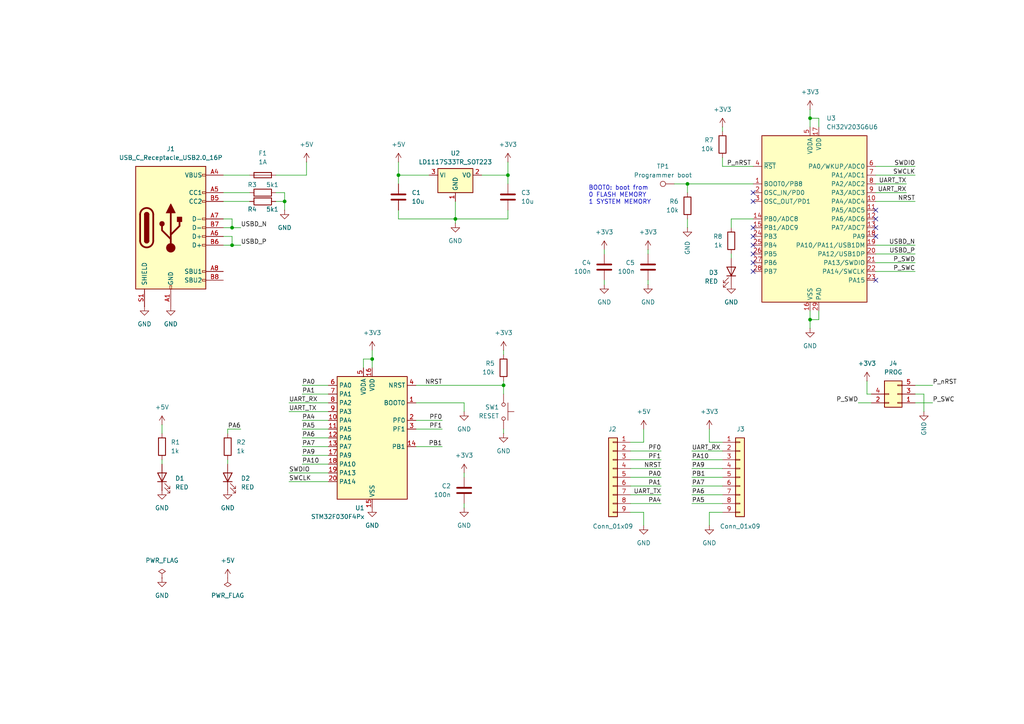
<source format=kicad_sch>
(kicad_sch
	(version 20231120)
	(generator "eeschema")
	(generator_version "8.0")
	(uuid "3ef41fba-c582-47d1-87c6-b4f77528e269")
	(paper "A4")
	(title_block
		(title "SEM tanfolyam panel 2025")
		(date "2025-01-16")
		(rev "C")
		(company "Weisz Pál, Horváth Kristóf")
	)
	(lib_symbols
		(symbol "Connector:TestPoint"
			(pin_numbers hide)
			(pin_names
				(offset 0.762) hide)
			(exclude_from_sim no)
			(in_bom yes)
			(on_board yes)
			(property "Reference" "TP"
				(at 0 6.858 0)
				(effects
					(font
						(size 1.27 1.27)
					)
				)
			)
			(property "Value" "TestPoint"
				(at 0 5.08 0)
				(effects
					(font
						(size 1.27 1.27)
					)
				)
			)
			(property "Footprint" ""
				(at 5.08 0 0)
				(effects
					(font
						(size 1.27 1.27)
					)
					(hide yes)
				)
			)
			(property "Datasheet" "~"
				(at 5.08 0 0)
				(effects
					(font
						(size 1.27 1.27)
					)
					(hide yes)
				)
			)
			(property "Description" "test point"
				(at 0 0 0)
				(effects
					(font
						(size 1.27 1.27)
					)
					(hide yes)
				)
			)
			(property "ki_keywords" "test point tp"
				(at 0 0 0)
				(effects
					(font
						(size 1.27 1.27)
					)
					(hide yes)
				)
			)
			(property "ki_fp_filters" "Pin* Test*"
				(at 0 0 0)
				(effects
					(font
						(size 1.27 1.27)
					)
					(hide yes)
				)
			)
			(symbol "TestPoint_0_1"
				(circle
					(center 0 3.302)
					(radius 0.762)
					(stroke
						(width 0)
						(type default)
					)
					(fill
						(type none)
					)
				)
			)
			(symbol "TestPoint_1_1"
				(pin passive line
					(at 0 0 90)
					(length 2.54)
					(name "1"
						(effects
							(font
								(size 1.27 1.27)
							)
						)
					)
					(number "1"
						(effects
							(font
								(size 1.27 1.27)
							)
						)
					)
				)
			)
		)
		(symbol "Connector:USB_C_Receptacle_USB2.0_16P"
			(pin_names
				(offset 1.016)
			)
			(exclude_from_sim no)
			(in_bom yes)
			(on_board yes)
			(property "Reference" "J"
				(at 0 22.225 0)
				(effects
					(font
						(size 1.27 1.27)
					)
				)
			)
			(property "Value" "USB_C_Receptacle_USB2.0_16P"
				(at 0 19.685 0)
				(effects
					(font
						(size 1.27 1.27)
					)
				)
			)
			(property "Footprint" ""
				(at 3.81 0 0)
				(effects
					(font
						(size 1.27 1.27)
					)
					(hide yes)
				)
			)
			(property "Datasheet" "https://www.usb.org/sites/default/files/documents/usb_type-c.zip"
				(at 3.81 0 0)
				(effects
					(font
						(size 1.27 1.27)
					)
					(hide yes)
				)
			)
			(property "Description" "USB 2.0-only 16P Type-C Receptacle connector"
				(at 0 0 0)
				(effects
					(font
						(size 1.27 1.27)
					)
					(hide yes)
				)
			)
			(property "ki_keywords" "usb universal serial bus type-C USB2.0"
				(at 0 0 0)
				(effects
					(font
						(size 1.27 1.27)
					)
					(hide yes)
				)
			)
			(property "ki_fp_filters" "USB*C*Receptacle*"
				(at 0 0 0)
				(effects
					(font
						(size 1.27 1.27)
					)
					(hide yes)
				)
			)
			(symbol "USB_C_Receptacle_USB2.0_16P_0_0"
				(rectangle
					(start -0.254 -17.78)
					(end 0.254 -16.764)
					(stroke
						(width 0)
						(type default)
					)
					(fill
						(type none)
					)
				)
				(rectangle
					(start 10.16 -14.986)
					(end 9.144 -15.494)
					(stroke
						(width 0)
						(type default)
					)
					(fill
						(type none)
					)
				)
				(rectangle
					(start 10.16 -12.446)
					(end 9.144 -12.954)
					(stroke
						(width 0)
						(type default)
					)
					(fill
						(type none)
					)
				)
				(rectangle
					(start 10.16 -4.826)
					(end 9.144 -5.334)
					(stroke
						(width 0)
						(type default)
					)
					(fill
						(type none)
					)
				)
				(rectangle
					(start 10.16 -2.286)
					(end 9.144 -2.794)
					(stroke
						(width 0)
						(type default)
					)
					(fill
						(type none)
					)
				)
				(rectangle
					(start 10.16 0.254)
					(end 9.144 -0.254)
					(stroke
						(width 0)
						(type default)
					)
					(fill
						(type none)
					)
				)
				(rectangle
					(start 10.16 2.794)
					(end 9.144 2.286)
					(stroke
						(width 0)
						(type default)
					)
					(fill
						(type none)
					)
				)
				(rectangle
					(start 10.16 7.874)
					(end 9.144 7.366)
					(stroke
						(width 0)
						(type default)
					)
					(fill
						(type none)
					)
				)
				(rectangle
					(start 10.16 10.414)
					(end 9.144 9.906)
					(stroke
						(width 0)
						(type default)
					)
					(fill
						(type none)
					)
				)
				(rectangle
					(start 10.16 15.494)
					(end 9.144 14.986)
					(stroke
						(width 0)
						(type default)
					)
					(fill
						(type none)
					)
				)
			)
			(symbol "USB_C_Receptacle_USB2.0_16P_0_1"
				(rectangle
					(start -10.16 17.78)
					(end 10.16 -17.78)
					(stroke
						(width 0.254)
						(type default)
					)
					(fill
						(type background)
					)
				)
				(arc
					(start -8.89 -3.81)
					(mid -6.985 -5.7067)
					(end -5.08 -3.81)
					(stroke
						(width 0.508)
						(type default)
					)
					(fill
						(type none)
					)
				)
				(arc
					(start -7.62 -3.81)
					(mid -6.985 -4.4423)
					(end -6.35 -3.81)
					(stroke
						(width 0.254)
						(type default)
					)
					(fill
						(type none)
					)
				)
				(arc
					(start -7.62 -3.81)
					(mid -6.985 -4.4423)
					(end -6.35 -3.81)
					(stroke
						(width 0.254)
						(type default)
					)
					(fill
						(type outline)
					)
				)
				(rectangle
					(start -7.62 -3.81)
					(end -6.35 3.81)
					(stroke
						(width 0.254)
						(type default)
					)
					(fill
						(type outline)
					)
				)
				(arc
					(start -6.35 3.81)
					(mid -6.985 4.4423)
					(end -7.62 3.81)
					(stroke
						(width 0.254)
						(type default)
					)
					(fill
						(type none)
					)
				)
				(arc
					(start -6.35 3.81)
					(mid -6.985 4.4423)
					(end -7.62 3.81)
					(stroke
						(width 0.254)
						(type default)
					)
					(fill
						(type outline)
					)
				)
				(arc
					(start -5.08 3.81)
					(mid -6.985 5.7067)
					(end -8.89 3.81)
					(stroke
						(width 0.508)
						(type default)
					)
					(fill
						(type none)
					)
				)
				(circle
					(center -2.54 1.143)
					(radius 0.635)
					(stroke
						(width 0.254)
						(type default)
					)
					(fill
						(type outline)
					)
				)
				(circle
					(center 0 -5.842)
					(radius 1.27)
					(stroke
						(width 0)
						(type default)
					)
					(fill
						(type outline)
					)
				)
				(polyline
					(pts
						(xy -8.89 -3.81) (xy -8.89 3.81)
					)
					(stroke
						(width 0.508)
						(type default)
					)
					(fill
						(type none)
					)
				)
				(polyline
					(pts
						(xy -5.08 3.81) (xy -5.08 -3.81)
					)
					(stroke
						(width 0.508)
						(type default)
					)
					(fill
						(type none)
					)
				)
				(polyline
					(pts
						(xy 0 -5.842) (xy 0 4.318)
					)
					(stroke
						(width 0.508)
						(type default)
					)
					(fill
						(type none)
					)
				)
				(polyline
					(pts
						(xy 0 -3.302) (xy -2.54 -0.762) (xy -2.54 0.508)
					)
					(stroke
						(width 0.508)
						(type default)
					)
					(fill
						(type none)
					)
				)
				(polyline
					(pts
						(xy 0 -2.032) (xy 2.54 0.508) (xy 2.54 1.778)
					)
					(stroke
						(width 0.508)
						(type default)
					)
					(fill
						(type none)
					)
				)
				(polyline
					(pts
						(xy -1.27 4.318) (xy 0 6.858) (xy 1.27 4.318) (xy -1.27 4.318)
					)
					(stroke
						(width 0.254)
						(type default)
					)
					(fill
						(type outline)
					)
				)
				(rectangle
					(start 1.905 1.778)
					(end 3.175 3.048)
					(stroke
						(width 0.254)
						(type default)
					)
					(fill
						(type outline)
					)
				)
			)
			(symbol "USB_C_Receptacle_USB2.0_16P_1_1"
				(pin passive line
					(at 0 -22.86 90)
					(length 5.08)
					(name "GND"
						(effects
							(font
								(size 1.27 1.27)
							)
						)
					)
					(number "A1"
						(effects
							(font
								(size 1.27 1.27)
							)
						)
					)
				)
				(pin passive line
					(at 0 -22.86 90)
					(length 5.08) hide
					(name "GND"
						(effects
							(font
								(size 1.27 1.27)
							)
						)
					)
					(number "A12"
						(effects
							(font
								(size 1.27 1.27)
							)
						)
					)
				)
				(pin passive line
					(at 15.24 15.24 180)
					(length 5.08)
					(name "VBUS"
						(effects
							(font
								(size 1.27 1.27)
							)
						)
					)
					(number "A4"
						(effects
							(font
								(size 1.27 1.27)
							)
						)
					)
				)
				(pin bidirectional line
					(at 15.24 10.16 180)
					(length 5.08)
					(name "CC1"
						(effects
							(font
								(size 1.27 1.27)
							)
						)
					)
					(number "A5"
						(effects
							(font
								(size 1.27 1.27)
							)
						)
					)
				)
				(pin bidirectional line
					(at 15.24 -2.54 180)
					(length 5.08)
					(name "D+"
						(effects
							(font
								(size 1.27 1.27)
							)
						)
					)
					(number "A6"
						(effects
							(font
								(size 1.27 1.27)
							)
						)
					)
				)
				(pin bidirectional line
					(at 15.24 2.54 180)
					(length 5.08)
					(name "D-"
						(effects
							(font
								(size 1.27 1.27)
							)
						)
					)
					(number "A7"
						(effects
							(font
								(size 1.27 1.27)
							)
						)
					)
				)
				(pin bidirectional line
					(at 15.24 -12.7 180)
					(length 5.08)
					(name "SBU1"
						(effects
							(font
								(size 1.27 1.27)
							)
						)
					)
					(number "A8"
						(effects
							(font
								(size 1.27 1.27)
							)
						)
					)
				)
				(pin passive line
					(at 15.24 15.24 180)
					(length 5.08) hide
					(name "VBUS"
						(effects
							(font
								(size 1.27 1.27)
							)
						)
					)
					(number "A9"
						(effects
							(font
								(size 1.27 1.27)
							)
						)
					)
				)
				(pin passive line
					(at 0 -22.86 90)
					(length 5.08) hide
					(name "GND"
						(effects
							(font
								(size 1.27 1.27)
							)
						)
					)
					(number "B1"
						(effects
							(font
								(size 1.27 1.27)
							)
						)
					)
				)
				(pin passive line
					(at 0 -22.86 90)
					(length 5.08) hide
					(name "GND"
						(effects
							(font
								(size 1.27 1.27)
							)
						)
					)
					(number "B12"
						(effects
							(font
								(size 1.27 1.27)
							)
						)
					)
				)
				(pin passive line
					(at 15.24 15.24 180)
					(length 5.08) hide
					(name "VBUS"
						(effects
							(font
								(size 1.27 1.27)
							)
						)
					)
					(number "B4"
						(effects
							(font
								(size 1.27 1.27)
							)
						)
					)
				)
				(pin bidirectional line
					(at 15.24 7.62 180)
					(length 5.08)
					(name "CC2"
						(effects
							(font
								(size 1.27 1.27)
							)
						)
					)
					(number "B5"
						(effects
							(font
								(size 1.27 1.27)
							)
						)
					)
				)
				(pin bidirectional line
					(at 15.24 -5.08 180)
					(length 5.08)
					(name "D+"
						(effects
							(font
								(size 1.27 1.27)
							)
						)
					)
					(number "B6"
						(effects
							(font
								(size 1.27 1.27)
							)
						)
					)
				)
				(pin bidirectional line
					(at 15.24 0 180)
					(length 5.08)
					(name "D-"
						(effects
							(font
								(size 1.27 1.27)
							)
						)
					)
					(number "B7"
						(effects
							(font
								(size 1.27 1.27)
							)
						)
					)
				)
				(pin bidirectional line
					(at 15.24 -15.24 180)
					(length 5.08)
					(name "SBU2"
						(effects
							(font
								(size 1.27 1.27)
							)
						)
					)
					(number "B8"
						(effects
							(font
								(size 1.27 1.27)
							)
						)
					)
				)
				(pin passive line
					(at 15.24 15.24 180)
					(length 5.08) hide
					(name "VBUS"
						(effects
							(font
								(size 1.27 1.27)
							)
						)
					)
					(number "B9"
						(effects
							(font
								(size 1.27 1.27)
							)
						)
					)
				)
				(pin passive line
					(at -7.62 -22.86 90)
					(length 5.08)
					(name "SHIELD"
						(effects
							(font
								(size 1.27 1.27)
							)
						)
					)
					(number "S1"
						(effects
							(font
								(size 1.27 1.27)
							)
						)
					)
				)
			)
		)
		(symbol "Connector_Generic:Conn_01x09"
			(pin_names
				(offset 1.016) hide)
			(exclude_from_sim no)
			(in_bom yes)
			(on_board yes)
			(property "Reference" "J"
				(at 0 12.7 0)
				(effects
					(font
						(size 1.27 1.27)
					)
				)
			)
			(property "Value" "Conn_01x09"
				(at 0 -12.7 0)
				(effects
					(font
						(size 1.27 1.27)
					)
				)
			)
			(property "Footprint" ""
				(at 0 0 0)
				(effects
					(font
						(size 1.27 1.27)
					)
					(hide yes)
				)
			)
			(property "Datasheet" "~"
				(at 0 0 0)
				(effects
					(font
						(size 1.27 1.27)
					)
					(hide yes)
				)
			)
			(property "Description" "Generic connector, single row, 01x09, script generated (kicad-library-utils/schlib/autogen/connector/)"
				(at 0 0 0)
				(effects
					(font
						(size 1.27 1.27)
					)
					(hide yes)
				)
			)
			(property "ki_keywords" "connector"
				(at 0 0 0)
				(effects
					(font
						(size 1.27 1.27)
					)
					(hide yes)
				)
			)
			(property "ki_fp_filters" "Connector*:*_1x??_*"
				(at 0 0 0)
				(effects
					(font
						(size 1.27 1.27)
					)
					(hide yes)
				)
			)
			(symbol "Conn_01x09_1_1"
				(rectangle
					(start -1.27 -10.033)
					(end 0 -10.287)
					(stroke
						(width 0.1524)
						(type default)
					)
					(fill
						(type none)
					)
				)
				(rectangle
					(start -1.27 -7.493)
					(end 0 -7.747)
					(stroke
						(width 0.1524)
						(type default)
					)
					(fill
						(type none)
					)
				)
				(rectangle
					(start -1.27 -4.953)
					(end 0 -5.207)
					(stroke
						(width 0.1524)
						(type default)
					)
					(fill
						(type none)
					)
				)
				(rectangle
					(start -1.27 -2.413)
					(end 0 -2.667)
					(stroke
						(width 0.1524)
						(type default)
					)
					(fill
						(type none)
					)
				)
				(rectangle
					(start -1.27 0.127)
					(end 0 -0.127)
					(stroke
						(width 0.1524)
						(type default)
					)
					(fill
						(type none)
					)
				)
				(rectangle
					(start -1.27 2.667)
					(end 0 2.413)
					(stroke
						(width 0.1524)
						(type default)
					)
					(fill
						(type none)
					)
				)
				(rectangle
					(start -1.27 5.207)
					(end 0 4.953)
					(stroke
						(width 0.1524)
						(type default)
					)
					(fill
						(type none)
					)
				)
				(rectangle
					(start -1.27 7.747)
					(end 0 7.493)
					(stroke
						(width 0.1524)
						(type default)
					)
					(fill
						(type none)
					)
				)
				(rectangle
					(start -1.27 10.287)
					(end 0 10.033)
					(stroke
						(width 0.1524)
						(type default)
					)
					(fill
						(type none)
					)
				)
				(rectangle
					(start -1.27 11.43)
					(end 1.27 -11.43)
					(stroke
						(width 0.254)
						(type default)
					)
					(fill
						(type background)
					)
				)
				(pin passive line
					(at -5.08 10.16 0)
					(length 3.81)
					(name "Pin_1"
						(effects
							(font
								(size 1.27 1.27)
							)
						)
					)
					(number "1"
						(effects
							(font
								(size 1.27 1.27)
							)
						)
					)
				)
				(pin passive line
					(at -5.08 7.62 0)
					(length 3.81)
					(name "Pin_2"
						(effects
							(font
								(size 1.27 1.27)
							)
						)
					)
					(number "2"
						(effects
							(font
								(size 1.27 1.27)
							)
						)
					)
				)
				(pin passive line
					(at -5.08 5.08 0)
					(length 3.81)
					(name "Pin_3"
						(effects
							(font
								(size 1.27 1.27)
							)
						)
					)
					(number "3"
						(effects
							(font
								(size 1.27 1.27)
							)
						)
					)
				)
				(pin passive line
					(at -5.08 2.54 0)
					(length 3.81)
					(name "Pin_4"
						(effects
							(font
								(size 1.27 1.27)
							)
						)
					)
					(number "4"
						(effects
							(font
								(size 1.27 1.27)
							)
						)
					)
				)
				(pin passive line
					(at -5.08 0 0)
					(length 3.81)
					(name "Pin_5"
						(effects
							(font
								(size 1.27 1.27)
							)
						)
					)
					(number "5"
						(effects
							(font
								(size 1.27 1.27)
							)
						)
					)
				)
				(pin passive line
					(at -5.08 -2.54 0)
					(length 3.81)
					(name "Pin_6"
						(effects
							(font
								(size 1.27 1.27)
							)
						)
					)
					(number "6"
						(effects
							(font
								(size 1.27 1.27)
							)
						)
					)
				)
				(pin passive line
					(at -5.08 -5.08 0)
					(length 3.81)
					(name "Pin_7"
						(effects
							(font
								(size 1.27 1.27)
							)
						)
					)
					(number "7"
						(effects
							(font
								(size 1.27 1.27)
							)
						)
					)
				)
				(pin passive line
					(at -5.08 -7.62 0)
					(length 3.81)
					(name "Pin_8"
						(effects
							(font
								(size 1.27 1.27)
							)
						)
					)
					(number "8"
						(effects
							(font
								(size 1.27 1.27)
							)
						)
					)
				)
				(pin passive line
					(at -5.08 -10.16 0)
					(length 3.81)
					(name "Pin_9"
						(effects
							(font
								(size 1.27 1.27)
							)
						)
					)
					(number "9"
						(effects
							(font
								(size 1.27 1.27)
							)
						)
					)
				)
			)
		)
		(symbol "Connector_Generic:Conn_2Rows-05Pins"
			(pin_names
				(offset 1.016) hide)
			(exclude_from_sim no)
			(in_bom yes)
			(on_board yes)
			(property "Reference" "J"
				(at 1.27 5.08 0)
				(effects
					(font
						(size 1.27 1.27)
					)
				)
			)
			(property "Value" "Conn_2Rows-05Pins"
				(at 1.27 -5.08 0)
				(effects
					(font
						(size 1.27 1.27)
					)
				)
			)
			(property "Footprint" ""
				(at 0 0 0)
				(effects
					(font
						(size 1.27 1.27)
					)
					(hide yes)
				)
			)
			(property "Datasheet" "~"
				(at 0 0 0)
				(effects
					(font
						(size 1.27 1.27)
					)
					(hide yes)
				)
			)
			(property "Description" "Generic connector, double row, 05 pins, odd/even pin numbering scheme (row 1 odd numbers, row 2 even numbers), script generated (kicad-library-utils/schlib/autogen/connector/)"
				(at 0 0 0)
				(effects
					(font
						(size 1.27 1.27)
					)
					(hide yes)
				)
			)
			(property "ki_keywords" "connector"
				(at 0 0 0)
				(effects
					(font
						(size 1.27 1.27)
					)
					(hide yes)
				)
			)
			(property "ki_fp_filters" "Connector*:*2Rows*Pins__* *FCC*2Rows*Pins__*"
				(at 0 0 0)
				(effects
					(font
						(size 1.27 1.27)
					)
					(hide yes)
				)
			)
			(symbol "Conn_2Rows-05Pins_1_1"
				(rectangle
					(start -1.27 -2.413)
					(end 0 -2.667)
					(stroke
						(width 0.1524)
						(type default)
					)
					(fill
						(type none)
					)
				)
				(rectangle
					(start -1.27 0.127)
					(end 0 -0.127)
					(stroke
						(width 0.1524)
						(type default)
					)
					(fill
						(type none)
					)
				)
				(rectangle
					(start -1.27 2.667)
					(end 0 2.413)
					(stroke
						(width 0.1524)
						(type default)
					)
					(fill
						(type none)
					)
				)
				(rectangle
					(start -1.27 3.81)
					(end 3.81 -3.81)
					(stroke
						(width 0.254)
						(type default)
					)
					(fill
						(type background)
					)
				)
				(rectangle
					(start 3.81 0.127)
					(end 2.54 -0.127)
					(stroke
						(width 0.1524)
						(type default)
					)
					(fill
						(type none)
					)
				)
				(rectangle
					(start 3.81 2.667)
					(end 2.54 2.413)
					(stroke
						(width 0.1524)
						(type default)
					)
					(fill
						(type none)
					)
				)
				(pin passive line
					(at -5.08 2.54 0)
					(length 3.81)
					(name "Pin_1"
						(effects
							(font
								(size 1.27 1.27)
							)
						)
					)
					(number "1"
						(effects
							(font
								(size 1.27 1.27)
							)
						)
					)
				)
				(pin passive line
					(at 7.62 2.54 180)
					(length 3.81)
					(name "Pin_2"
						(effects
							(font
								(size 1.27 1.27)
							)
						)
					)
					(number "2"
						(effects
							(font
								(size 1.27 1.27)
							)
						)
					)
				)
				(pin passive line
					(at -5.08 0 0)
					(length 3.81)
					(name "Pin_3"
						(effects
							(font
								(size 1.27 1.27)
							)
						)
					)
					(number "3"
						(effects
							(font
								(size 1.27 1.27)
							)
						)
					)
				)
				(pin passive line
					(at 7.62 0 180)
					(length 3.81)
					(name "Pin_4"
						(effects
							(font
								(size 1.27 1.27)
							)
						)
					)
					(number "4"
						(effects
							(font
								(size 1.27 1.27)
							)
						)
					)
				)
				(pin passive line
					(at -5.08 -2.54 0)
					(length 3.81)
					(name "Pin_5"
						(effects
							(font
								(size 1.27 1.27)
							)
						)
					)
					(number "5"
						(effects
							(font
								(size 1.27 1.27)
							)
						)
					)
				)
			)
		)
		(symbol "Device:C"
			(pin_numbers hide)
			(pin_names
				(offset 0.254)
			)
			(exclude_from_sim no)
			(in_bom yes)
			(on_board yes)
			(property "Reference" "C"
				(at 0.635 2.54 0)
				(effects
					(font
						(size 1.27 1.27)
					)
					(justify left)
				)
			)
			(property "Value" "C"
				(at 0.635 -2.54 0)
				(effects
					(font
						(size 1.27 1.27)
					)
					(justify left)
				)
			)
			(property "Footprint" ""
				(at 0.9652 -3.81 0)
				(effects
					(font
						(size 1.27 1.27)
					)
					(hide yes)
				)
			)
			(property "Datasheet" "~"
				(at 0 0 0)
				(effects
					(font
						(size 1.27 1.27)
					)
					(hide yes)
				)
			)
			(property "Description" "Unpolarized capacitor"
				(at 0 0 0)
				(effects
					(font
						(size 1.27 1.27)
					)
					(hide yes)
				)
			)
			(property "ki_keywords" "cap capacitor"
				(at 0 0 0)
				(effects
					(font
						(size 1.27 1.27)
					)
					(hide yes)
				)
			)
			(property "ki_fp_filters" "C_*"
				(at 0 0 0)
				(effects
					(font
						(size 1.27 1.27)
					)
					(hide yes)
				)
			)
			(symbol "C_0_1"
				(polyline
					(pts
						(xy -2.032 -0.762) (xy 2.032 -0.762)
					)
					(stroke
						(width 0.508)
						(type default)
					)
					(fill
						(type none)
					)
				)
				(polyline
					(pts
						(xy -2.032 0.762) (xy 2.032 0.762)
					)
					(stroke
						(width 0.508)
						(type default)
					)
					(fill
						(type none)
					)
				)
			)
			(symbol "C_1_1"
				(pin passive line
					(at 0 3.81 270)
					(length 2.794)
					(name "~"
						(effects
							(font
								(size 1.27 1.27)
							)
						)
					)
					(number "1"
						(effects
							(font
								(size 1.27 1.27)
							)
						)
					)
				)
				(pin passive line
					(at 0 -3.81 90)
					(length 2.794)
					(name "~"
						(effects
							(font
								(size 1.27 1.27)
							)
						)
					)
					(number "2"
						(effects
							(font
								(size 1.27 1.27)
							)
						)
					)
				)
			)
		)
		(symbol "Device:Fuse"
			(pin_numbers hide)
			(pin_names
				(offset 0)
			)
			(exclude_from_sim no)
			(in_bom yes)
			(on_board yes)
			(property "Reference" "F"
				(at 2.032 0 90)
				(effects
					(font
						(size 1.27 1.27)
					)
				)
			)
			(property "Value" "Fuse"
				(at -1.905 0 90)
				(effects
					(font
						(size 1.27 1.27)
					)
				)
			)
			(property "Footprint" ""
				(at -1.778 0 90)
				(effects
					(font
						(size 1.27 1.27)
					)
					(hide yes)
				)
			)
			(property "Datasheet" "~"
				(at 0 0 0)
				(effects
					(font
						(size 1.27 1.27)
					)
					(hide yes)
				)
			)
			(property "Description" "Fuse"
				(at 0 0 0)
				(effects
					(font
						(size 1.27 1.27)
					)
					(hide yes)
				)
			)
			(property "ki_keywords" "fuse"
				(at 0 0 0)
				(effects
					(font
						(size 1.27 1.27)
					)
					(hide yes)
				)
			)
			(property "ki_fp_filters" "*Fuse*"
				(at 0 0 0)
				(effects
					(font
						(size 1.27 1.27)
					)
					(hide yes)
				)
			)
			(symbol "Fuse_0_1"
				(rectangle
					(start -0.762 -2.54)
					(end 0.762 2.54)
					(stroke
						(width 0.254)
						(type default)
					)
					(fill
						(type none)
					)
				)
				(polyline
					(pts
						(xy 0 2.54) (xy 0 -2.54)
					)
					(stroke
						(width 0)
						(type default)
					)
					(fill
						(type none)
					)
				)
			)
			(symbol "Fuse_1_1"
				(pin passive line
					(at 0 3.81 270)
					(length 1.27)
					(name "~"
						(effects
							(font
								(size 1.27 1.27)
							)
						)
					)
					(number "1"
						(effects
							(font
								(size 1.27 1.27)
							)
						)
					)
				)
				(pin passive line
					(at 0 -3.81 90)
					(length 1.27)
					(name "~"
						(effects
							(font
								(size 1.27 1.27)
							)
						)
					)
					(number "2"
						(effects
							(font
								(size 1.27 1.27)
							)
						)
					)
				)
			)
		)
		(symbol "Device:LED"
			(pin_numbers hide)
			(pin_names
				(offset 1.016) hide)
			(exclude_from_sim no)
			(in_bom yes)
			(on_board yes)
			(property "Reference" "D"
				(at 0 2.54 0)
				(effects
					(font
						(size 1.27 1.27)
					)
				)
			)
			(property "Value" "LED"
				(at 0 -2.54 0)
				(effects
					(font
						(size 1.27 1.27)
					)
				)
			)
			(property "Footprint" ""
				(at 0 0 0)
				(effects
					(font
						(size 1.27 1.27)
					)
					(hide yes)
				)
			)
			(property "Datasheet" "~"
				(at 0 0 0)
				(effects
					(font
						(size 1.27 1.27)
					)
					(hide yes)
				)
			)
			(property "Description" "Light emitting diode"
				(at 0 0 0)
				(effects
					(font
						(size 1.27 1.27)
					)
					(hide yes)
				)
			)
			(property "ki_keywords" "LED diode"
				(at 0 0 0)
				(effects
					(font
						(size 1.27 1.27)
					)
					(hide yes)
				)
			)
			(property "ki_fp_filters" "LED* LED_SMD:* LED_THT:*"
				(at 0 0 0)
				(effects
					(font
						(size 1.27 1.27)
					)
					(hide yes)
				)
			)
			(symbol "LED_0_1"
				(polyline
					(pts
						(xy -1.27 -1.27) (xy -1.27 1.27)
					)
					(stroke
						(width 0.254)
						(type default)
					)
					(fill
						(type none)
					)
				)
				(polyline
					(pts
						(xy -1.27 0) (xy 1.27 0)
					)
					(stroke
						(width 0)
						(type default)
					)
					(fill
						(type none)
					)
				)
				(polyline
					(pts
						(xy 1.27 -1.27) (xy 1.27 1.27) (xy -1.27 0) (xy 1.27 -1.27)
					)
					(stroke
						(width 0.254)
						(type default)
					)
					(fill
						(type none)
					)
				)
				(polyline
					(pts
						(xy -3.048 -0.762) (xy -4.572 -2.286) (xy -3.81 -2.286) (xy -4.572 -2.286) (xy -4.572 -1.524)
					)
					(stroke
						(width 0)
						(type default)
					)
					(fill
						(type none)
					)
				)
				(polyline
					(pts
						(xy -1.778 -0.762) (xy -3.302 -2.286) (xy -2.54 -2.286) (xy -3.302 -2.286) (xy -3.302 -1.524)
					)
					(stroke
						(width 0)
						(type default)
					)
					(fill
						(type none)
					)
				)
			)
			(symbol "LED_1_1"
				(pin passive line
					(at -3.81 0 0)
					(length 2.54)
					(name "K"
						(effects
							(font
								(size 1.27 1.27)
							)
						)
					)
					(number "1"
						(effects
							(font
								(size 1.27 1.27)
							)
						)
					)
				)
				(pin passive line
					(at 3.81 0 180)
					(length 2.54)
					(name "A"
						(effects
							(font
								(size 1.27 1.27)
							)
						)
					)
					(number "2"
						(effects
							(font
								(size 1.27 1.27)
							)
						)
					)
				)
			)
		)
		(symbol "Device:R"
			(pin_numbers hide)
			(pin_names
				(offset 0)
			)
			(exclude_from_sim no)
			(in_bom yes)
			(on_board yes)
			(property "Reference" "R"
				(at 2.032 0 90)
				(effects
					(font
						(size 1.27 1.27)
					)
				)
			)
			(property "Value" "R"
				(at 0 0 90)
				(effects
					(font
						(size 1.27 1.27)
					)
				)
			)
			(property "Footprint" ""
				(at -1.778 0 90)
				(effects
					(font
						(size 1.27 1.27)
					)
					(hide yes)
				)
			)
			(property "Datasheet" "~"
				(at 0 0 0)
				(effects
					(font
						(size 1.27 1.27)
					)
					(hide yes)
				)
			)
			(property "Description" "Resistor"
				(at 0 0 0)
				(effects
					(font
						(size 1.27 1.27)
					)
					(hide yes)
				)
			)
			(property "ki_keywords" "R res resistor"
				(at 0 0 0)
				(effects
					(font
						(size 1.27 1.27)
					)
					(hide yes)
				)
			)
			(property "ki_fp_filters" "R_*"
				(at 0 0 0)
				(effects
					(font
						(size 1.27 1.27)
					)
					(hide yes)
				)
			)
			(symbol "R_0_1"
				(rectangle
					(start -1.016 -2.54)
					(end 1.016 2.54)
					(stroke
						(width 0.254)
						(type default)
					)
					(fill
						(type none)
					)
				)
			)
			(symbol "R_1_1"
				(pin passive line
					(at 0 3.81 270)
					(length 1.27)
					(name "~"
						(effects
							(font
								(size 1.27 1.27)
							)
						)
					)
					(number "1"
						(effects
							(font
								(size 1.27 1.27)
							)
						)
					)
				)
				(pin passive line
					(at 0 -3.81 90)
					(length 1.27)
					(name "~"
						(effects
							(font
								(size 1.27 1.27)
							)
						)
					)
					(number "2"
						(effects
							(font
								(size 1.27 1.27)
							)
						)
					)
				)
			)
		)
		(symbol "MCU_ST_STM32F0:STM32F030F4Px"
			(exclude_from_sim no)
			(in_bom yes)
			(on_board yes)
			(property "Reference" "U"
				(at -10.16 19.05 0)
				(effects
					(font
						(size 1.27 1.27)
					)
					(justify left)
				)
			)
			(property "Value" "STM32F030F4Px"
				(at 5.08 19.05 0)
				(effects
					(font
						(size 1.27 1.27)
					)
					(justify left)
				)
			)
			(property "Footprint" "Package_SO:TSSOP-20_4.4x6.5mm_P0.65mm"
				(at -10.16 -17.78 0)
				(effects
					(font
						(size 1.27 1.27)
					)
					(justify right)
					(hide yes)
				)
			)
			(property "Datasheet" "https://www.st.com/resource/en/datasheet/stm32f030f4.pdf"
				(at 0 0 0)
				(effects
					(font
						(size 1.27 1.27)
					)
					(hide yes)
				)
			)
			(property "Description" "STMicroelectronics Arm Cortex-M0 MCU, 16KB flash, 4KB RAM, 48 MHz, 2.4-3.6V, 15 GPIO, TSSOP20"
				(at 0 0 0)
				(effects
					(font
						(size 1.27 1.27)
					)
					(hide yes)
				)
			)
			(property "ki_locked" ""
				(at 0 0 0)
				(effects
					(font
						(size 1.27 1.27)
					)
				)
			)
			(property "ki_keywords" "Arm Cortex-M0 STM32F0 STM32F0x0 Value Line"
				(at 0 0 0)
				(effects
					(font
						(size 1.27 1.27)
					)
					(hide yes)
				)
			)
			(property "ki_fp_filters" "TSSOP*4.4x6.5mm*P0.65mm*"
				(at 0 0 0)
				(effects
					(font
						(size 1.27 1.27)
					)
					(hide yes)
				)
			)
			(symbol "STM32F030F4Px_0_1"
				(rectangle
					(start -10.16 -17.78)
					(end 10.16 17.78)
					(stroke
						(width 0.254)
						(type default)
					)
					(fill
						(type background)
					)
				)
			)
			(symbol "STM32F030F4Px_1_1"
				(pin input line
					(at -12.7 10.16 0)
					(length 2.54)
					(name "BOOT0"
						(effects
							(font
								(size 1.27 1.27)
							)
						)
					)
					(number "1"
						(effects
							(font
								(size 1.27 1.27)
							)
						)
					)
				)
				(pin bidirectional line
					(at 12.7 5.08 180)
					(length 2.54)
					(name "PA4"
						(effects
							(font
								(size 1.27 1.27)
							)
						)
					)
					(number "10"
						(effects
							(font
								(size 1.27 1.27)
							)
						)
					)
					(alternate "ADC_IN4" bidirectional line)
					(alternate "SPI1_NSS" bidirectional line)
					(alternate "TIM14_CH1" bidirectional line)
					(alternate "USART1_CK" bidirectional line)
				)
				(pin bidirectional line
					(at 12.7 2.54 180)
					(length 2.54)
					(name "PA5"
						(effects
							(font
								(size 1.27 1.27)
							)
						)
					)
					(number "11"
						(effects
							(font
								(size 1.27 1.27)
							)
						)
					)
					(alternate "ADC_IN5" bidirectional line)
					(alternate "SPI1_SCK" bidirectional line)
				)
				(pin bidirectional line
					(at 12.7 0 180)
					(length 2.54)
					(name "PA6"
						(effects
							(font
								(size 1.27 1.27)
							)
						)
					)
					(number "12"
						(effects
							(font
								(size 1.27 1.27)
							)
						)
					)
					(alternate "ADC_IN6" bidirectional line)
					(alternate "SPI1_MISO" bidirectional line)
					(alternate "TIM16_CH1" bidirectional line)
					(alternate "TIM1_BKIN" bidirectional line)
					(alternate "TIM3_CH1" bidirectional line)
				)
				(pin bidirectional line
					(at 12.7 -2.54 180)
					(length 2.54)
					(name "PA7"
						(effects
							(font
								(size 1.27 1.27)
							)
						)
					)
					(number "13"
						(effects
							(font
								(size 1.27 1.27)
							)
						)
					)
					(alternate "ADC_IN7" bidirectional line)
					(alternate "SPI1_MOSI" bidirectional line)
					(alternate "TIM14_CH1" bidirectional line)
					(alternate "TIM17_CH1" bidirectional line)
					(alternate "TIM1_CH1N" bidirectional line)
					(alternate "TIM3_CH2" bidirectional line)
				)
				(pin bidirectional line
					(at -12.7 -2.54 0)
					(length 2.54)
					(name "PB1"
						(effects
							(font
								(size 1.27 1.27)
							)
						)
					)
					(number "14"
						(effects
							(font
								(size 1.27 1.27)
							)
						)
					)
					(alternate "ADC_IN9" bidirectional line)
					(alternate "TIM14_CH1" bidirectional line)
					(alternate "TIM1_CH3N" bidirectional line)
					(alternate "TIM3_CH4" bidirectional line)
				)
				(pin power_in line
					(at 0 -20.32 90)
					(length 2.54)
					(name "VSS"
						(effects
							(font
								(size 1.27 1.27)
							)
						)
					)
					(number "15"
						(effects
							(font
								(size 1.27 1.27)
							)
						)
					)
				)
				(pin power_in line
					(at 0 20.32 270)
					(length 2.54)
					(name "VDD"
						(effects
							(font
								(size 1.27 1.27)
							)
						)
					)
					(number "16"
						(effects
							(font
								(size 1.27 1.27)
							)
						)
					)
				)
				(pin bidirectional line
					(at 12.7 -5.08 180)
					(length 2.54)
					(name "PA9"
						(effects
							(font
								(size 1.27 1.27)
							)
						)
					)
					(number "17"
						(effects
							(font
								(size 1.27 1.27)
							)
						)
					)
					(alternate "I2C1_SCL" bidirectional line)
					(alternate "TIM1_CH2" bidirectional line)
					(alternate "USART1_TX" bidirectional line)
				)
				(pin bidirectional line
					(at 12.7 -7.62 180)
					(length 2.54)
					(name "PA10"
						(effects
							(font
								(size 1.27 1.27)
							)
						)
					)
					(number "18"
						(effects
							(font
								(size 1.27 1.27)
							)
						)
					)
					(alternate "I2C1_SDA" bidirectional line)
					(alternate "TIM17_BKIN" bidirectional line)
					(alternate "TIM1_CH3" bidirectional line)
					(alternate "USART1_RX" bidirectional line)
				)
				(pin bidirectional line
					(at 12.7 -10.16 180)
					(length 2.54)
					(name "PA13"
						(effects
							(font
								(size 1.27 1.27)
							)
						)
					)
					(number "19"
						(effects
							(font
								(size 1.27 1.27)
							)
						)
					)
					(alternate "IR_OUT" bidirectional line)
					(alternate "SYS_SWDIO" bidirectional line)
				)
				(pin bidirectional line
					(at -12.7 5.08 0)
					(length 2.54)
					(name "PF0"
						(effects
							(font
								(size 1.27 1.27)
							)
						)
					)
					(number "2"
						(effects
							(font
								(size 1.27 1.27)
							)
						)
					)
					(alternate "RCC_OSC_IN" bidirectional line)
				)
				(pin bidirectional line
					(at 12.7 -12.7 180)
					(length 2.54)
					(name "PA14"
						(effects
							(font
								(size 1.27 1.27)
							)
						)
					)
					(number "20"
						(effects
							(font
								(size 1.27 1.27)
							)
						)
					)
					(alternate "SYS_SWCLK" bidirectional line)
					(alternate "USART1_TX" bidirectional line)
				)
				(pin bidirectional line
					(at -12.7 2.54 0)
					(length 2.54)
					(name "PF1"
						(effects
							(font
								(size 1.27 1.27)
							)
						)
					)
					(number "3"
						(effects
							(font
								(size 1.27 1.27)
							)
						)
					)
					(alternate "RCC_OSC_OUT" bidirectional line)
				)
				(pin input line
					(at -12.7 15.24 0)
					(length 2.54)
					(name "NRST"
						(effects
							(font
								(size 1.27 1.27)
							)
						)
					)
					(number "4"
						(effects
							(font
								(size 1.27 1.27)
							)
						)
					)
				)
				(pin power_in line
					(at 2.54 20.32 270)
					(length 2.54)
					(name "VDDA"
						(effects
							(font
								(size 1.27 1.27)
							)
						)
					)
					(number "5"
						(effects
							(font
								(size 1.27 1.27)
							)
						)
					)
				)
				(pin bidirectional line
					(at 12.7 15.24 180)
					(length 2.54)
					(name "PA0"
						(effects
							(font
								(size 1.27 1.27)
							)
						)
					)
					(number "6"
						(effects
							(font
								(size 1.27 1.27)
							)
						)
					)
					(alternate "ADC_IN0" bidirectional line)
					(alternate "RTC_TAMP2" bidirectional line)
					(alternate "SYS_WKUP1" bidirectional line)
					(alternate "USART1_CTS" bidirectional line)
				)
				(pin bidirectional line
					(at 12.7 12.7 180)
					(length 2.54)
					(name "PA1"
						(effects
							(font
								(size 1.27 1.27)
							)
						)
					)
					(number "7"
						(effects
							(font
								(size 1.27 1.27)
							)
						)
					)
					(alternate "ADC_IN1" bidirectional line)
					(alternate "USART1_DE" bidirectional line)
					(alternate "USART1_RTS" bidirectional line)
				)
				(pin bidirectional line
					(at 12.7 10.16 180)
					(length 2.54)
					(name "PA2"
						(effects
							(font
								(size 1.27 1.27)
							)
						)
					)
					(number "8"
						(effects
							(font
								(size 1.27 1.27)
							)
						)
					)
					(alternate "ADC_IN2" bidirectional line)
					(alternate "USART1_TX" bidirectional line)
				)
				(pin bidirectional line
					(at 12.7 7.62 180)
					(length 2.54)
					(name "PA3"
						(effects
							(font
								(size 1.27 1.27)
							)
						)
					)
					(number "9"
						(effects
							(font
								(size 1.27 1.27)
							)
						)
					)
					(alternate "ADC_IN3" bidirectional line)
					(alternate "USART1_RX" bidirectional line)
				)
			)
		)
		(symbol "MCU_WCH_CH32V2:CH32V203G6U6"
			(exclude_from_sim no)
			(in_bom yes)
			(on_board yes)
			(property "Reference" "U"
				(at 14.478 25.4 0)
				(effects
					(font
						(size 1.27 1.27)
					)
				)
			)
			(property "Value" "CH32V203G6U6"
				(at 13.716 -26.416 0)
				(effects
					(font
						(size 1.27 1.27)
					)
				)
			)
			(property "Footprint" "Package_DFN_QFN:QFN-28-1EP_4x4mm_P0.4mm_EP2.8x2.8mm"
				(at 3.81 1.27 0)
				(effects
					(font
						(size 1.27 1.27)
					)
					(hide yes)
				)
			)
			(property "Datasheet" ""
				(at 3.81 1.27 0)
				(effects
					(font
						(size 1.27 1.27)
					)
					(hide yes)
				)
			)
			(property "Description" ""
				(at 3.81 1.27 0)
				(effects
					(font
						(size 1.27 1.27)
					)
					(hide yes)
				)
			)
			(symbol "CH32V203G6U6_1_1"
				(rectangle
					(start -15.24 24.13)
					(end 15.24 -24.13)
					(stroke
						(width 0.254)
						(type solid)
					)
					(fill
						(type background)
					)
				)
				(pin bidirectional line
					(at -17.78 10.16 0)
					(length 2.54)
					(name "BOOT0/PB8"
						(effects
							(font
								(size 1.27 1.27)
							)
						)
					)
					(number "1"
						(effects
							(font
								(size 1.27 1.27)
							)
						)
					)
					(alternate "PA14" bidirectional line)
					(alternate "TIM10_CH3N" bidirectional line)
					(alternate "TIM8_CH2N_1" bidirectional line)
					(alternate "USART3_RX_2" bidirectional line)
					(alternate "USART8_TX_1" bidirectional line)
				)
				(pin bidirectional line
					(at 17.78 5.08 180)
					(length 2.54)
					(name "PA4/ADC4"
						(effects
							(font
								(size 1.27 1.27)
							)
						)
					)
					(number "10"
						(effects
							(font
								(size 1.27 1.27)
							)
						)
					)
					(alternate "MCO" bidirectional line)
					(alternate "TIM1_CH1" bidirectional line)
					(alternate "TIM1_CH1_1" bidirectional line)
					(alternate "TIM3_CH4_3" bidirectional line)
					(alternate "TIM8_CH4" bidirectional line)
					(alternate "USART1_CK" bidirectional line)
					(alternate "USART1_CK_1" bidirectional line)
					(alternate "USART1_RX_2" bidirectional line)
				)
				(pin bidirectional line
					(at 17.78 2.54 180)
					(length 2.54)
					(name "PA5/ADC5"
						(effects
							(font
								(size 1.27 1.27)
							)
						)
					)
					(number "11"
						(effects
							(font
								(size 1.27 1.27)
							)
						)
					)
					(alternate "PA9/PA13" bidirectional line)
					(alternate "TIM10_CH2N" bidirectional line)
					(alternate "TIM1_CH2" bidirectional line)
					(alternate "TIM1_CH2_1" bidirectional line)
					(alternate "TIM8_CH1N_1" bidirectional line)
					(alternate "USART1_RTS_2" bidirectional line)
					(alternate "USART1_TX" bidirectional line)
					(alternate "USART3_TX_2" bidirectional line)
				)
				(pin bidirectional line
					(at 17.78 0 180)
					(length 2.54)
					(name "PA6/ADC6"
						(effects
							(font
								(size 1.27 1.27)
							)
						)
					)
					(number "12"
						(effects
							(font
								(size 1.27 1.27)
							)
						)
					)
					(alternate "PA9/PA13" bidirectional line)
					(alternate "TIM10_CH2N" bidirectional line)
					(alternate "TIM1_CH2" bidirectional line)
					(alternate "TIM1_CH2_1" bidirectional line)
					(alternate "TIM8_CH1N_1" bidirectional line)
					(alternate "USART1_RTS_2" bidirectional line)
					(alternate "USART1_TX" bidirectional line)
					(alternate "USART3_TX_2" bidirectional line)
				)
				(pin bidirectional line
					(at 17.78 -2.54 180)
					(length 2.54)
					(name "PA7/ADC7"
						(effects
							(font
								(size 1.27 1.27)
							)
						)
					)
					(number "13"
						(effects
							(font
								(size 1.27 1.27)
							)
						)
					)
					(alternate "PA9/PA13" bidirectional line)
					(alternate "TIM10_CH2N" bidirectional line)
					(alternate "TIM1_CH2" bidirectional line)
					(alternate "TIM1_CH2_1" bidirectional line)
					(alternate "TIM8_CH1N_1" bidirectional line)
					(alternate "USART1_RTS_2" bidirectional line)
					(alternate "USART1_TX" bidirectional line)
					(alternate "USART3_TX_2" bidirectional line)
				)
				(pin bidirectional line
					(at -17.78 0 0)
					(length 2.54)
					(name "PB0/ADC8"
						(effects
							(font
								(size 1.27 1.27)
							)
						)
					)
					(number "14"
						(effects
							(font
								(size 1.27 1.27)
							)
						)
					)
					(alternate "I2C1_SCL" bidirectional line)
					(alternate "TIM4_CH1" bidirectional line)
					(alternate "TIM8_CH1_1" bidirectional line)
					(alternate "USART1_TX_1" bidirectional line)
					(alternate "USBFS_DM" bidirectional line)
					(alternate "USBHS_DM" bidirectional line)
				)
				(pin bidirectional line
					(at -17.78 -2.54 0)
					(length 2.54)
					(name "PB1/ADC9"
						(effects
							(font
								(size 1.27 1.27)
							)
						)
					)
					(number "15"
						(effects
							(font
								(size 1.27 1.27)
							)
						)
					)
					(alternate "I2C1_SCL" bidirectional line)
					(alternate "TIM4_CH1" bidirectional line)
					(alternate "TIM8_CH1_1" bidirectional line)
					(alternate "USART1_TX_1" bidirectional line)
					(alternate "USBFS_DM" bidirectional line)
					(alternate "USBHS_DM" bidirectional line)
				)
				(pin power_in line
					(at -1.27 -26.67 90)
					(length 2.54)
					(name "VSS"
						(effects
							(font
								(size 1.27 1.27)
							)
						)
					)
					(number "16"
						(effects
							(font
								(size 1.27 1.27)
							)
						)
					)
				)
				(pin power_in line
					(at 1.27 26.67 270)
					(length 2.54)
					(name "VDD"
						(effects
							(font
								(size 1.27 1.27)
							)
						)
					)
					(number "17"
						(effects
							(font
								(size 1.27 1.27)
							)
						)
					)
					(alternate "VIO" power_in line)
				)
				(pin bidirectional line
					(at 17.78 -5.08 180)
					(length 2.54)
					(name "PA9"
						(effects
							(font
								(size 1.27 1.27)
							)
						)
					)
					(number "18"
						(effects
							(font
								(size 1.27 1.27)
							)
						)
					)
					(alternate "PA14" bidirectional line)
					(alternate "TIM10_CH3N" bidirectional line)
					(alternate "TIM8_CH2N_1" bidirectional line)
					(alternate "USART3_RX_2" bidirectional line)
					(alternate "USART8_TX_1" bidirectional line)
				)
				(pin bidirectional line
					(at 17.78 -7.62 180)
					(length 2.54)
					(name "PA10/PA11/USB1DM"
						(effects
							(font
								(size 1.27 1.27)
							)
						)
					)
					(number "19"
						(effects
							(font
								(size 1.27 1.27)
							)
						)
					)
					(alternate "PA14" bidirectional line)
					(alternate "TIM10_CH3N" bidirectional line)
					(alternate "TIM8_CH2N_1" bidirectional line)
					(alternate "USART3_RX_2" bidirectional line)
					(alternate "USART8_TX_1" bidirectional line)
				)
				(pin bidirectional line
					(at -17.78 7.62 0)
					(length 2.54)
					(name "OSC_IN/PD0"
						(effects
							(font
								(size 1.27 1.27)
							)
						)
					)
					(number "2"
						(effects
							(font
								(size 1.27 1.27)
							)
						)
					)
					(alternate "PD0" bidirectional line)
				)
				(pin bidirectional line
					(at 17.78 -10.16 180)
					(length 2.54)
					(name "PA12/USB1DP"
						(effects
							(font
								(size 1.27 1.27)
							)
						)
					)
					(number "20"
						(effects
							(font
								(size 1.27 1.27)
							)
						)
					)
					(alternate "PA14" bidirectional line)
					(alternate "TIM10_CH3N" bidirectional line)
					(alternate "TIM8_CH2N_1" bidirectional line)
					(alternate "USART3_RX_2" bidirectional line)
					(alternate "USART8_TX_1" bidirectional line)
				)
				(pin bidirectional line
					(at 17.78 -12.7 180)
					(length 2.54)
					(name "PA13/SWDIO"
						(effects
							(font
								(size 1.27 1.27)
							)
						)
					)
					(number "21"
						(effects
							(font
								(size 1.27 1.27)
							)
						)
					)
					(alternate "PA14" bidirectional line)
					(alternate "TIM10_CH3N" bidirectional line)
					(alternate "TIM8_CH2N_1" bidirectional line)
					(alternate "USART3_RX_2" bidirectional line)
					(alternate "USART8_TX_1" bidirectional line)
				)
				(pin bidirectional line
					(at 17.78 -15.24 180)
					(length 2.54)
					(name "PA14/SWCLK"
						(effects
							(font
								(size 1.27 1.27)
							)
						)
					)
					(number "22"
						(effects
							(font
								(size 1.27 1.27)
							)
						)
					)
					(alternate "PA14" bidirectional line)
					(alternate "TIM10_CH3N" bidirectional line)
					(alternate "TIM8_CH2N_1" bidirectional line)
					(alternate "USART3_RX_2" bidirectional line)
					(alternate "USART8_TX_1" bidirectional line)
				)
				(pin bidirectional line
					(at 17.78 -17.78 180)
					(length 2.54)
					(name "PA15"
						(effects
							(font
								(size 1.27 1.27)
							)
						)
					)
					(number "23"
						(effects
							(font
								(size 1.27 1.27)
							)
						)
					)
					(alternate "PA14" bidirectional line)
					(alternate "TIM10_CH3N" bidirectional line)
					(alternate "TIM8_CH2N_1" bidirectional line)
					(alternate "USART3_RX_2" bidirectional line)
					(alternate "USART8_TX_1" bidirectional line)
				)
				(pin bidirectional line
					(at -17.78 -5.08 0)
					(length 2.54)
					(name "PB3"
						(effects
							(font
								(size 1.27 1.27)
							)
						)
					)
					(number "24"
						(effects
							(font
								(size 1.27 1.27)
							)
						)
					)
					(alternate "PA14" bidirectional line)
					(alternate "TIM10_CH3N" bidirectional line)
					(alternate "TIM8_CH2N_1" bidirectional line)
					(alternate "USART3_RX_2" bidirectional line)
					(alternate "USART8_TX_1" bidirectional line)
				)
				(pin bidirectional line
					(at -17.78 -7.62 0)
					(length 2.54)
					(name "PB4"
						(effects
							(font
								(size 1.27 1.27)
							)
						)
					)
					(number "25"
						(effects
							(font
								(size 1.27 1.27)
							)
						)
					)
					(alternate "PA14" bidirectional line)
					(alternate "TIM10_CH3N" bidirectional line)
					(alternate "TIM8_CH2N_1" bidirectional line)
					(alternate "USART3_RX_2" bidirectional line)
					(alternate "USART8_TX_1" bidirectional line)
				)
				(pin bidirectional line
					(at -17.78 -10.16 0)
					(length 2.54)
					(name "PB5"
						(effects
							(font
								(size 1.27 1.27)
							)
						)
					)
					(number "26"
						(effects
							(font
								(size 1.27 1.27)
							)
						)
					)
					(alternate "PA14" bidirectional line)
					(alternate "TIM10_CH3N" bidirectional line)
					(alternate "TIM8_CH2N_1" bidirectional line)
					(alternate "USART3_RX_2" bidirectional line)
					(alternate "USART8_TX_1" bidirectional line)
				)
				(pin bidirectional line
					(at -17.78 -12.7 0)
					(length 2.54)
					(name "PB6"
						(effects
							(font
								(size 1.27 1.27)
							)
						)
					)
					(number "27"
						(effects
							(font
								(size 1.27 1.27)
							)
						)
					)
					(alternate "PA14" bidirectional line)
					(alternate "TIM10_CH3N" bidirectional line)
					(alternate "TIM8_CH2N_1" bidirectional line)
					(alternate "USART3_RX_2" bidirectional line)
					(alternate "USART8_TX_1" bidirectional line)
				)
				(pin bidirectional line
					(at -17.78 -15.24 0)
					(length 2.54)
					(name "PB7"
						(effects
							(font
								(size 1.27 1.27)
							)
						)
					)
					(number "28"
						(effects
							(font
								(size 1.27 1.27)
							)
						)
					)
					(alternate "PA14" bidirectional line)
					(alternate "TIM10_CH3N" bidirectional line)
					(alternate "TIM8_CH2N_1" bidirectional line)
					(alternate "USART3_RX_2" bidirectional line)
					(alternate "USART8_TX_1" bidirectional line)
				)
				(pin power_in line
					(at 1.27 -26.67 90)
					(length 2.54)
					(name "PAD"
						(effects
							(font
								(size 1.27 1.27)
							)
						)
					)
					(number "29"
						(effects
							(font
								(size 1.27 1.27)
							)
						)
					)
				)
				(pin bidirectional line
					(at -17.78 5.08 0)
					(length 2.54)
					(name "OSC_OUT/PD1"
						(effects
							(font
								(size 1.27 1.27)
							)
						)
					)
					(number "3"
						(effects
							(font
								(size 1.27 1.27)
							)
						)
					)
					(alternate "PD1" bidirectional line)
				)
				(pin input line
					(at -17.78 15.24 0)
					(length 2.54)
					(name "~{RST}"
						(effects
							(font
								(size 1.27 1.27)
							)
						)
					)
					(number "4"
						(effects
							(font
								(size 1.27 1.27)
							)
						)
					)
				)
				(pin power_in line
					(at -1.27 26.67 270)
					(length 2.54)
					(name "VDDA"
						(effects
							(font
								(size 1.27 1.27)
							)
						)
					)
					(number "5"
						(effects
							(font
								(size 1.27 1.27)
							)
						)
					)
					(alternate "VIO" power_in line)
				)
				(pin bidirectional line
					(at 17.78 15.24 180)
					(length 2.54)
					(name "PA0/WKUP/ADC0"
						(effects
							(font
								(size 1.27 1.27)
							)
						)
					)
					(number "6"
						(effects
							(font
								(size 1.27 1.27)
							)
						)
					)
					(alternate "ADC_IN1" bidirectional line)
					(alternate "ADC_IN5" bidirectional line)
					(alternate "DAC_OUT2" bidirectional line)
					(alternate "SPI1_SCK" bidirectional line)
					(alternate "TIM10_CH1N_1" bidirectional line)
					(alternate "TIM2_CH2" bidirectional line)
					(alternate "TIM2_CH2_2" bidirectional line)
					(alternate "TIM5_CH2" bidirectional line)
					(alternate "TIM9_BKIN_1" bidirectional line)
					(alternate "USART1_CK_3" bidirectional line)
					(alternate "USART1_CTS_2" bidirectional line)
					(alternate "USART2_RTS" bidirectional line)
				)
				(pin bidirectional line
					(at 17.78 12.7 180)
					(length 2.54)
					(name "PA1/ADC1"
						(effects
							(font
								(size 1.27 1.27)
							)
						)
					)
					(number "7"
						(effects
							(font
								(size 1.27 1.27)
							)
						)
					)
					(alternate "I2S2_MCK" bidirectional line)
					(alternate "TIM3_CH1_3" bidirectional line)
					(alternate "TIM8_CH1" bidirectional line)
				)
				(pin bidirectional line
					(at 17.78 10.16 180)
					(length 2.54)
					(name "PA2/ADC2"
						(effects
							(font
								(size 1.27 1.27)
							)
						)
					)
					(number "8"
						(effects
							(font
								(size 1.27 1.27)
							)
						)
					)
					(alternate "I2S3_MCK" bidirectional line)
					(alternate "TIM3_CH2_3" bidirectional line)
					(alternate "TIM8_CH2" bidirectional line)
				)
				(pin bidirectional line
					(at 17.78 7.62 180)
					(length 2.54)
					(name "PA3/ADC3"
						(effects
							(font
								(size 1.27 1.27)
							)
						)
					)
					(number "9"
						(effects
							(font
								(size 1.27 1.27)
							)
						)
					)
					(alternate "TIM3_CH3_3" bidirectional line)
					(alternate "TIM8_CH3" bidirectional line)
				)
			)
		)
		(symbol "Regulator_Linear:LD1117S33TR_SOT223"
			(exclude_from_sim no)
			(in_bom yes)
			(on_board yes)
			(property "Reference" "U"
				(at -3.81 3.175 0)
				(effects
					(font
						(size 1.27 1.27)
					)
				)
			)
			(property "Value" "LD1117S33TR_SOT223"
				(at 0 3.175 0)
				(effects
					(font
						(size 1.27 1.27)
					)
					(justify left)
				)
			)
			(property "Footprint" "Package_TO_SOT_SMD:SOT-223-3_TabPin2"
				(at 0 5.08 0)
				(effects
					(font
						(size 1.27 1.27)
					)
					(hide yes)
				)
			)
			(property "Datasheet" "http://www.st.com/st-web-ui/static/active/en/resource/technical/document/datasheet/CD00000544.pdf"
				(at 2.54 -6.35 0)
				(effects
					(font
						(size 1.27 1.27)
					)
					(hide yes)
				)
			)
			(property "Description" "800mA Fixed Low Drop Positive Voltage Regulator, Fixed Output 3.3V, SOT-223"
				(at 0 0 0)
				(effects
					(font
						(size 1.27 1.27)
					)
					(hide yes)
				)
			)
			(property "ki_keywords" "REGULATOR LDO 3.3V"
				(at 0 0 0)
				(effects
					(font
						(size 1.27 1.27)
					)
					(hide yes)
				)
			)
			(property "ki_fp_filters" "SOT?223*TabPin2*"
				(at 0 0 0)
				(effects
					(font
						(size 1.27 1.27)
					)
					(hide yes)
				)
			)
			(symbol "LD1117S33TR_SOT223_0_1"
				(rectangle
					(start -5.08 -5.08)
					(end 5.08 1.905)
					(stroke
						(width 0.254)
						(type default)
					)
					(fill
						(type background)
					)
				)
			)
			(symbol "LD1117S33TR_SOT223_1_1"
				(pin power_in line
					(at 0 -7.62 90)
					(length 2.54)
					(name "GND"
						(effects
							(font
								(size 1.27 1.27)
							)
						)
					)
					(number "1"
						(effects
							(font
								(size 1.27 1.27)
							)
						)
					)
				)
				(pin power_out line
					(at 7.62 0 180)
					(length 2.54)
					(name "VO"
						(effects
							(font
								(size 1.27 1.27)
							)
						)
					)
					(number "2"
						(effects
							(font
								(size 1.27 1.27)
							)
						)
					)
				)
				(pin power_in line
					(at -7.62 0 0)
					(length 2.54)
					(name "VI"
						(effects
							(font
								(size 1.27 1.27)
							)
						)
					)
					(number "3"
						(effects
							(font
								(size 1.27 1.27)
							)
						)
					)
				)
			)
		)
		(symbol "Switch:SW_Push"
			(pin_numbers hide)
			(pin_names
				(offset 1.016) hide)
			(exclude_from_sim no)
			(in_bom yes)
			(on_board yes)
			(property "Reference" "SW"
				(at 1.27 2.54 0)
				(effects
					(font
						(size 1.27 1.27)
					)
					(justify left)
				)
			)
			(property "Value" "SW_Push"
				(at 0 -1.524 0)
				(effects
					(font
						(size 1.27 1.27)
					)
				)
			)
			(property "Footprint" ""
				(at 0 5.08 0)
				(effects
					(font
						(size 1.27 1.27)
					)
					(hide yes)
				)
			)
			(property "Datasheet" "~"
				(at 0 5.08 0)
				(effects
					(font
						(size 1.27 1.27)
					)
					(hide yes)
				)
			)
			(property "Description" "Push button switch, generic, two pins"
				(at 0 0 0)
				(effects
					(font
						(size 1.27 1.27)
					)
					(hide yes)
				)
			)
			(property "ki_keywords" "switch normally-open pushbutton push-button"
				(at 0 0 0)
				(effects
					(font
						(size 1.27 1.27)
					)
					(hide yes)
				)
			)
			(symbol "SW_Push_0_1"
				(circle
					(center -2.032 0)
					(radius 0.508)
					(stroke
						(width 0)
						(type default)
					)
					(fill
						(type none)
					)
				)
				(polyline
					(pts
						(xy 0 1.27) (xy 0 3.048)
					)
					(stroke
						(width 0)
						(type default)
					)
					(fill
						(type none)
					)
				)
				(polyline
					(pts
						(xy 2.54 1.27) (xy -2.54 1.27)
					)
					(stroke
						(width 0)
						(type default)
					)
					(fill
						(type none)
					)
				)
				(circle
					(center 2.032 0)
					(radius 0.508)
					(stroke
						(width 0)
						(type default)
					)
					(fill
						(type none)
					)
				)
				(pin passive line
					(at -5.08 0 0)
					(length 2.54)
					(name "1"
						(effects
							(font
								(size 1.27 1.27)
							)
						)
					)
					(number "1"
						(effects
							(font
								(size 1.27 1.27)
							)
						)
					)
				)
				(pin passive line
					(at 5.08 0 180)
					(length 2.54)
					(name "2"
						(effects
							(font
								(size 1.27 1.27)
							)
						)
					)
					(number "2"
						(effects
							(font
								(size 1.27 1.27)
							)
						)
					)
				)
			)
		)
		(symbol "power:+3V3"
			(power)
			(pin_numbers hide)
			(pin_names
				(offset 0) hide)
			(exclude_from_sim no)
			(in_bom yes)
			(on_board yes)
			(property "Reference" "#PWR"
				(at 0 -3.81 0)
				(effects
					(font
						(size 1.27 1.27)
					)
					(hide yes)
				)
			)
			(property "Value" "+3V3"
				(at 0 3.556 0)
				(effects
					(font
						(size 1.27 1.27)
					)
				)
			)
			(property "Footprint" ""
				(at 0 0 0)
				(effects
					(font
						(size 1.27 1.27)
					)
					(hide yes)
				)
			)
			(property "Datasheet" ""
				(at 0 0 0)
				(effects
					(font
						(size 1.27 1.27)
					)
					(hide yes)
				)
			)
			(property "Description" "Power symbol creates a global label with name \"+3V3\""
				(at 0 0 0)
				(effects
					(font
						(size 1.27 1.27)
					)
					(hide yes)
				)
			)
			(property "ki_keywords" "global power"
				(at 0 0 0)
				(effects
					(font
						(size 1.27 1.27)
					)
					(hide yes)
				)
			)
			(symbol "+3V3_0_1"
				(polyline
					(pts
						(xy -0.762 1.27) (xy 0 2.54)
					)
					(stroke
						(width 0)
						(type default)
					)
					(fill
						(type none)
					)
				)
				(polyline
					(pts
						(xy 0 0) (xy 0 2.54)
					)
					(stroke
						(width 0)
						(type default)
					)
					(fill
						(type none)
					)
				)
				(polyline
					(pts
						(xy 0 2.54) (xy 0.762 1.27)
					)
					(stroke
						(width 0)
						(type default)
					)
					(fill
						(type none)
					)
				)
			)
			(symbol "+3V3_1_1"
				(pin power_in line
					(at 0 0 90)
					(length 0)
					(name "~"
						(effects
							(font
								(size 1.27 1.27)
							)
						)
					)
					(number "1"
						(effects
							(font
								(size 1.27 1.27)
							)
						)
					)
				)
			)
		)
		(symbol "power:+5V"
			(power)
			(pin_numbers hide)
			(pin_names
				(offset 0) hide)
			(exclude_from_sim no)
			(in_bom yes)
			(on_board yes)
			(property "Reference" "#PWR"
				(at 0 -3.81 0)
				(effects
					(font
						(size 1.27 1.27)
					)
					(hide yes)
				)
			)
			(property "Value" "+5V"
				(at 0 3.556 0)
				(effects
					(font
						(size 1.27 1.27)
					)
				)
			)
			(property "Footprint" ""
				(at 0 0 0)
				(effects
					(font
						(size 1.27 1.27)
					)
					(hide yes)
				)
			)
			(property "Datasheet" ""
				(at 0 0 0)
				(effects
					(font
						(size 1.27 1.27)
					)
					(hide yes)
				)
			)
			(property "Description" "Power symbol creates a global label with name \"+5V\""
				(at 0 0 0)
				(effects
					(font
						(size 1.27 1.27)
					)
					(hide yes)
				)
			)
			(property "ki_keywords" "global power"
				(at 0 0 0)
				(effects
					(font
						(size 1.27 1.27)
					)
					(hide yes)
				)
			)
			(symbol "+5V_0_1"
				(polyline
					(pts
						(xy -0.762 1.27) (xy 0 2.54)
					)
					(stroke
						(width 0)
						(type default)
					)
					(fill
						(type none)
					)
				)
				(polyline
					(pts
						(xy 0 0) (xy 0 2.54)
					)
					(stroke
						(width 0)
						(type default)
					)
					(fill
						(type none)
					)
				)
				(polyline
					(pts
						(xy 0 2.54) (xy 0.762 1.27)
					)
					(stroke
						(width 0)
						(type default)
					)
					(fill
						(type none)
					)
				)
			)
			(symbol "+5V_1_1"
				(pin power_in line
					(at 0 0 90)
					(length 0)
					(name "~"
						(effects
							(font
								(size 1.27 1.27)
							)
						)
					)
					(number "1"
						(effects
							(font
								(size 1.27 1.27)
							)
						)
					)
				)
			)
		)
		(symbol "power:GND"
			(power)
			(pin_numbers hide)
			(pin_names
				(offset 0) hide)
			(exclude_from_sim no)
			(in_bom yes)
			(on_board yes)
			(property "Reference" "#PWR"
				(at 0 -6.35 0)
				(effects
					(font
						(size 1.27 1.27)
					)
					(hide yes)
				)
			)
			(property "Value" "GND"
				(at 0 -3.81 0)
				(effects
					(font
						(size 1.27 1.27)
					)
				)
			)
			(property "Footprint" ""
				(at 0 0 0)
				(effects
					(font
						(size 1.27 1.27)
					)
					(hide yes)
				)
			)
			(property "Datasheet" ""
				(at 0 0 0)
				(effects
					(font
						(size 1.27 1.27)
					)
					(hide yes)
				)
			)
			(property "Description" "Power symbol creates a global label with name \"GND\" , ground"
				(at 0 0 0)
				(effects
					(font
						(size 1.27 1.27)
					)
					(hide yes)
				)
			)
			(property "ki_keywords" "global power"
				(at 0 0 0)
				(effects
					(font
						(size 1.27 1.27)
					)
					(hide yes)
				)
			)
			(symbol "GND_0_1"
				(polyline
					(pts
						(xy 0 0) (xy 0 -1.27) (xy 1.27 -1.27) (xy 0 -2.54) (xy -1.27 -1.27) (xy 0 -1.27)
					)
					(stroke
						(width 0)
						(type default)
					)
					(fill
						(type none)
					)
				)
			)
			(symbol "GND_1_1"
				(pin power_in line
					(at 0 0 270)
					(length 0)
					(name "~"
						(effects
							(font
								(size 1.27 1.27)
							)
						)
					)
					(number "1"
						(effects
							(font
								(size 1.27 1.27)
							)
						)
					)
				)
			)
		)
		(symbol "power:PWR_FLAG"
			(power)
			(pin_numbers hide)
			(pin_names
				(offset 0) hide)
			(exclude_from_sim no)
			(in_bom yes)
			(on_board yes)
			(property "Reference" "#FLG"
				(at 0 1.905 0)
				(effects
					(font
						(size 1.27 1.27)
					)
					(hide yes)
				)
			)
			(property "Value" "PWR_FLAG"
				(at 0 3.81 0)
				(effects
					(font
						(size 1.27 1.27)
					)
				)
			)
			(property "Footprint" ""
				(at 0 0 0)
				(effects
					(font
						(size 1.27 1.27)
					)
					(hide yes)
				)
			)
			(property "Datasheet" "~"
				(at 0 0 0)
				(effects
					(font
						(size 1.27 1.27)
					)
					(hide yes)
				)
			)
			(property "Description" "Special symbol for telling ERC where power comes from"
				(at 0 0 0)
				(effects
					(font
						(size 1.27 1.27)
					)
					(hide yes)
				)
			)
			(property "ki_keywords" "flag power"
				(at 0 0 0)
				(effects
					(font
						(size 1.27 1.27)
					)
					(hide yes)
				)
			)
			(symbol "PWR_FLAG_0_0"
				(pin power_out line
					(at 0 0 90)
					(length 0)
					(name "~"
						(effects
							(font
								(size 1.27 1.27)
							)
						)
					)
					(number "1"
						(effects
							(font
								(size 1.27 1.27)
							)
						)
					)
				)
			)
			(symbol "PWR_FLAG_0_1"
				(polyline
					(pts
						(xy 0 0) (xy 0 1.27) (xy -1.016 1.905) (xy 0 2.54) (xy 1.016 1.905) (xy 0 1.27)
					)
					(stroke
						(width 0)
						(type default)
					)
					(fill
						(type none)
					)
				)
			)
		)
	)
	(junction
		(at 234.95 92.71)
		(diameter 0)
		(color 0 0 0 0)
		(uuid "0802160b-e78f-4d0d-843f-2e2e178cf152")
	)
	(junction
		(at 67.31 66.04)
		(diameter 0)
		(color 0 0 0 0)
		(uuid "3ff5cf88-d61b-4e86-8513-c7f6abaa732d")
	)
	(junction
		(at 107.95 104.14)
		(diameter 0)
		(color 0 0 0 0)
		(uuid "4e1bca27-4468-4041-a4ca-9878f57e422d")
	)
	(junction
		(at 82.55 58.42)
		(diameter 0)
		(color 0 0 0 0)
		(uuid "5b102ce8-0cbe-4b71-85d0-4607d80a0836")
	)
	(junction
		(at 67.31 71.12)
		(diameter 0)
		(color 0 0 0 0)
		(uuid "78034392-c9ef-451b-945c-ab8f22bd2a98")
	)
	(junction
		(at 146.05 111.76)
		(diameter 0)
		(color 0 0 0 0)
		(uuid "862c4fc8-18ba-4e85-94fe-8f3236563dac")
	)
	(junction
		(at 115.57 50.8)
		(diameter 0)
		(color 0 0 0 0)
		(uuid "880a91b5-1863-46be-a6ed-1732190d3447")
	)
	(junction
		(at 132.08 63.5)
		(diameter 0)
		(color 0 0 0 0)
		(uuid "9846a36a-545b-4928-9f8c-41c2f1eae7ff")
	)
	(junction
		(at 234.95 34.29)
		(diameter 0)
		(color 0 0 0 0)
		(uuid "cb7f9ca0-c8a6-4657-a90a-1b292f4bba69")
	)
	(junction
		(at 147.32 50.8)
		(diameter 0)
		(color 0 0 0 0)
		(uuid "cfe0d9ae-b762-44ab-95df-c541b97871d9")
	)
	(junction
		(at 199.39 53.34)
		(diameter 0)
		(color 0 0 0 0)
		(uuid "f343dea9-2ab9-4298-a901-d312a406abcb")
	)
	(no_connect
		(at 218.44 76.2)
		(uuid "04a84d3b-3263-4cb4-83c2-b0091116f9ad")
	)
	(no_connect
		(at 218.44 68.58)
		(uuid "0bef2117-dd4e-4908-beda-e5cf9cf838bb")
	)
	(no_connect
		(at 218.44 73.66)
		(uuid "2f400fa9-59f3-4bb7-9ea4-7fb2656aae4e")
	)
	(no_connect
		(at 254 81.28)
		(uuid "3ab69a27-ecb1-4ed6-a389-6117888187e0")
	)
	(no_connect
		(at 218.44 66.04)
		(uuid "4b0c5bf5-ff06-4e49-be61-87752f380a72")
	)
	(no_connect
		(at 218.44 78.74)
		(uuid "545ef3fa-2aa0-4492-8b0a-1d1f36e4aff9")
	)
	(no_connect
		(at 254 63.5)
		(uuid "73442e2f-9b8b-4f07-b8fd-cadecac2b8f8")
	)
	(no_connect
		(at 218.44 58.42)
		(uuid "9fe10e29-f057-4419-b88b-895c8de4b8eb")
	)
	(no_connect
		(at 254 60.96)
		(uuid "c4b3584c-8a1d-4d31-bfef-5836a2ca004c")
	)
	(no_connect
		(at 218.44 55.88)
		(uuid "e1685704-b0cc-422d-8c84-dd0dc1cac30d")
	)
	(no_connect
		(at 254 68.58)
		(uuid "e1f41090-f58c-4390-a592-676991223579")
	)
	(no_connect
		(at 218.44 71.12)
		(uuid "f322e35c-0f38-42c4-b6d9-86afa07fb096")
	)
	(no_connect
		(at 254 66.04)
		(uuid "f43c00bf-de4f-4200-889e-891dae3d9044")
	)
	(wire
		(pts
			(xy 254 73.66) (xy 265.43 73.66)
		)
		(stroke
			(width 0)
			(type default)
		)
		(uuid "050123bf-7fc8-4be1-bec5-0adc9cdf79fb")
	)
	(wire
		(pts
			(xy 46.99 123.19) (xy 46.99 125.73)
		)
		(stroke
			(width 0)
			(type default)
		)
		(uuid "091769ff-94a0-4aac-a472-b06429c04a91")
	)
	(wire
		(pts
			(xy 146.05 124.46) (xy 146.05 125.73)
		)
		(stroke
			(width 0)
			(type default)
		)
		(uuid "0b6c22a4-a8ca-4071-964b-8b593ea63823")
	)
	(wire
		(pts
			(xy 87.63 127) (xy 95.25 127)
		)
		(stroke
			(width 0)
			(type default)
		)
		(uuid "114810df-065e-442e-8ffc-e359bc53b2cf")
	)
	(wire
		(pts
			(xy 87.63 132.08) (xy 95.25 132.08)
		)
		(stroke
			(width 0)
			(type default)
		)
		(uuid "1267d109-df9a-40f4-a10d-eeda8fc8f2bf")
	)
	(wire
		(pts
			(xy 69.85 124.46) (xy 66.04 124.46)
		)
		(stroke
			(width 0)
			(type default)
		)
		(uuid "12cbe511-1342-46ad-892c-8abe62d3da7a")
	)
	(wire
		(pts
			(xy 182.88 135.89) (xy 191.77 135.89)
		)
		(stroke
			(width 0)
			(type default)
		)
		(uuid "15d69686-7e26-464a-973e-3d8b5e22af90")
	)
	(wire
		(pts
			(xy 209.55 135.89) (xy 200.66 135.89)
		)
		(stroke
			(width 0)
			(type default)
		)
		(uuid "182dc936-0a00-456f-8dc6-59d23200874d")
	)
	(wire
		(pts
			(xy 67.31 68.58) (xy 67.31 71.12)
		)
		(stroke
			(width 0)
			(type default)
		)
		(uuid "18df3dfe-7f8b-42b7-805f-ea5e24fab75a")
	)
	(wire
		(pts
			(xy 265.43 111.76) (xy 270.51 111.76)
		)
		(stroke
			(width 0)
			(type default)
		)
		(uuid "1a130850-622d-4712-9863-fac3c8ca49cb")
	)
	(wire
		(pts
			(xy 115.57 53.34) (xy 115.57 50.8)
		)
		(stroke
			(width 0)
			(type default)
		)
		(uuid "1a66f67f-fce6-41c4-8168-31b866e08664")
	)
	(wire
		(pts
			(xy 80.01 58.42) (xy 82.55 58.42)
		)
		(stroke
			(width 0)
			(type default)
		)
		(uuid "1abc1638-a546-4fae-ba47-79c80024ca71")
	)
	(wire
		(pts
			(xy 209.55 138.43) (xy 200.66 138.43)
		)
		(stroke
			(width 0)
			(type default)
		)
		(uuid "1c223f65-35ee-4609-8696-af324c5be2db")
	)
	(wire
		(pts
			(xy 147.32 60.96) (xy 147.32 63.5)
		)
		(stroke
			(width 0)
			(type default)
		)
		(uuid "1c22d439-6953-499b-a6f8-43014438fed0")
	)
	(wire
		(pts
			(xy 212.09 63.5) (xy 212.09 66.04)
		)
		(stroke
			(width 0)
			(type default)
		)
		(uuid "209060b3-4984-4597-9b93-5f6160ef92fa")
	)
	(wire
		(pts
			(xy 64.77 68.58) (xy 67.31 68.58)
		)
		(stroke
			(width 0)
			(type default)
		)
		(uuid "20cbb6a3-c75b-4d9c-8b7e-e1c3aa7ee295")
	)
	(wire
		(pts
			(xy 237.49 90.17) (xy 237.49 92.71)
		)
		(stroke
			(width 0)
			(type default)
		)
		(uuid "24ea7daf-7a07-47fd-a73c-6b93dc8c0f49")
	)
	(wire
		(pts
			(xy 209.55 48.26) (xy 218.44 48.26)
		)
		(stroke
			(width 0)
			(type default)
		)
		(uuid "27310344-30ee-4a1f-a696-667b52ea54bf")
	)
	(wire
		(pts
			(xy 64.77 63.5) (xy 67.31 63.5)
		)
		(stroke
			(width 0)
			(type default)
		)
		(uuid "295352d0-11c4-4bd8-b1df-655b0e9f8697")
	)
	(wire
		(pts
			(xy 132.08 58.42) (xy 132.08 63.5)
		)
		(stroke
			(width 0)
			(type default)
		)
		(uuid "2a1a1936-0f54-4eb7-be07-9fc801dc3d4c")
	)
	(wire
		(pts
			(xy 175.26 81.28) (xy 175.26 82.55)
		)
		(stroke
			(width 0)
			(type default)
		)
		(uuid "2aa8b9cf-4bab-44eb-83a0-a207a9cef4fa")
	)
	(wire
		(pts
			(xy 265.43 114.3) (xy 267.97 114.3)
		)
		(stroke
			(width 0)
			(type default)
		)
		(uuid "2b28023c-d467-4d76-b981-334781ee6e27")
	)
	(wire
		(pts
			(xy 234.95 90.17) (xy 234.95 92.71)
		)
		(stroke
			(width 0)
			(type default)
		)
		(uuid "2ed86f6e-dd14-49a9-8b23-c0a7d69ceada")
	)
	(wire
		(pts
			(xy 254 58.42) (xy 265.43 58.42)
		)
		(stroke
			(width 0)
			(type default)
		)
		(uuid "308b6262-28f9-4cda-adcd-78fc901c6c90")
	)
	(wire
		(pts
			(xy 248.92 116.84) (xy 252.73 116.84)
		)
		(stroke
			(width 0)
			(type default)
		)
		(uuid "313d4eb2-857c-45e6-8a20-c24590fd8eb9")
	)
	(wire
		(pts
			(xy 134.62 137.16) (xy 134.62 138.43)
		)
		(stroke
			(width 0)
			(type default)
		)
		(uuid "355f284f-8c3b-458e-aa7e-8eb29e9399d7")
	)
	(wire
		(pts
			(xy 205.74 128.27) (xy 209.55 128.27)
		)
		(stroke
			(width 0)
			(type default)
		)
		(uuid "36a85603-6791-4f81-b4d9-93b2a17fa927")
	)
	(wire
		(pts
			(xy 251.46 114.3) (xy 251.46 110.49)
		)
		(stroke
			(width 0)
			(type default)
		)
		(uuid "3929fe73-cf48-4b89-a053-a4fc874fc80e")
	)
	(wire
		(pts
			(xy 115.57 50.8) (xy 124.46 50.8)
		)
		(stroke
			(width 0)
			(type default)
		)
		(uuid "3aa0a313-c4d1-4948-9a0d-90802caa0e57")
	)
	(wire
		(pts
			(xy 147.32 63.5) (xy 132.08 63.5)
		)
		(stroke
			(width 0)
			(type default)
		)
		(uuid "3d94c643-65d4-4ab9-ab03-5ae40189d610")
	)
	(wire
		(pts
			(xy 64.77 55.88) (xy 72.39 55.88)
		)
		(stroke
			(width 0)
			(type default)
		)
		(uuid "3dc0f3f8-480b-4288-aaf5-9cec27744ed0")
	)
	(wire
		(pts
			(xy 209.55 148.59) (xy 205.74 148.59)
		)
		(stroke
			(width 0)
			(type default)
		)
		(uuid "428813d0-f970-4a53-a672-eaf7bec969e8")
	)
	(wire
		(pts
			(xy 134.62 116.84) (xy 120.65 116.84)
		)
		(stroke
			(width 0)
			(type default)
		)
		(uuid "43c7c2aa-097f-4f1d-8b08-b3c223c70331")
	)
	(wire
		(pts
			(xy 95.25 124.46) (xy 87.63 124.46)
		)
		(stroke
			(width 0)
			(type default)
		)
		(uuid "441b8a3c-e417-44ff-aedd-17d9e8a1c7d4")
	)
	(wire
		(pts
			(xy 199.39 55.88) (xy 199.39 53.34)
		)
		(stroke
			(width 0)
			(type default)
		)
		(uuid "506bbaa0-2af0-40c4-bb40-6a02e03a1937")
	)
	(wire
		(pts
			(xy 234.95 31.75) (xy 234.95 34.29)
		)
		(stroke
			(width 0)
			(type default)
		)
		(uuid "51933179-34c6-4f94-bf38-3441efbc9b7c")
	)
	(wire
		(pts
			(xy 95.25 116.84) (xy 83.82 116.84)
		)
		(stroke
			(width 0)
			(type default)
		)
		(uuid "557cd57f-aad7-4e1e-84e4-6058a0e57b4d")
	)
	(wire
		(pts
			(xy 195.58 53.34) (xy 199.39 53.34)
		)
		(stroke
			(width 0)
			(type default)
		)
		(uuid "59bb3809-adaa-47c2-ac39-855f71727c6f")
	)
	(wire
		(pts
			(xy 146.05 111.76) (xy 146.05 110.49)
		)
		(stroke
			(width 0)
			(type default)
		)
		(uuid "5c6f2db2-6f28-44a2-84a5-3d49dc450df4")
	)
	(wire
		(pts
			(xy 209.55 133.35) (xy 200.66 133.35)
		)
		(stroke
			(width 0)
			(type default)
		)
		(uuid "60abdbd9-2659-42f0-b5e3-860088676637")
	)
	(wire
		(pts
			(xy 209.55 38.1) (xy 209.55 36.83)
		)
		(stroke
			(width 0)
			(type default)
		)
		(uuid "62208dbe-06c7-4681-82ec-6add343e21a5")
	)
	(wire
		(pts
			(xy 234.95 34.29) (xy 234.95 36.83)
		)
		(stroke
			(width 0)
			(type default)
		)
		(uuid "6680a450-50d4-4171-bc02-a0a0e2c478ad")
	)
	(wire
		(pts
			(xy 254 78.74) (xy 265.43 78.74)
		)
		(stroke
			(width 0)
			(type default)
		)
		(uuid "6b86ce3d-a89b-4d7b-b339-16a457648035")
	)
	(wire
		(pts
			(xy 67.31 66.04) (xy 69.85 66.04)
		)
		(stroke
			(width 0)
			(type default)
		)
		(uuid "6f47cc06-103c-424a-bdcb-fbf33411c2b4")
	)
	(wire
		(pts
			(xy 254 71.12) (xy 265.43 71.12)
		)
		(stroke
			(width 0)
			(type default)
		)
		(uuid "6f76c07c-1e78-47a2-a479-6a2a578dbf47")
	)
	(wire
		(pts
			(xy 134.62 146.05) (xy 134.62 147.32)
		)
		(stroke
			(width 0)
			(type default)
		)
		(uuid "74cdbc09-3c49-4580-97b7-6fac88d37511")
	)
	(wire
		(pts
			(xy 46.99 133.35) (xy 46.99 134.62)
		)
		(stroke
			(width 0)
			(type default)
		)
		(uuid "7666febb-8123-4130-88c0-64d7bf14cfd2")
	)
	(wire
		(pts
			(xy 265.43 76.2) (xy 254 76.2)
		)
		(stroke
			(width 0)
			(type default)
		)
		(uuid "786c25a2-caee-42a0-a48c-a4b56ea51063")
	)
	(wire
		(pts
			(xy 237.49 36.83) (xy 237.49 34.29)
		)
		(stroke
			(width 0)
			(type default)
		)
		(uuid "78e86483-89b5-41a7-a269-63aefce94018")
	)
	(wire
		(pts
			(xy 67.31 63.5) (xy 67.31 66.04)
		)
		(stroke
			(width 0)
			(type default)
		)
		(uuid "78eb22d5-e31a-43cf-b5e6-bd037f11f2ad")
	)
	(wire
		(pts
			(xy 139.7 50.8) (xy 147.32 50.8)
		)
		(stroke
			(width 0)
			(type default)
		)
		(uuid "78f54f1b-9969-4c8a-9989-b49252d71c9e")
	)
	(wire
		(pts
			(xy 254 48.26) (xy 265.43 48.26)
		)
		(stroke
			(width 0)
			(type default)
		)
		(uuid "795e3df6-deb2-4efb-9cea-c94678c3b953")
	)
	(wire
		(pts
			(xy 80.01 55.88) (xy 82.55 55.88)
		)
		(stroke
			(width 0)
			(type default)
		)
		(uuid "7c0cea39-5675-4b33-bf42-ba5e64220ec7")
	)
	(wire
		(pts
			(xy 205.74 148.59) (xy 205.74 152.4)
		)
		(stroke
			(width 0)
			(type default)
		)
		(uuid "7d30d4c6-a6fd-4095-b2f7-0b32c344392b")
	)
	(wire
		(pts
			(xy 115.57 63.5) (xy 132.08 63.5)
		)
		(stroke
			(width 0)
			(type default)
		)
		(uuid "7dbb1bad-3c5c-45fe-91bd-65afc9b6d03f")
	)
	(wire
		(pts
			(xy 146.05 111.76) (xy 120.65 111.76)
		)
		(stroke
			(width 0)
			(type default)
		)
		(uuid "7de7b782-300b-46be-8ef8-32b775cdee5c")
	)
	(wire
		(pts
			(xy 212.09 73.66) (xy 212.09 74.93)
		)
		(stroke
			(width 0)
			(type default)
		)
		(uuid "828f85e6-5345-46c7-b723-5f58d61c64b6")
	)
	(wire
		(pts
			(xy 254 55.88) (xy 262.89 55.88)
		)
		(stroke
			(width 0)
			(type default)
		)
		(uuid "8359b4fb-e053-442a-a4be-db4cd9012d47")
	)
	(wire
		(pts
			(xy 107.95 101.6) (xy 107.95 104.14)
		)
		(stroke
			(width 0)
			(type default)
		)
		(uuid "837c921b-40e2-46ce-8833-d32a8b5a6e47")
	)
	(wire
		(pts
			(xy 134.62 119.38) (xy 134.62 116.84)
		)
		(stroke
			(width 0)
			(type default)
		)
		(uuid "84205901-6b7e-418b-bcf1-7b727ea4099a")
	)
	(wire
		(pts
			(xy 237.49 34.29) (xy 234.95 34.29)
		)
		(stroke
			(width 0)
			(type default)
		)
		(uuid "8570222a-007e-4516-8cfb-8c0d064a3bc1")
	)
	(wire
		(pts
			(xy 209.55 146.05) (xy 200.66 146.05)
		)
		(stroke
			(width 0)
			(type default)
		)
		(uuid "85d36822-e078-43d2-89db-2dfa90d30e4b")
	)
	(wire
		(pts
			(xy 88.9 46.99) (xy 88.9 50.8)
		)
		(stroke
			(width 0)
			(type default)
		)
		(uuid "87089806-a84c-4af3-a9eb-b38c3fc82fb6")
	)
	(wire
		(pts
			(xy 64.77 71.12) (xy 67.31 71.12)
		)
		(stroke
			(width 0)
			(type default)
		)
		(uuid "8a3b1581-6651-49b8-b38e-c8b38aacb4c5")
	)
	(wire
		(pts
			(xy 254 53.34) (xy 262.89 53.34)
		)
		(stroke
			(width 0)
			(type default)
		)
		(uuid "8b6a670d-48ef-4d9d-8907-2ea14412d9fd")
	)
	(wire
		(pts
			(xy 107.95 104.14) (xy 107.95 106.68)
		)
		(stroke
			(width 0)
			(type default)
		)
		(uuid "8d27ccc3-7610-415c-8cf8-d5a666afaa26")
	)
	(wire
		(pts
			(xy 186.69 128.27) (xy 182.88 128.27)
		)
		(stroke
			(width 0)
			(type default)
		)
		(uuid "901782d5-389b-498d-aeb3-5ec64e0a9546")
	)
	(wire
		(pts
			(xy 95.25 119.38) (xy 83.82 119.38)
		)
		(stroke
			(width 0)
			(type default)
		)
		(uuid "91f374a8-4c7c-4585-8c58-b8ee0c54588d")
	)
	(wire
		(pts
			(xy 95.25 134.62) (xy 87.63 134.62)
		)
		(stroke
			(width 0)
			(type default)
		)
		(uuid "9ab92dad-08ca-452d-bf43-661ec0e21953")
	)
	(wire
		(pts
			(xy 254 50.8) (xy 265.43 50.8)
		)
		(stroke
			(width 0)
			(type default)
		)
		(uuid "9b122993-3c9c-462d-b0aa-24e0262b3faa")
	)
	(wire
		(pts
			(xy 95.25 139.7) (xy 83.82 139.7)
		)
		(stroke
			(width 0)
			(type default)
		)
		(uuid "9b563c81-f5a8-46f4-ba3b-f49a02601bba")
	)
	(wire
		(pts
			(xy 209.55 130.81) (xy 200.66 130.81)
		)
		(stroke
			(width 0)
			(type default)
		)
		(uuid "9c20bc84-a235-4c6e-9297-7eacb12f37aa")
	)
	(wire
		(pts
			(xy 199.39 53.34) (xy 218.44 53.34)
		)
		(stroke
			(width 0)
			(type default)
		)
		(uuid "9ce1b798-f317-4033-9d61-0b05e82a00e1")
	)
	(wire
		(pts
			(xy 64.77 50.8) (xy 72.39 50.8)
		)
		(stroke
			(width 0)
			(type default)
		)
		(uuid "9d13f52d-9916-4488-b8f9-220d5ec62700")
	)
	(wire
		(pts
			(xy 80.01 50.8) (xy 88.9 50.8)
		)
		(stroke
			(width 0)
			(type default)
		)
		(uuid "a418b752-b965-4f97-9df5-b0ab381d0800")
	)
	(wire
		(pts
			(xy 82.55 55.88) (xy 82.55 58.42)
		)
		(stroke
			(width 0)
			(type default)
		)
		(uuid "a8266e0e-f8cf-47d5-b7b2-5a0eccf39f35")
	)
	(wire
		(pts
			(xy 95.25 111.76) (xy 87.63 111.76)
		)
		(stroke
			(width 0)
			(type default)
		)
		(uuid "aa9893e7-192f-431f-b5c3-0c90c793dc82")
	)
	(wire
		(pts
			(xy 67.31 71.12) (xy 69.85 71.12)
		)
		(stroke
			(width 0)
			(type default)
		)
		(uuid "af0c5702-7dbd-4de6-9cfb-a9956ec37167")
	)
	(wire
		(pts
			(xy 147.32 50.8) (xy 147.32 53.34)
		)
		(stroke
			(width 0)
			(type default)
		)
		(uuid "af14e7c3-72b5-4c9e-8655-9edb32368498")
	)
	(wire
		(pts
			(xy 182.88 138.43) (xy 191.77 138.43)
		)
		(stroke
			(width 0)
			(type default)
		)
		(uuid "af8f42ef-ac95-46ae-91b7-818d8a371410")
	)
	(wire
		(pts
			(xy 187.96 72.39) (xy 187.96 73.66)
		)
		(stroke
			(width 0)
			(type default)
		)
		(uuid "b05954bd-2f82-4576-bf8b-10781a58d074")
	)
	(wire
		(pts
			(xy 95.25 114.3) (xy 87.63 114.3)
		)
		(stroke
			(width 0)
			(type default)
		)
		(uuid "b05d0b83-aa99-41f4-a94b-9ebeba95553a")
	)
	(wire
		(pts
			(xy 186.69 148.59) (xy 186.69 152.4)
		)
		(stroke
			(width 0)
			(type default)
		)
		(uuid "b2c51e75-822e-4c25-ada7-16fb7ac2c794")
	)
	(wire
		(pts
			(xy 147.32 50.8) (xy 147.32 46.99)
		)
		(stroke
			(width 0)
			(type default)
		)
		(uuid "b3d75e6e-d392-4332-9d86-7d0e75511951")
	)
	(wire
		(pts
			(xy 67.31 66.04) (xy 64.77 66.04)
		)
		(stroke
			(width 0)
			(type default)
		)
		(uuid "b40442c2-53fe-4ba3-9c95-5b07ce5853b0")
	)
	(wire
		(pts
			(xy 175.26 72.39) (xy 175.26 73.66)
		)
		(stroke
			(width 0)
			(type default)
		)
		(uuid "b8890f77-a359-4640-9248-2d7c9955abf6")
	)
	(wire
		(pts
			(xy 146.05 111.76) (xy 146.05 114.3)
		)
		(stroke
			(width 0)
			(type default)
		)
		(uuid "b8f27d3f-ba1a-465c-bb74-aada0b5152f4")
	)
	(wire
		(pts
			(xy 186.69 124.46) (xy 186.69 128.27)
		)
		(stroke
			(width 0)
			(type default)
		)
		(uuid "b8f43e27-aa2c-4f78-9afc-ca9088beeabd")
	)
	(wire
		(pts
			(xy 115.57 60.96) (xy 115.57 63.5)
		)
		(stroke
			(width 0)
			(type default)
		)
		(uuid "be92b532-1513-4e63-8e06-ff230d8529c2")
	)
	(wire
		(pts
			(xy 146.05 102.87) (xy 146.05 101.6)
		)
		(stroke
			(width 0)
			(type default)
		)
		(uuid "c462be7a-3e46-4e99-a02c-e72e3bb60294")
	)
	(wire
		(pts
			(xy 120.65 124.46) (xy 128.27 124.46)
		)
		(stroke
			(width 0)
			(type default)
		)
		(uuid "c4f58dd7-e152-4885-9c5e-4e0efc892c80")
	)
	(wire
		(pts
			(xy 251.46 114.3) (xy 252.73 114.3)
		)
		(stroke
			(width 0)
			(type default)
		)
		(uuid "c6935ab9-7ae1-419c-9e0d-b26fc0ffb350")
	)
	(wire
		(pts
			(xy 182.88 140.97) (xy 191.77 140.97)
		)
		(stroke
			(width 0)
			(type default)
		)
		(uuid "c822126a-42d7-4113-b636-7fb4d0924d84")
	)
	(wire
		(pts
			(xy 205.74 124.46) (xy 205.74 128.27)
		)
		(stroke
			(width 0)
			(type default)
		)
		(uuid "cbb5791f-65c7-48eb-9c2b-a87462318932")
	)
	(wire
		(pts
			(xy 265.43 116.84) (xy 270.51 116.84)
		)
		(stroke
			(width 0)
			(type default)
		)
		(uuid "ccc92bcf-0ff1-4101-ab4d-00ddc2e5c8db")
	)
	(wire
		(pts
			(xy 182.88 148.59) (xy 186.69 148.59)
		)
		(stroke
			(width 0)
			(type default)
		)
		(uuid "d0215792-b481-4b8e-af92-0e7f927b7227")
	)
	(wire
		(pts
			(xy 82.55 58.42) (xy 82.55 60.96)
		)
		(stroke
			(width 0)
			(type default)
		)
		(uuid "d2403c87-f7aa-4cbf-95c2-fb2b06368493")
	)
	(wire
		(pts
			(xy 115.57 50.8) (xy 115.57 46.99)
		)
		(stroke
			(width 0)
			(type default)
		)
		(uuid "d4b8e3ae-cf6f-4e6a-90de-137ac7e9bf32")
	)
	(wire
		(pts
			(xy 64.77 58.42) (xy 72.39 58.42)
		)
		(stroke
			(width 0)
			(type default)
		)
		(uuid "d4f99f0b-3f21-4523-ac26-848f320c6d76")
	)
	(wire
		(pts
			(xy 182.88 130.81) (xy 191.77 130.81)
		)
		(stroke
			(width 0)
			(type default)
		)
		(uuid "da328186-6ff8-4653-8156-23dc06e6fd18")
	)
	(wire
		(pts
			(xy 128.27 121.92) (xy 120.65 121.92)
		)
		(stroke
			(width 0)
			(type default)
		)
		(uuid "dc0785f9-0d92-4c84-9421-562f8cef5ed7")
	)
	(wire
		(pts
			(xy 209.55 140.97) (xy 200.66 140.97)
		)
		(stroke
			(width 0)
			(type default)
		)
		(uuid "dec98097-9a15-4a4b-bdb2-83b7245af130")
	)
	(wire
		(pts
			(xy 132.08 63.5) (xy 132.08 64.77)
		)
		(stroke
			(width 0)
			(type default)
		)
		(uuid "decdd4ad-f08b-4d3d-9c02-00d212e7e38d")
	)
	(wire
		(pts
			(xy 182.88 146.05) (xy 191.77 146.05)
		)
		(stroke
			(width 0)
			(type default)
		)
		(uuid "decdd919-8251-44dc-99ee-4647c7f0e67f")
	)
	(wire
		(pts
			(xy 187.96 81.28) (xy 187.96 82.55)
		)
		(stroke
			(width 0)
			(type default)
		)
		(uuid "e46cb103-076a-4d6e-85cb-1baaa2951108")
	)
	(wire
		(pts
			(xy 234.95 92.71) (xy 234.95 95.25)
		)
		(stroke
			(width 0)
			(type default)
		)
		(uuid "e5425a44-b804-40db-81ad-ba29c01b508d")
	)
	(wire
		(pts
			(xy 66.04 133.35) (xy 66.04 134.62)
		)
		(stroke
			(width 0)
			(type default)
		)
		(uuid "e57b6436-909b-4114-811b-89ed75f63ed3")
	)
	(wire
		(pts
			(xy 105.41 106.68) (xy 105.41 104.14)
		)
		(stroke
			(width 0)
			(type default)
		)
		(uuid "e749dc08-68d6-48e1-8f12-ab98939cdba7")
	)
	(wire
		(pts
			(xy 209.55 48.26) (xy 209.55 45.72)
		)
		(stroke
			(width 0)
			(type default)
		)
		(uuid "e9bfde8f-b7e3-4c2f-a962-76c6d536304b")
	)
	(wire
		(pts
			(xy 182.88 143.51) (xy 191.77 143.51)
		)
		(stroke
			(width 0)
			(type default)
		)
		(uuid "edf83202-5152-4e36-b994-a87334a15cff")
	)
	(wire
		(pts
			(xy 209.55 143.51) (xy 200.66 143.51)
		)
		(stroke
			(width 0)
			(type default)
		)
		(uuid "ee9cf27d-f414-42f0-a2d7-ec25be87f0ea")
	)
	(wire
		(pts
			(xy 237.49 92.71) (xy 234.95 92.71)
		)
		(stroke
			(width 0)
			(type default)
		)
		(uuid "ef499525-140b-4714-a6b8-35b51a6933e1")
	)
	(wire
		(pts
			(xy 212.09 63.5) (xy 218.44 63.5)
		)
		(stroke
			(width 0)
			(type default)
		)
		(uuid "f335e5fd-d15e-422d-8006-0c5239305cf9")
	)
	(wire
		(pts
			(xy 66.04 124.46) (xy 66.04 125.73)
		)
		(stroke
			(width 0)
			(type default)
		)
		(uuid "f43e9b25-f383-4def-9db2-29bf8cf7eda9")
	)
	(wire
		(pts
			(xy 95.25 137.16) (xy 83.82 137.16)
		)
		(stroke
			(width 0)
			(type default)
		)
		(uuid "f82d6e31-f668-44f5-864b-e322519db244")
	)
	(wire
		(pts
			(xy 199.39 66.04) (xy 199.39 63.5)
		)
		(stroke
			(width 0)
			(type default)
		)
		(uuid "f95fbbe2-11ca-4a41-b58e-59ac193c404d")
	)
	(wire
		(pts
			(xy 95.25 121.92) (xy 87.63 121.92)
		)
		(stroke
			(width 0)
			(type default)
		)
		(uuid "f9cebc5f-0ea7-47fa-a274-9f0c5d85feb9")
	)
	(wire
		(pts
			(xy 267.97 114.3) (xy 267.97 119.38)
		)
		(stroke
			(width 0)
			(type default)
		)
		(uuid "fb710669-611f-4e7f-8e03-5c4a363cb1e2")
	)
	(wire
		(pts
			(xy 182.88 133.35) (xy 191.77 133.35)
		)
		(stroke
			(width 0)
			(type default)
		)
		(uuid "fcc10041-8571-4860-9593-65f89cc19237")
	)
	(wire
		(pts
			(xy 105.41 104.14) (xy 107.95 104.14)
		)
		(stroke
			(width 0)
			(type default)
		)
		(uuid "fd3dc394-d484-478a-a0b6-537016a199ed")
	)
	(wire
		(pts
			(xy 120.65 129.54) (xy 128.27 129.54)
		)
		(stroke
			(width 0)
			(type default)
		)
		(uuid "fdda1ab2-cc67-41aa-a915-092024399f4a")
	)
	(wire
		(pts
			(xy 87.63 129.54) (xy 95.25 129.54)
		)
		(stroke
			(width 0)
			(type default)
		)
		(uuid "fed6085e-ba25-4084-b7fc-f9ad673a4490")
	)
	(text "BOOT0: boot from\n0 FLASH MEMORY\n1 SYSTEM MEMORY"
		(exclude_from_sim no)
		(at 170.688 56.642 0)
		(effects
			(font
				(size 1.27 1.27)
			)
			(justify left)
		)
		(uuid "7580f21e-09ea-4bbf-b481-b7d1fc833171")
	)
	(label "NRST"
		(at 128.27 111.76 180)
		(effects
			(font
				(size 1.27 1.27)
			)
			(justify right bottom)
		)
		(uuid "07e6045d-9909-4d8c-a0a7-f35558b8a1ab")
	)
	(label "SWDIO"
		(at 265.43 48.26 180)
		(effects
			(font
				(size 1.27 1.27)
			)
			(justify right bottom)
		)
		(uuid "0ad26c93-7787-4399-8307-fc03ad9216b1")
	)
	(label "PA0"
		(at 191.77 138.43 180)
		(effects
			(font
				(size 1.27 1.27)
			)
			(justify right bottom)
		)
		(uuid "0e58b16e-85a3-4de7-8437-c65750b57cc1")
	)
	(label "P_nRST"
		(at 270.51 111.76 0)
		(effects
			(font
				(size 1.27 1.27)
			)
			(justify left bottom)
		)
		(uuid "14c684a1-659c-4023-81f7-6f752431e8d5")
	)
	(label "PF0"
		(at 191.77 130.81 180)
		(effects
			(font
				(size 1.27 1.27)
			)
			(justify right bottom)
		)
		(uuid "14f97a10-3898-4dfa-ac00-1e8b8af29102")
	)
	(label "USBD_N"
		(at 69.85 66.04 0)
		(effects
			(font
				(size 1.27 1.27)
			)
			(justify left bottom)
		)
		(uuid "15fb6085-88ac-40b6-b073-0ed85f5f394a")
	)
	(label "USBD_P"
		(at 69.85 71.12 0)
		(effects
			(font
				(size 1.27 1.27)
			)
			(justify left bottom)
		)
		(uuid "19e26656-8839-41aa-a6a0-2f693b074dfc")
	)
	(label "PA10"
		(at 87.63 134.62 0)
		(effects
			(font
				(size 1.27 1.27)
			)
			(justify left bottom)
		)
		(uuid "1fb95a9f-bbe9-4b89-96f5-6d5b58fa4495")
	)
	(label "PB1"
		(at 128.27 129.54 180)
		(effects
			(font
				(size 1.27 1.27)
			)
			(justify right bottom)
		)
		(uuid "21bbc5f1-3747-4471-8f90-5fbc36de03c6")
	)
	(label "PA1"
		(at 87.63 114.3 0)
		(effects
			(font
				(size 1.27 1.27)
			)
			(justify left bottom)
		)
		(uuid "25d231d5-a8ee-4de8-bafb-50400e2ab29a")
	)
	(label "PA4"
		(at 87.63 121.92 0)
		(effects
			(font
				(size 1.27 1.27)
			)
			(justify left bottom)
		)
		(uuid "289eb42e-7475-4afb-93a5-f6ca1ef516e1")
	)
	(label "P_SWC"
		(at 265.43 78.74 180)
		(effects
			(font
				(size 1.27 1.27)
			)
			(justify right bottom)
		)
		(uuid "31807191-0140-4a97-a18f-84c1ac864735")
	)
	(label "PF1"
		(at 128.27 124.46 180)
		(effects
			(font
				(size 1.27 1.27)
			)
			(justify right bottom)
		)
		(uuid "33bbeb2d-9e86-4683-805c-1c0bff0e1a45")
	)
	(label "P_nRST"
		(at 210.82 48.26 0)
		(effects
			(font
				(size 1.27 1.27)
			)
			(justify left bottom)
		)
		(uuid "370a3eb8-0b09-45d0-8767-c8b30cd4126d")
	)
	(label "P_SWD"
		(at 248.92 116.84 180)
		(effects
			(font
				(size 1.27 1.27)
			)
			(justify right bottom)
		)
		(uuid "453ffccc-bac4-4249-8094-07d659eca6d2")
	)
	(label "PA7"
		(at 200.66 140.97 0)
		(effects
			(font
				(size 1.27 1.27)
			)
			(justify left bottom)
		)
		(uuid "4b1b4baa-a897-415b-81a7-3839c1e21f09")
	)
	(label "USBD_N"
		(at 265.43 71.12 180)
		(effects
			(font
				(size 1.27 1.27)
			)
			(justify right bottom)
		)
		(uuid "4ed5f7a3-1b0d-41f6-93f4-eed313053408")
	)
	(label "NRST"
		(at 191.77 135.89 180)
		(effects
			(font
				(size 1.27 1.27)
			)
			(justify right bottom)
		)
		(uuid "54143bbe-bacc-497f-b844-d33623f3c154")
	)
	(label "UART_RX"
		(at 83.82 116.84 0)
		(effects
			(font
				(size 1.27 1.27)
			)
			(justify left bottom)
		)
		(uuid "58ca7d49-238a-4d36-9b2b-e6aa469ebd8c")
	)
	(label "PA0"
		(at 87.63 111.76 0)
		(effects
			(font
				(size 1.27 1.27)
			)
			(justify left bottom)
		)
		(uuid "62afac59-62f9-4f9f-a728-d0c99becbe32")
	)
	(label "UART_TX"
		(at 262.89 53.34 180)
		(effects
			(font
				(size 1.27 1.27)
			)
			(justify right bottom)
		)
		(uuid "7312f0af-8ba8-464e-bea2-83e05a1a97f0")
	)
	(label "PA1"
		(at 191.77 140.97 180)
		(effects
			(font
				(size 1.27 1.27)
			)
			(justify right bottom)
		)
		(uuid "788dc84c-cf37-416d-97cf-c9594aeef97b")
	)
	(label "UART_RX"
		(at 262.89 55.88 180)
		(effects
			(font
				(size 1.27 1.27)
			)
			(justify right bottom)
		)
		(uuid "79f05915-529c-4c76-ac58-009738c919e8")
	)
	(label "UART_RX"
		(at 200.66 130.81 0)
		(effects
			(font
				(size 1.27 1.27)
			)
			(justify left bottom)
		)
		(uuid "924b13c7-7a0f-4b96-9fa4-a084eba14870")
	)
	(label "PA10"
		(at 200.66 133.35 0)
		(effects
			(font
				(size 1.27 1.27)
			)
			(justify left bottom)
		)
		(uuid "9766aaaa-0f56-4b58-8a55-f246be7b276a")
	)
	(label "USBD_P"
		(at 265.43 73.66 180)
		(effects
			(font
				(size 1.27 1.27)
			)
			(justify right bottom)
		)
		(uuid "9ea0bb7f-127a-477a-a10a-92b576554916")
	)
	(label "PA7"
		(at 87.63 129.54 0)
		(effects
			(font
				(size 1.27 1.27)
			)
			(justify left bottom)
		)
		(uuid "a000e61e-0078-4c3b-9393-07faa651b374")
	)
	(label "P_SWD"
		(at 265.43 76.2 180)
		(effects
			(font
				(size 1.27 1.27)
			)
			(justify right bottom)
		)
		(uuid "ac01da1f-92b2-4a84-9968-37ed7f73bf1c")
	)
	(label "PA5"
		(at 200.66 146.05 0)
		(effects
			(font
				(size 1.27 1.27)
			)
			(justify left bottom)
		)
		(uuid "b5097f38-4944-4da3-ba5c-4007b5027a03")
	)
	(label "PF1"
		(at 191.77 133.35 180)
		(effects
			(font
				(size 1.27 1.27)
			)
			(justify right bottom)
		)
		(uuid "b973dec9-4ea3-4858-8134-e3afe228d6f8")
	)
	(label "UART_TX"
		(at 83.82 119.38 0)
		(effects
			(font
				(size 1.27 1.27)
			)
			(justify left bottom)
		)
		(uuid "c33f35da-fd11-4c65-8096-9f350746fb0b")
	)
	(label "P_SWC"
		(at 270.51 116.84 0)
		(effects
			(font
				(size 1.27 1.27)
			)
			(justify left bottom)
		)
		(uuid "c5a19785-5f7a-4cf2-a77c-f1277e0315d2")
	)
	(label "NRST"
		(at 265.43 58.42 180)
		(effects
			(font
				(size 1.27 1.27)
			)
			(justify right bottom)
		)
		(uuid "c7a7818b-1925-47d5-a65b-8d34d772fe12")
	)
	(label "PA9"
		(at 87.63 132.08 0)
		(effects
			(font
				(size 1.27 1.27)
			)
			(justify left bottom)
		)
		(uuid "ce2bb032-f22a-4cb5-8e40-51ce087aeb5a")
	)
	(label "PB1"
		(at 200.66 138.43 0)
		(effects
			(font
				(size 1.27 1.27)
			)
			(justify left bottom)
		)
		(uuid "d2a3c708-6156-49e2-819c-84385a46d279")
	)
	(label "PA6"
		(at 69.85 124.46 180)
		(effects
			(font
				(size 1.27 1.27)
			)
			(justify right bottom)
		)
		(uuid "d30229c7-28dc-40b7-8c8d-96db4973d2c4")
	)
	(label "SWCLK"
		(at 265.43 50.8 180)
		(effects
			(font
				(size 1.27 1.27)
			)
			(justify right bottom)
		)
		(uuid "d5d92909-d8f2-4efb-a427-171c15a65016")
	)
	(label "SWDIO"
		(at 83.82 137.16 0)
		(effects
			(font
				(size 1.27 1.27)
			)
			(justify left bottom)
		)
		(uuid "d63e537f-3bbc-4eac-9cc2-01fb1f67d2fb")
	)
	(label "SWCLK"
		(at 83.82 139.7 0)
		(effects
			(font
				(size 1.27 1.27)
			)
			(justify left bottom)
		)
		(uuid "d748d3f9-bfe2-44e4-abfc-62f14ede8fe5")
	)
	(label "PF0"
		(at 128.27 121.92 180)
		(effects
			(font
				(size 1.27 1.27)
			)
			(justify right bottom)
		)
		(uuid "ebca8992-17c0-4417-8acc-d0058a5a21de")
	)
	(label "PA5"
		(at 87.63 124.46 0)
		(effects
			(font
				(size 1.27 1.27)
			)
			(justify left bottom)
		)
		(uuid "f11ecc0f-276d-4c33-b56e-f46f396418ad")
	)
	(label "PA6"
		(at 200.66 143.51 0)
		(effects
			(font
				(size 1.27 1.27)
			)
			(justify left bottom)
		)
		(uuid "f2d24c33-c0ba-4149-b5dc-0ea0a3748575")
	)
	(label "PA6"
		(at 87.63 127 0)
		(effects
			(font
				(size 1.27 1.27)
			)
			(justify left bottom)
		)
		(uuid "f39c7bf2-71f1-4b03-979c-cba250661ce0")
	)
	(label "UART_TX"
		(at 191.77 143.51 180)
		(effects
			(font
				(size 1.27 1.27)
			)
			(justify right bottom)
		)
		(uuid "f671986d-65f7-449d-9c35-b11681efda12")
	)
	(label "PA4"
		(at 191.77 146.05 180)
		(effects
			(font
				(size 1.27 1.27)
			)
			(justify right bottom)
		)
		(uuid "fbce5057-8081-46e1-9e33-2be8e376be98")
	)
	(label "PA9"
		(at 200.66 135.89 0)
		(effects
			(font
				(size 1.27 1.27)
			)
			(justify left bottom)
		)
		(uuid "fbff3fe9-8678-47f4-a4ac-73320d3ffe81")
	)
	(symbol
		(lib_id "power:+3V3")
		(at 209.55 36.83 0)
		(mirror y)
		(unit 1)
		(exclude_from_sim no)
		(in_bom yes)
		(on_board yes)
		(dnp no)
		(fields_autoplaced yes)
		(uuid "0165eef0-14a1-4ebb-bd89-4585a8f8c821")
		(property "Reference" "#PWR028"
			(at 209.55 40.64 0)
			(effects
				(font
					(size 1.27 1.27)
				)
				(hide yes)
			)
		)
		(property "Value" "+3V3"
			(at 209.55 31.75 0)
			(effects
				(font
					(size 1.27 1.27)
				)
			)
		)
		(property "Footprint" ""
			(at 209.55 36.83 0)
			(effects
				(font
					(size 1.27 1.27)
				)
				(hide yes)
			)
		)
		(property "Datasheet" ""
			(at 209.55 36.83 0)
			(effects
				(font
					(size 1.27 1.27)
				)
				(hide yes)
			)
		)
		(property "Description" "Power symbol creates a global label with name \"+3V3\""
			(at 209.55 36.83 0)
			(effects
				(font
					(size 1.27 1.27)
				)
				(hide yes)
			)
		)
		(pin "1"
			(uuid "c12f02df-be46-4b3c-a1d4-1f4144140b10")
		)
		(instances
			(project "sem_tanfolyampanel_2025"
				(path "/3ef41fba-c582-47d1-87c6-b4f77528e269"
					(reference "#PWR028")
					(unit 1)
				)
			)
		)
	)
	(symbol
		(lib_id "power:GND")
		(at 134.62 147.32 0)
		(mirror y)
		(unit 1)
		(exclude_from_sim no)
		(in_bom yes)
		(on_board yes)
		(dnp no)
		(fields_autoplaced yes)
		(uuid "0391f3a1-e33e-436e-bf24-240eb6123e01")
		(property "Reference" "#PWR014"
			(at 134.62 153.67 0)
			(effects
				(font
					(size 1.27 1.27)
				)
				(hide yes)
			)
		)
		(property "Value" "GND"
			(at 134.62 152.4 0)
			(effects
				(font
					(size 1.27 1.27)
				)
			)
		)
		(property "Footprint" ""
			(at 134.62 147.32 0)
			(effects
				(font
					(size 1.27 1.27)
				)
				(hide yes)
			)
		)
		(property "Datasheet" ""
			(at 134.62 147.32 0)
			(effects
				(font
					(size 1.27 1.27)
				)
				(hide yes)
			)
		)
		(property "Description" "Power symbol creates a global label with name \"GND\" , ground"
			(at 134.62 147.32 0)
			(effects
				(font
					(size 1.27 1.27)
				)
				(hide yes)
			)
		)
		(pin "1"
			(uuid "70fb2852-7ea5-4a79-b6e0-e84678f2cc46")
		)
		(instances
			(project "sem_tanfolyampanel_2025"
				(path "/3ef41fba-c582-47d1-87c6-b4f77528e269"
					(reference "#PWR014")
					(unit 1)
				)
			)
		)
	)
	(symbol
		(lib_id "Connector_Generic:Conn_2Rows-05Pins")
		(at 260.35 114.3 180)
		(unit 1)
		(exclude_from_sim no)
		(in_bom yes)
		(on_board yes)
		(dnp no)
		(fields_autoplaced yes)
		(uuid "0530c776-085b-4ae3-b33c-09d921ab412e")
		(property "Reference" "J4"
			(at 259.08 105.41 0)
			(effects
				(font
					(size 1.27 1.27)
				)
			)
		)
		(property "Value" "PROG"
			(at 259.08 107.95 0)
			(effects
				(font
					(size 1.27 1.27)
				)
			)
		)
		(property "Footprint" "jlcpcb:ProgConnector_5pin"
			(at 260.35 114.3 0)
			(effects
				(font
					(size 1.27 1.27)
				)
				(hide yes)
			)
		)
		(property "Datasheet" "~"
			(at 260.35 114.3 0)
			(effects
				(font
					(size 1.27 1.27)
				)
				(hide yes)
			)
		)
		(property "Description" "Generic connector, double row, 05 pins, odd/even pin numbering scheme (row 1 odd numbers, row 2 even numbers), script generated (kicad-library-utils/schlib/autogen/connector/)"
			(at 260.35 114.3 0)
			(effects
				(font
					(size 1.27 1.27)
				)
				(hide yes)
			)
		)
		(pin "1"
			(uuid "70cd1f9e-a694-4bc6-9760-309b1329de8e")
		)
		(pin "2"
			(uuid "7abbd195-f87e-4074-84bd-4a1c5c901e9d")
		)
		(pin "3"
			(uuid "df5815cb-c878-434d-ad7c-b74d49e67d45")
		)
		(pin "4"
			(uuid "f251996e-015c-4740-827c-cbb2900d019c")
		)
		(pin "5"
			(uuid "5f788e95-1ef8-4512-9f72-3371dd76e667")
		)
		(instances
			(project "sem_tanfolyampanel_2025"
				(path "/3ef41fba-c582-47d1-87c6-b4f77528e269"
					(reference "J4")
					(unit 1)
				)
			)
		)
	)
	(symbol
		(lib_id "power:GND")
		(at 134.62 119.38 0)
		(mirror y)
		(unit 1)
		(exclude_from_sim no)
		(in_bom yes)
		(on_board yes)
		(dnp no)
		(fields_autoplaced yes)
		(uuid "08d217bb-7604-433e-ab86-d3902be114a3")
		(property "Reference" "#PWR012"
			(at 134.62 125.73 0)
			(effects
				(font
					(size 1.27 1.27)
				)
				(hide yes)
			)
		)
		(property "Value" "GND"
			(at 134.62 124.46 0)
			(effects
				(font
					(size 1.27 1.27)
				)
			)
		)
		(property "Footprint" ""
			(at 134.62 119.38 0)
			(effects
				(font
					(size 1.27 1.27)
				)
				(hide yes)
			)
		)
		(property "Datasheet" ""
			(at 134.62 119.38 0)
			(effects
				(font
					(size 1.27 1.27)
				)
				(hide yes)
			)
		)
		(property "Description" "Power symbol creates a global label with name \"GND\" , ground"
			(at 134.62 119.38 0)
			(effects
				(font
					(size 1.27 1.27)
				)
				(hide yes)
			)
		)
		(pin "1"
			(uuid "4976e499-e39e-410a-987e-b738e52ac970")
		)
		(instances
			(project "sem_tanfolyampanel_2025"
				(path "/3ef41fba-c582-47d1-87c6-b4f77528e269"
					(reference "#PWR012")
					(unit 1)
				)
			)
		)
	)
	(symbol
		(lib_id "power:GND")
		(at 49.53 88.9 0)
		(unit 1)
		(exclude_from_sim no)
		(in_bom yes)
		(on_board yes)
		(dnp no)
		(fields_autoplaced yes)
		(uuid "0a31718c-f537-4286-a209-73f407f5936b")
		(property "Reference" "#PWR04"
			(at 49.53 95.25 0)
			(effects
				(font
					(size 1.27 1.27)
				)
				(hide yes)
			)
		)
		(property "Value" "GND"
			(at 49.53 93.98 0)
			(effects
				(font
					(size 1.27 1.27)
				)
			)
		)
		(property "Footprint" ""
			(at 49.53 88.9 0)
			(effects
				(font
					(size 1.27 1.27)
				)
				(hide yes)
			)
		)
		(property "Datasheet" ""
			(at 49.53 88.9 0)
			(effects
				(font
					(size 1.27 1.27)
				)
				(hide yes)
			)
		)
		(property "Description" "Power symbol creates a global label with name \"GND\" , ground"
			(at 49.53 88.9 0)
			(effects
				(font
					(size 1.27 1.27)
				)
				(hide yes)
			)
		)
		(pin "1"
			(uuid "38a2f857-d459-4944-9509-f65f066a74ca")
		)
		(instances
			(project "sem_tanfolyampanel_2025"
				(path "/3ef41fba-c582-47d1-87c6-b4f77528e269"
					(reference "#PWR04")
					(unit 1)
				)
			)
		)
	)
	(symbol
		(lib_id "power:+5V")
		(at 66.04 167.64 0)
		(unit 1)
		(exclude_from_sim no)
		(in_bom yes)
		(on_board yes)
		(dnp no)
		(fields_autoplaced yes)
		(uuid "101225f0-51c4-4660-b5fe-6f8495d59770")
		(property "Reference" "#PWR033"
			(at 66.04 171.45 0)
			(effects
				(font
					(size 1.27 1.27)
				)
				(hide yes)
			)
		)
		(property "Value" "+5V"
			(at 66.04 162.56 0)
			(effects
				(font
					(size 1.27 1.27)
				)
			)
		)
		(property "Footprint" ""
			(at 66.04 167.64 0)
			(effects
				(font
					(size 1.27 1.27)
				)
				(hide yes)
			)
		)
		(property "Datasheet" ""
			(at 66.04 167.64 0)
			(effects
				(font
					(size 1.27 1.27)
				)
				(hide yes)
			)
		)
		(property "Description" "Power symbol creates a global label with name \"+5V\""
			(at 66.04 167.64 0)
			(effects
				(font
					(size 1.27 1.27)
				)
				(hide yes)
			)
		)
		(pin "1"
			(uuid "967708ea-b3cf-4c09-a63b-43c388258681")
		)
		(instances
			(project "sem_tanfolyampanel_2025"
				(path "/3ef41fba-c582-47d1-87c6-b4f77528e269"
					(reference "#PWR033")
					(unit 1)
				)
			)
		)
	)
	(symbol
		(lib_id "Device:C")
		(at 115.57 57.15 0)
		(unit 1)
		(exclude_from_sim no)
		(in_bom yes)
		(on_board yes)
		(dnp no)
		(fields_autoplaced yes)
		(uuid "10b63f07-d004-40cf-8b37-4611c52222cb")
		(property "Reference" "C1"
			(at 119.38 55.8799 0)
			(effects
				(font
					(size 1.27 1.27)
				)
				(justify left)
			)
		)
		(property "Value" "10u"
			(at 119.38 58.4199 0)
			(effects
				(font
					(size 1.27 1.27)
				)
				(justify left)
			)
		)
		(property "Footprint" "Capacitor_SMD:C_0805_2012Metric"
			(at 116.5352 60.96 0)
			(effects
				(font
					(size 1.27 1.27)
				)
				(hide yes)
			)
		)
		(property "Datasheet" "~"
			(at 115.57 57.15 0)
			(effects
				(font
					(size 1.27 1.27)
				)
				(hide yes)
			)
		)
		(property "Description" "Unpolarized capacitor"
			(at 115.57 57.15 0)
			(effects
				(font
					(size 1.27 1.27)
				)
				(hide yes)
			)
		)
		(pin "1"
			(uuid "df4d395b-d7e4-40c4-b601-b7ae1cd59ccb")
		)
		(pin "2"
			(uuid "f658b364-4c8e-49b4-88bd-945f58ee35a0")
		)
		(instances
			(project "sem_tanfolyampanel_2025"
				(path "/3ef41fba-c582-47d1-87c6-b4f77528e269"
					(reference "C1")
					(unit 1)
				)
			)
		)
	)
	(symbol
		(lib_id "power:+3V3")
		(at 147.32 46.99 0)
		(unit 1)
		(exclude_from_sim no)
		(in_bom yes)
		(on_board yes)
		(dnp no)
		(fields_autoplaced yes)
		(uuid "10c77ffc-3c44-44cb-9290-05d5a82e63cf")
		(property "Reference" "#PWR017"
			(at 147.32 50.8 0)
			(effects
				(font
					(size 1.27 1.27)
				)
				(hide yes)
			)
		)
		(property "Value" "+3V3"
			(at 147.32 41.91 0)
			(effects
				(font
					(size 1.27 1.27)
				)
			)
		)
		(property "Footprint" ""
			(at 147.32 46.99 0)
			(effects
				(font
					(size 1.27 1.27)
				)
				(hide yes)
			)
		)
		(property "Datasheet" ""
			(at 147.32 46.99 0)
			(effects
				(font
					(size 1.27 1.27)
				)
				(hide yes)
			)
		)
		(property "Description" "Power symbol creates a global label with name \"+3V3\""
			(at 147.32 46.99 0)
			(effects
				(font
					(size 1.27 1.27)
				)
				(hide yes)
			)
		)
		(pin "1"
			(uuid "ea1b8815-e6fd-4237-a9b7-6629b73fb1a4")
		)
		(instances
			(project "sem_tanfolyampanel_2025"
				(path "/3ef41fba-c582-47d1-87c6-b4f77528e269"
					(reference "#PWR017")
					(unit 1)
				)
			)
		)
	)
	(symbol
		(lib_id "power:+3V3")
		(at 107.95 101.6 0)
		(mirror y)
		(unit 1)
		(exclude_from_sim no)
		(in_bom yes)
		(on_board yes)
		(dnp no)
		(fields_autoplaced yes)
		(uuid "116f2c48-50d6-4f95-9ff6-d3e1721f6d70")
		(property "Reference" "#PWR08"
			(at 107.95 105.41 0)
			(effects
				(font
					(size 1.27 1.27)
				)
				(hide yes)
			)
		)
		(property "Value" "+3V3"
			(at 107.95 96.52 0)
			(effects
				(font
					(size 1.27 1.27)
				)
			)
		)
		(property "Footprint" ""
			(at 107.95 101.6 0)
			(effects
				(font
					(size 1.27 1.27)
				)
				(hide yes)
			)
		)
		(property "Datasheet" ""
			(at 107.95 101.6 0)
			(effects
				(font
					(size 1.27 1.27)
				)
				(hide yes)
			)
		)
		(property "Description" "Power symbol creates a global label with name \"+3V3\""
			(at 107.95 101.6 0)
			(effects
				(font
					(size 1.27 1.27)
				)
				(hide yes)
			)
		)
		(pin "1"
			(uuid "454cf47a-e50f-4e1c-a36c-dab252cc1e9b")
		)
		(instances
			(project "sem_tanfolyampanel_2025"
				(path "/3ef41fba-c582-47d1-87c6-b4f77528e269"
					(reference "#PWR08")
					(unit 1)
				)
			)
		)
	)
	(symbol
		(lib_id "power:GND")
		(at 186.69 152.4 0)
		(mirror y)
		(unit 1)
		(exclude_from_sim no)
		(in_bom yes)
		(on_board yes)
		(dnp no)
		(fields_autoplaced yes)
		(uuid "12033a85-8d95-4905-99f8-da47d0564441")
		(property "Reference" "#PWR021"
			(at 186.69 158.75 0)
			(effects
				(font
					(size 1.27 1.27)
				)
				(hide yes)
			)
		)
		(property "Value" "GND"
			(at 186.69 157.48 0)
			(effects
				(font
					(size 1.27 1.27)
				)
			)
		)
		(property "Footprint" ""
			(at 186.69 152.4 0)
			(effects
				(font
					(size 1.27 1.27)
				)
				(hide yes)
			)
		)
		(property "Datasheet" ""
			(at 186.69 152.4 0)
			(effects
				(font
					(size 1.27 1.27)
				)
				(hide yes)
			)
		)
		(property "Description" "Power symbol creates a global label with name \"GND\" , ground"
			(at 186.69 152.4 0)
			(effects
				(font
					(size 1.27 1.27)
				)
				(hide yes)
			)
		)
		(pin "1"
			(uuid "7a81dc08-1110-429e-b6e8-f4bed65f818c")
		)
		(instances
			(project "sem_tanfolyampanel_2025"
				(path "/3ef41fba-c582-47d1-87c6-b4f77528e269"
					(reference "#PWR021")
					(unit 1)
				)
			)
		)
	)
	(symbol
		(lib_id "power:GND")
		(at 199.39 66.04 0)
		(mirror y)
		(unit 1)
		(exclude_from_sim no)
		(in_bom yes)
		(on_board yes)
		(dnp no)
		(fields_autoplaced yes)
		(uuid "133d80c6-9048-4742-8c58-34f56d4665d8")
		(property "Reference" "#PWR025"
			(at 199.39 72.39 0)
			(effects
				(font
					(size 1.27 1.27)
				)
				(hide yes)
			)
		)
		(property "Value" "GND"
			(at 199.3899 69.85 90)
			(effects
				(font
					(size 1.27 1.27)
				)
				(justify right)
			)
		)
		(property "Footprint" ""
			(at 199.39 66.04 0)
			(effects
				(font
					(size 1.27 1.27)
				)
				(hide yes)
			)
		)
		(property "Datasheet" ""
			(at 199.39 66.04 0)
			(effects
				(font
					(size 1.27 1.27)
				)
				(hide yes)
			)
		)
		(property "Description" "Power symbol creates a global label with name \"GND\" , ground"
			(at 199.39 66.04 0)
			(effects
				(font
					(size 1.27 1.27)
				)
				(hide yes)
			)
		)
		(pin "1"
			(uuid "819dbf16-9da4-4d54-8352-c10edee6b8a8")
		)
		(instances
			(project "sem_tanfolyampanel_2025"
				(path "/3ef41fba-c582-47d1-87c6-b4f77528e269"
					(reference "#PWR025")
					(unit 1)
				)
			)
		)
	)
	(symbol
		(lib_id "power:GND")
		(at 205.74 152.4 0)
		(mirror y)
		(unit 1)
		(exclude_from_sim no)
		(in_bom yes)
		(on_board yes)
		(dnp no)
		(fields_autoplaced yes)
		(uuid "1a168cd2-bdec-45bb-8971-72c34f87806c")
		(property "Reference" "#PWR027"
			(at 205.74 158.75 0)
			(effects
				(font
					(size 1.27 1.27)
				)
				(hide yes)
			)
		)
		(property "Value" "GND"
			(at 205.74 157.48 0)
			(effects
				(font
					(size 1.27 1.27)
				)
			)
		)
		(property "Footprint" ""
			(at 205.74 152.4 0)
			(effects
				(font
					(size 1.27 1.27)
				)
				(hide yes)
			)
		)
		(property "Datasheet" ""
			(at 205.74 152.4 0)
			(effects
				(font
					(size 1.27 1.27)
				)
				(hide yes)
			)
		)
		(property "Description" "Power symbol creates a global label with name \"GND\" , ground"
			(at 205.74 152.4 0)
			(effects
				(font
					(size 1.27 1.27)
				)
				(hide yes)
			)
		)
		(pin "1"
			(uuid "1f7892a2-4238-4f74-9782-d2c26e00e8d2")
		)
		(instances
			(project "sem_tanfolyampanel_2025"
				(path "/3ef41fba-c582-47d1-87c6-b4f77528e269"
					(reference "#PWR027")
					(unit 1)
				)
			)
		)
	)
	(symbol
		(lib_id "power:+5V")
		(at 88.9 46.99 0)
		(unit 1)
		(exclude_from_sim no)
		(in_bom yes)
		(on_board yes)
		(dnp no)
		(fields_autoplaced yes)
		(uuid "1d363af7-1121-4893-870a-ff3bc244804c")
		(property "Reference" "#PWR07"
			(at 88.9 50.8 0)
			(effects
				(font
					(size 1.27 1.27)
				)
				(hide yes)
			)
		)
		(property "Value" "+5V"
			(at 88.9 41.91 0)
			(effects
				(font
					(size 1.27 1.27)
				)
			)
		)
		(property "Footprint" ""
			(at 88.9 46.99 0)
			(effects
				(font
					(size 1.27 1.27)
				)
				(hide yes)
			)
		)
		(property "Datasheet" ""
			(at 88.9 46.99 0)
			(effects
				(font
					(size 1.27 1.27)
				)
				(hide yes)
			)
		)
		(property "Description" "Power symbol creates a global label with name \"+5V\""
			(at 88.9 46.99 0)
			(effects
				(font
					(size 1.27 1.27)
				)
				(hide yes)
			)
		)
		(pin "1"
			(uuid "60426227-b52a-4d1a-81ff-1218a1ca3572")
		)
		(instances
			(project "sem_tanfolyampanel_2025"
				(path "/3ef41fba-c582-47d1-87c6-b4f77528e269"
					(reference "#PWR07")
					(unit 1)
				)
			)
		)
	)
	(symbol
		(lib_id "Device:Fuse")
		(at 76.2 50.8 90)
		(unit 1)
		(exclude_from_sim no)
		(in_bom yes)
		(on_board yes)
		(dnp no)
		(fields_autoplaced yes)
		(uuid "1e4a305c-d84e-4e68-beef-0955a2b22b60")
		(property "Reference" "F1"
			(at 76.2 44.45 90)
			(effects
				(font
					(size 1.27 1.27)
				)
			)
		)
		(property "Value" "1A"
			(at 76.2 46.99 90)
			(effects
				(font
					(size 1.27 1.27)
				)
			)
		)
		(property "Footprint" "Fuse:Fuse_1206_3216Metric"
			(at 76.2 52.578 90)
			(effects
				(font
					(size 1.27 1.27)
				)
				(hide yes)
			)
		)
		(property "Datasheet" "~"
			(at 76.2 50.8 0)
			(effects
				(font
					(size 1.27 1.27)
				)
				(hide yes)
			)
		)
		(property "Description" "Fuse"
			(at 76.2 50.8 0)
			(effects
				(font
					(size 1.27 1.27)
				)
				(hide yes)
			)
		)
		(pin "2"
			(uuid "fa2e760c-0679-4d50-9966-2f0c669fff5a")
		)
		(pin "1"
			(uuid "4bd07cbe-35db-4bfc-8984-04df9be2f381")
		)
		(instances
			(project "sem_tanfolyampanel_2025"
				(path "/3ef41fba-c582-47d1-87c6-b4f77528e269"
					(reference "F1")
					(unit 1)
				)
			)
		)
	)
	(symbol
		(lib_id "power:GND")
		(at 66.04 142.24 0)
		(mirror y)
		(unit 1)
		(exclude_from_sim no)
		(in_bom yes)
		(on_board yes)
		(dnp no)
		(fields_autoplaced yes)
		(uuid "205058f7-d348-4104-99e7-bf958730a0a7")
		(property "Reference" "#PWR05"
			(at 66.04 148.59 0)
			(effects
				(font
					(size 1.27 1.27)
				)
				(hide yes)
			)
		)
		(property "Value" "GND"
			(at 66.04 147.32 0)
			(effects
				(font
					(size 1.27 1.27)
				)
			)
		)
		(property "Footprint" ""
			(at 66.04 142.24 0)
			(effects
				(font
					(size 1.27 1.27)
				)
				(hide yes)
			)
		)
		(property "Datasheet" ""
			(at 66.04 142.24 0)
			(effects
				(font
					(size 1.27 1.27)
				)
				(hide yes)
			)
		)
		(property "Description" "Power symbol creates a global label with name \"GND\" , ground"
			(at 66.04 142.24 0)
			(effects
				(font
					(size 1.27 1.27)
				)
				(hide yes)
			)
		)
		(pin "1"
			(uuid "1d7519da-9460-4efd-baff-4b9cffdf7df0")
		)
		(instances
			(project "sem_tanfolyampanel_2025"
				(path "/3ef41fba-c582-47d1-87c6-b4f77528e269"
					(reference "#PWR05")
					(unit 1)
				)
			)
		)
	)
	(symbol
		(lib_id "Device:R")
		(at 212.09 69.85 0)
		(mirror y)
		(unit 1)
		(exclude_from_sim no)
		(in_bom yes)
		(on_board yes)
		(dnp no)
		(fields_autoplaced yes)
		(uuid "299a1fb5-a376-48b6-8630-01b638f027c8")
		(property "Reference" "R8"
			(at 209.55 68.5799 0)
			(effects
				(font
					(size 1.27 1.27)
				)
				(justify left)
			)
		)
		(property "Value" "1k"
			(at 209.55 71.1199 0)
			(effects
				(font
					(size 1.27 1.27)
				)
				(justify left)
			)
		)
		(property "Footprint" "Resistor_SMD:R_0603_1608Metric"
			(at 213.868 69.85 90)
			(effects
				(font
					(size 1.27 1.27)
				)
				(hide yes)
			)
		)
		(property "Datasheet" "~"
			(at 212.09 69.85 0)
			(effects
				(font
					(size 1.27 1.27)
				)
				(hide yes)
			)
		)
		(property "Description" "Resistor"
			(at 212.09 69.85 0)
			(effects
				(font
					(size 1.27 1.27)
				)
				(hide yes)
			)
		)
		(pin "2"
			(uuid "2583183d-5ae6-48fd-a033-75befed9de02")
		)
		(pin "1"
			(uuid "263d5ba3-5e75-43b0-bd01-08e21893624e")
		)
		(instances
			(project "sem_tanfolyampanel_2025"
				(path "/3ef41fba-c582-47d1-87c6-b4f77528e269"
					(reference "R8")
					(unit 1)
				)
			)
		)
	)
	(symbol
		(lib_id "power:+3V3")
		(at 187.96 72.39 0)
		(mirror y)
		(unit 1)
		(exclude_from_sim no)
		(in_bom yes)
		(on_board yes)
		(dnp no)
		(fields_autoplaced yes)
		(uuid "33ec9135-8b56-4ce1-bb0f-e8901629a134")
		(property "Reference" "#PWR022"
			(at 187.96 76.2 0)
			(effects
				(font
					(size 1.27 1.27)
				)
				(hide yes)
			)
		)
		(property "Value" "+3V3"
			(at 187.96 67.31 0)
			(effects
				(font
					(size 1.27 1.27)
				)
			)
		)
		(property "Footprint" ""
			(at 187.96 72.39 0)
			(effects
				(font
					(size 1.27 1.27)
				)
				(hide yes)
			)
		)
		(property "Datasheet" ""
			(at 187.96 72.39 0)
			(effects
				(font
					(size 1.27 1.27)
				)
				(hide yes)
			)
		)
		(property "Description" "Power symbol creates a global label with name \"+3V3\""
			(at 187.96 72.39 0)
			(effects
				(font
					(size 1.27 1.27)
				)
				(hide yes)
			)
		)
		(pin "1"
			(uuid "089e90d0-741f-40a3-9d82-5ec89a11d4e3")
		)
		(instances
			(project "sem_tanfolyampanel_2025"
				(path "/3ef41fba-c582-47d1-87c6-b4f77528e269"
					(reference "#PWR022")
					(unit 1)
				)
			)
		)
	)
	(symbol
		(lib_id "Device:R")
		(at 146.05 106.68 0)
		(mirror y)
		(unit 1)
		(exclude_from_sim no)
		(in_bom yes)
		(on_board yes)
		(dnp no)
		(fields_autoplaced yes)
		(uuid "34fa14b5-8dae-41ff-ac06-5622ce440c60")
		(property "Reference" "R5"
			(at 143.51 105.4099 0)
			(effects
				(font
					(size 1.27 1.27)
				)
				(justify left)
			)
		)
		(property "Value" "10k"
			(at 143.51 107.9499 0)
			(effects
				(font
					(size 1.27 1.27)
				)
				(justify left)
			)
		)
		(property "Footprint" "Resistor_SMD:R_0603_1608Metric"
			(at 147.828 106.68 90)
			(effects
				(font
					(size 1.27 1.27)
				)
				(hide yes)
			)
		)
		(property "Datasheet" "~"
			(at 146.05 106.68 0)
			(effects
				(font
					(size 1.27 1.27)
				)
				(hide yes)
			)
		)
		(property "Description" "Resistor"
			(at 146.05 106.68 0)
			(effects
				(font
					(size 1.27 1.27)
				)
				(hide yes)
			)
		)
		(pin "2"
			(uuid "b7fcb750-bcca-4ed5-89c7-5e9503925df8")
		)
		(pin "1"
			(uuid "0e8b972b-c324-4564-951e-86ae996a2965")
		)
		(instances
			(project "sem_tanfolyampanel_2025"
				(path "/3ef41fba-c582-47d1-87c6-b4f77528e269"
					(reference "R5")
					(unit 1)
				)
			)
		)
	)
	(symbol
		(lib_id "power:GND")
		(at 41.91 88.9 0)
		(unit 1)
		(exclude_from_sim no)
		(in_bom yes)
		(on_board yes)
		(dnp no)
		(fields_autoplaced yes)
		(uuid "365d5ed6-92e5-4997-9496-848bbb6e4806")
		(property "Reference" "#PWR01"
			(at 41.91 95.25 0)
			(effects
				(font
					(size 1.27 1.27)
				)
				(hide yes)
			)
		)
		(property "Value" "GND"
			(at 41.91 93.98 0)
			(effects
				(font
					(size 1.27 1.27)
				)
			)
		)
		(property "Footprint" ""
			(at 41.91 88.9 0)
			(effects
				(font
					(size 1.27 1.27)
				)
				(hide yes)
			)
		)
		(property "Datasheet" ""
			(at 41.91 88.9 0)
			(effects
				(font
					(size 1.27 1.27)
				)
				(hide yes)
			)
		)
		(property "Description" "Power symbol creates a global label with name \"GND\" , ground"
			(at 41.91 88.9 0)
			(effects
				(font
					(size 1.27 1.27)
				)
				(hide yes)
			)
		)
		(pin "1"
			(uuid "3436e785-4ccb-43a1-bf26-63f35c64a450")
		)
		(instances
			(project "sem_tanfolyampanel_2025"
				(path "/3ef41fba-c582-47d1-87c6-b4f77528e269"
					(reference "#PWR01")
					(unit 1)
				)
			)
		)
	)
	(symbol
		(lib_id "Device:R")
		(at 76.2 58.42 90)
		(mirror x)
		(unit 1)
		(exclude_from_sim no)
		(in_bom yes)
		(on_board yes)
		(dnp no)
		(uuid "38177e8c-d52a-45c1-8d6b-1114a87fb958")
		(property "Reference" "R4"
			(at 73.152 60.706 90)
			(effects
				(font
					(size 1.27 1.27)
				)
			)
		)
		(property "Value" "5k1"
			(at 78.994 60.706 90)
			(effects
				(font
					(size 1.27 1.27)
				)
			)
		)
		(property "Footprint" "Resistor_SMD:R_0603_1608Metric"
			(at 76.2 56.642 90)
			(effects
				(font
					(size 1.27 1.27)
				)
				(hide yes)
			)
		)
		(property "Datasheet" "~"
			(at 76.2 58.42 0)
			(effects
				(font
					(size 1.27 1.27)
				)
				(hide yes)
			)
		)
		(property "Description" "Resistor"
			(at 76.2 58.42 0)
			(effects
				(font
					(size 1.27 1.27)
				)
				(hide yes)
			)
		)
		(pin "2"
			(uuid "4d5e2373-a133-401a-bf6d-de7e8be21384")
		)
		(pin "1"
			(uuid "5416ac3c-a0fc-41ef-b11f-16366d21052a")
		)
		(instances
			(project "sem_tanfolyampanel_2025"
				(path "/3ef41fba-c582-47d1-87c6-b4f77528e269"
					(reference "R4")
					(unit 1)
				)
			)
		)
	)
	(symbol
		(lib_id "power:+3V3")
		(at 146.05 101.6 0)
		(mirror y)
		(unit 1)
		(exclude_from_sim no)
		(in_bom yes)
		(on_board yes)
		(dnp no)
		(uuid "3a3cc297-3d4a-4e12-8313-c9efd6b86c15")
		(property "Reference" "#PWR015"
			(at 146.05 105.41 0)
			(effects
				(font
					(size 1.27 1.27)
				)
				(hide yes)
			)
		)
		(property "Value" "+3V3"
			(at 146.05 96.52 0)
			(effects
				(font
					(size 1.27 1.27)
				)
			)
		)
		(property "Footprint" ""
			(at 146.05 101.6 0)
			(effects
				(font
					(size 1.27 1.27)
				)
				(hide yes)
			)
		)
		(property "Datasheet" ""
			(at 146.05 101.6 0)
			(effects
				(font
					(size 1.27 1.27)
				)
				(hide yes)
			)
		)
		(property "Description" "Power symbol creates a global label with name \"+3V3\""
			(at 146.05 101.6 0)
			(effects
				(font
					(size 1.27 1.27)
				)
				(hide yes)
			)
		)
		(pin "1"
			(uuid "1d2fd1cc-bbd1-44ec-bbc0-7e0c8e2c0a42")
		)
		(instances
			(project "sem_tanfolyampanel_2025"
				(path "/3ef41fba-c582-47d1-87c6-b4f77528e269"
					(reference "#PWR015")
					(unit 1)
				)
			)
		)
	)
	(symbol
		(lib_id "Device:C")
		(at 134.62 142.24 0)
		(mirror y)
		(unit 1)
		(exclude_from_sim no)
		(in_bom yes)
		(on_board yes)
		(dnp no)
		(fields_autoplaced yes)
		(uuid "3e305721-c6a0-4e6c-87ec-2b2db3170a83")
		(property "Reference" "C2"
			(at 130.81 140.9699 0)
			(effects
				(font
					(size 1.27 1.27)
				)
				(justify left)
			)
		)
		(property "Value" "100n"
			(at 130.81 143.5099 0)
			(effects
				(font
					(size 1.27 1.27)
				)
				(justify left)
			)
		)
		(property "Footprint" "Capacitor_SMD:C_0603_1608Metric"
			(at 133.6548 146.05 0)
			(effects
				(font
					(size 1.27 1.27)
				)
				(hide yes)
			)
		)
		(property "Datasheet" "~"
			(at 134.62 142.24 0)
			(effects
				(font
					(size 1.27 1.27)
				)
				(hide yes)
			)
		)
		(property "Description" "Unpolarized capacitor"
			(at 134.62 142.24 0)
			(effects
				(font
					(size 1.27 1.27)
				)
				(hide yes)
			)
		)
		(pin "2"
			(uuid "34780d22-435e-47e7-b52b-6be62c46ddbb")
		)
		(pin "1"
			(uuid "4f978208-4f06-4a62-aad0-ab22aa69bf44")
		)
		(instances
			(project "sem_tanfolyampanel_2025"
				(path "/3ef41fba-c582-47d1-87c6-b4f77528e269"
					(reference "C2")
					(unit 1)
				)
			)
		)
	)
	(symbol
		(lib_id "power:GND")
		(at 187.96 82.55 0)
		(mirror y)
		(unit 1)
		(exclude_from_sim no)
		(in_bom yes)
		(on_board yes)
		(dnp no)
		(fields_autoplaced yes)
		(uuid "3f77c871-4fe2-45da-8040-b179f9efa357")
		(property "Reference" "#PWR023"
			(at 187.96 88.9 0)
			(effects
				(font
					(size 1.27 1.27)
				)
				(hide yes)
			)
		)
		(property "Value" "GND"
			(at 187.96 87.63 0)
			(effects
				(font
					(size 1.27 1.27)
				)
			)
		)
		(property "Footprint" ""
			(at 187.96 82.55 0)
			(effects
				(font
					(size 1.27 1.27)
				)
				(hide yes)
			)
		)
		(property "Datasheet" ""
			(at 187.96 82.55 0)
			(effects
				(font
					(size 1.27 1.27)
				)
				(hide yes)
			)
		)
		(property "Description" "Power symbol creates a global label with name \"GND\" , ground"
			(at 187.96 82.55 0)
			(effects
				(font
					(size 1.27 1.27)
				)
				(hide yes)
			)
		)
		(pin "1"
			(uuid "462c795e-8d62-4132-aae9-a8c7aef97acb")
		)
		(instances
			(project "sem_tanfolyampanel_2025"
				(path "/3ef41fba-c582-47d1-87c6-b4f77528e269"
					(reference "#PWR023")
					(unit 1)
				)
			)
		)
	)
	(symbol
		(lib_id "Connector_Generic:Conn_01x09")
		(at 214.63 138.43 0)
		(unit 1)
		(exclude_from_sim no)
		(in_bom yes)
		(on_board yes)
		(dnp no)
		(uuid "3fff18ed-a480-4bcf-a87d-065f5ab4f0bb")
		(property "Reference" "J3"
			(at 213.614 124.46 0)
			(effects
				(font
					(size 1.27 1.27)
				)
				(justify left)
			)
		)
		(property "Value" "Conn_01x09"
			(at 208.788 152.654 0)
			(effects
				(font
					(size 1.27 1.27)
				)
				(justify left)
			)
		)
		(property "Footprint" "Connector_PinHeader_2.54mm:PinHeader_1x09_P2.54mm_Vertical"
			(at 214.63 138.43 0)
			(effects
				(font
					(size 1.27 1.27)
				)
				(hide yes)
			)
		)
		(property "Datasheet" "~"
			(at 214.63 138.43 0)
			(effects
				(font
					(size 1.27 1.27)
				)
				(hide yes)
			)
		)
		(property "Description" "Generic connector, single row, 01x09, script generated (kicad-library-utils/schlib/autogen/connector/)"
			(at 214.63 138.43 0)
			(effects
				(font
					(size 1.27 1.27)
				)
				(hide yes)
			)
		)
		(pin "7"
			(uuid "4795bc0c-18a6-40e1-9b6b-e878181c1bbd")
		)
		(pin "1"
			(uuid "c669d447-bec0-4f5b-9ca3-daf5ffb2065a")
		)
		(pin "4"
			(uuid "a16b7faa-40b3-4fc0-a965-8154f2d9bbb4")
		)
		(pin "3"
			(uuid "a9c90a2c-e05f-4d94-9408-eb506f829df3")
		)
		(pin "2"
			(uuid "14619b42-00a9-40d1-af13-6c5e843970a9")
		)
		(pin "5"
			(uuid "a03fd541-cc6a-4658-9165-76a3394ffc4f")
		)
		(pin "6"
			(uuid "d4e82ed1-337f-45d8-b2f2-c1ebd0fb61ed")
		)
		(pin "8"
			(uuid "b10c8ab6-f18d-4725-859e-ba72b58d2e41")
		)
		(pin "9"
			(uuid "5dc5c2bf-c1e8-4547-b0b1-d296e4144fcc")
		)
		(instances
			(project "sem_tanfolyampanel_2025"
				(path "/3ef41fba-c582-47d1-87c6-b4f77528e269"
					(reference "J3")
					(unit 1)
				)
			)
		)
	)
	(symbol
		(lib_id "Connector_Generic:Conn_01x09")
		(at 177.8 138.43 0)
		(mirror y)
		(unit 1)
		(exclude_from_sim no)
		(in_bom yes)
		(on_board yes)
		(dnp no)
		(uuid "46c8ebd0-ecc0-487c-a4e6-3fec6901df89")
		(property "Reference" "J2"
			(at 178.816 124.46 0)
			(effects
				(font
					(size 1.27 1.27)
				)
				(justify left)
			)
		)
		(property "Value" "Conn_01x09"
			(at 183.642 152.654 0)
			(effects
				(font
					(size 1.27 1.27)
				)
				(justify left)
			)
		)
		(property "Footprint" "Connector_PinHeader_2.54mm:PinHeader_1x09_P2.54mm_Vertical"
			(at 177.8 138.43 0)
			(effects
				(font
					(size 1.27 1.27)
				)
				(hide yes)
			)
		)
		(property "Datasheet" "~"
			(at 177.8 138.43 0)
			(effects
				(font
					(size 1.27 1.27)
				)
				(hide yes)
			)
		)
		(property "Description" "Generic connector, single row, 01x09, script generated (kicad-library-utils/schlib/autogen/connector/)"
			(at 177.8 138.43 0)
			(effects
				(font
					(size 1.27 1.27)
				)
				(hide yes)
			)
		)
		(pin "7"
			(uuid "89138aa9-78c4-443a-bbe3-edc4a5cefc9c")
		)
		(pin "1"
			(uuid "299a99a6-83a5-463d-817d-05e1c3d6644c")
		)
		(pin "4"
			(uuid "e6a0b3ff-6778-4dcd-847c-38fc4cff2e08")
		)
		(pin "3"
			(uuid "3b144d23-33c8-4c9b-b73d-574a93dab19d")
		)
		(pin "2"
			(uuid "2977eaaf-7bfc-4920-a931-982a11c57fd8")
		)
		(pin "5"
			(uuid "a39844d2-eac7-49ce-8b78-3c8f1259f629")
		)
		(pin "6"
			(uuid "2774a20e-9cea-48dd-86bc-70383d8ce1ac")
		)
		(pin "8"
			(uuid "45472200-8886-4839-86d2-73c295e2533e")
		)
		(pin "9"
			(uuid "a7113137-8490-4324-8014-ac54347dc43b")
		)
		(instances
			(project "sem_tanfolyampanel_2025"
				(path "/3ef41fba-c582-47d1-87c6-b4f77528e269"
					(reference "J2")
					(unit 1)
				)
			)
		)
	)
	(symbol
		(lib_id "Device:R")
		(at 66.04 129.54 0)
		(unit 1)
		(exclude_from_sim no)
		(in_bom yes)
		(on_board yes)
		(dnp no)
		(uuid "46d6cb4f-325e-40c0-82dd-be44a05dd1df")
		(property "Reference" "R2"
			(at 68.58 128.2699 0)
			(effects
				(font
					(size 1.27 1.27)
				)
				(justify left)
			)
		)
		(property "Value" "1k"
			(at 68.58 130.8099 0)
			(effects
				(font
					(size 1.27 1.27)
				)
				(justify left)
			)
		)
		(property "Footprint" "Resistor_SMD:R_0603_1608Metric"
			(at 64.262 129.54 90)
			(effects
				(font
					(size 1.27 1.27)
				)
				(hide yes)
			)
		)
		(property "Datasheet" "~"
			(at 66.04 129.54 0)
			(effects
				(font
					(size 1.27 1.27)
				)
				(hide yes)
			)
		)
		(property "Description" "Resistor"
			(at 66.04 129.54 0)
			(effects
				(font
					(size 1.27 1.27)
				)
				(hide yes)
			)
		)
		(pin "2"
			(uuid "ba17116d-0da4-4834-ac9d-42ab9aa2865f")
		)
		(pin "1"
			(uuid "a59f88ac-4b0e-49e1-bb75-f4e6577a5c2a")
		)
		(instances
			(project "sem_tanfolyampanel_2025"
				(path "/3ef41fba-c582-47d1-87c6-b4f77528e269"
					(reference "R2")
					(unit 1)
				)
			)
		)
	)
	(symbol
		(lib_id "Device:LED")
		(at 212.09 78.74 270)
		(mirror x)
		(unit 1)
		(exclude_from_sim no)
		(in_bom yes)
		(on_board yes)
		(dnp no)
		(fields_autoplaced yes)
		(uuid "478e28de-f479-4556-b09f-d27de9d6465c")
		(property "Reference" "D3"
			(at 208.28 79.0574 90)
			(effects
				(font
					(size 1.27 1.27)
				)
				(justify right)
			)
		)
		(property "Value" "RED"
			(at 208.28 81.5974 90)
			(effects
				(font
					(size 1.27 1.27)
				)
				(justify right)
			)
		)
		(property "Footprint" "LED_SMD:LED_0603_1608Metric"
			(at 212.09 78.74 0)
			(effects
				(font
					(size 1.27 1.27)
				)
				(hide yes)
			)
		)
		(property "Datasheet" "~"
			(at 212.09 78.74 0)
			(effects
				(font
					(size 1.27 1.27)
				)
				(hide yes)
			)
		)
		(property "Description" "Light emitting diode"
			(at 212.09 78.74 0)
			(effects
				(font
					(size 1.27 1.27)
				)
				(hide yes)
			)
		)
		(pin "2"
			(uuid "a08f6f0d-832a-42b4-a065-ef630c0d9ebf")
		)
		(pin "1"
			(uuid "3bc37206-d173-4ab1-be70-c83359de9648")
		)
		(instances
			(project "sem_tanfolyampanel_2025"
				(path "/3ef41fba-c582-47d1-87c6-b4f77528e269"
					(reference "D3")
					(unit 1)
				)
			)
		)
	)
	(symbol
		(lib_id "Device:R")
		(at 46.99 129.54 0)
		(unit 1)
		(exclude_from_sim no)
		(in_bom yes)
		(on_board yes)
		(dnp no)
		(fields_autoplaced yes)
		(uuid "521b1670-2107-4e2d-9764-8273e94349c6")
		(property "Reference" "R1"
			(at 49.53 128.2699 0)
			(effects
				(font
					(size 1.27 1.27)
				)
				(justify left)
			)
		)
		(property "Value" "1k"
			(at 49.53 130.8099 0)
			(effects
				(font
					(size 1.27 1.27)
				)
				(justify left)
			)
		)
		(property "Footprint" "Resistor_SMD:R_0603_1608Metric"
			(at 45.212 129.54 90)
			(effects
				(font
					(size 1.27 1.27)
				)
				(hide yes)
			)
		)
		(property "Datasheet" "~"
			(at 46.99 129.54 0)
			(effects
				(font
					(size 1.27 1.27)
				)
				(hide yes)
			)
		)
		(property "Description" "Resistor"
			(at 46.99 129.54 0)
			(effects
				(font
					(size 1.27 1.27)
				)
				(hide yes)
			)
		)
		(pin "2"
			(uuid "ab49d3dc-89d0-4be1-a14b-c76b16a6a512")
		)
		(pin "1"
			(uuid "36604579-52cc-43af-85ae-0b86941a75ee")
		)
		(instances
			(project "sem_tanfolyampanel_2025"
				(path "/3ef41fba-c582-47d1-87c6-b4f77528e269"
					(reference "R1")
					(unit 1)
				)
			)
		)
	)
	(symbol
		(lib_id "power:+3V3")
		(at 251.46 110.49 0)
		(mirror y)
		(unit 1)
		(exclude_from_sim no)
		(in_bom yes)
		(on_board yes)
		(dnp no)
		(fields_autoplaced yes)
		(uuid "54480dfa-b921-4287-b6ea-b00a60bd2ab7")
		(property "Reference" "#PWR036"
			(at 251.46 114.3 0)
			(effects
				(font
					(size 1.27 1.27)
				)
				(hide yes)
			)
		)
		(property "Value" "+3V3"
			(at 251.46 105.41 0)
			(effects
				(font
					(size 1.27 1.27)
				)
			)
		)
		(property "Footprint" ""
			(at 251.46 110.49 0)
			(effects
				(font
					(size 1.27 1.27)
				)
				(hide yes)
			)
		)
		(property "Datasheet" ""
			(at 251.46 110.49 0)
			(effects
				(font
					(size 1.27 1.27)
				)
				(hide yes)
			)
		)
		(property "Description" "Power symbol creates a global label with name \"+3V3\""
			(at 251.46 110.49 0)
			(effects
				(font
					(size 1.27 1.27)
				)
				(hide yes)
			)
		)
		(pin "1"
			(uuid "78b6b910-2bf4-4670-9d50-cede9ee5386f")
		)
		(instances
			(project "sem_tanfolyampanel_2025"
				(path "/3ef41fba-c582-47d1-87c6-b4f77528e269"
					(reference "#PWR036")
					(unit 1)
				)
			)
		)
	)
	(symbol
		(lib_id "MCU_WCH_CH32V2:CH32V203G6U6")
		(at 236.22 63.5 0)
		(unit 1)
		(exclude_from_sim no)
		(in_bom yes)
		(on_board yes)
		(dnp no)
		(fields_autoplaced yes)
		(uuid "5596a792-a9d8-4861-988a-7802cc714c78")
		(property "Reference" "U3"
			(at 239.6841 34.29 0)
			(effects
				(font
					(size 1.27 1.27)
				)
				(justify left)
			)
		)
		(property "Value" "CH32V203G6U6"
			(at 239.6841 36.83 0)
			(effects
				(font
					(size 1.27 1.27)
				)
				(justify left)
			)
		)
		(property "Footprint" "Package_DFN_QFN:QFN-28-1EP_4x4mm_P0.4mm_EP2.8x2.8mm"
			(at 240.03 62.23 0)
			(effects
				(font
					(size 1.27 1.27)
				)
				(hide yes)
			)
		)
		(property "Datasheet" ""
			(at 240.03 62.23 0)
			(effects
				(font
					(size 1.27 1.27)
				)
				(hide yes)
			)
		)
		(property "Description" ""
			(at 240.03 62.23 0)
			(effects
				(font
					(size 1.27 1.27)
				)
				(hide yes)
			)
		)
		(pin "4"
			(uuid "850ebe95-29aa-44e7-95b1-4746107d7506")
		)
		(pin "17"
			(uuid "44de4524-da9f-4558-92e0-4b5808c80771")
		)
		(pin "25"
			(uuid "70d1f8c5-1741-4e3a-beb2-8f11606fe4c1")
		)
		(pin "3"
			(uuid "1fca0851-3eec-4cb8-b9eb-0f618bc49399")
		)
		(pin "12"
			(uuid "866a8a3d-b8ab-462e-812c-0fcbec1d7377")
		)
		(pin "24"
			(uuid "630e484e-de3c-4291-9c1f-0eb9de062504")
		)
		(pin "16"
			(uuid "113708ed-bb0a-46f1-bda4-b16434579296")
		)
		(pin "20"
			(uuid "688da3d3-0882-4950-83fc-ee9b71033ddb")
		)
		(pin "26"
			(uuid "d7a382ca-0fac-4ebf-a1bf-a7e525952c0c")
		)
		(pin "27"
			(uuid "289bb5e9-da3a-4069-a2e8-fd30cca01040")
		)
		(pin "14"
			(uuid "b37d9c2c-85aa-488d-ac10-bd724a35e830")
		)
		(pin "5"
			(uuid "2a21a8ef-68c5-443a-95ed-9334de1d7b80")
		)
		(pin "15"
			(uuid "5602c09b-a11b-4ff1-9df2-9957051698ac")
		)
		(pin "21"
			(uuid "8115bb60-fd15-493e-8f70-674b584470ba")
		)
		(pin "9"
			(uuid "9ea175c6-ef2d-4d35-9acf-0cef6044e8bf")
		)
		(pin "11"
			(uuid "b97c83ff-ec36-430f-bbee-d97bce8e28de")
		)
		(pin "10"
			(uuid "2b92ebf2-902d-4565-a23c-79e79a436512")
		)
		(pin "1"
			(uuid "490bb05a-0a5c-4c6f-98bc-6499543bc2e9")
		)
		(pin "23"
			(uuid "7b2c3079-f636-4855-8b4b-1e4e7a0d109f")
		)
		(pin "8"
			(uuid "844de5de-83a6-422b-b09e-2b2a256d415e")
		)
		(pin "22"
			(uuid "82258169-823e-4986-a234-87d3af2b3841")
		)
		(pin "18"
			(uuid "dc1e6a3b-76dd-4854-a5e4-f4752ef2f879")
		)
		(pin "19"
			(uuid "4db5a748-3ea5-447e-beed-6a797edcd142")
		)
		(pin "7"
			(uuid "fa1ea2ea-1d05-426b-b177-6bcd2d97883f")
		)
		(pin "29"
			(uuid "e67b7757-547e-4fe2-a3f7-3489a37fbcfe")
		)
		(pin "28"
			(uuid "eac0d260-b11d-4d3a-b88c-7238b35eb8ef")
		)
		(pin "13"
			(uuid "c281ef1b-85bd-4b56-a492-a8b31c5c123a")
		)
		(pin "6"
			(uuid "9f2de2dd-7fce-4147-a948-cbb55b5fe592")
		)
		(pin "2"
			(uuid "20409c06-4eea-4b8d-b2d5-73fd40c3a656")
		)
		(instances
			(project "sem_tanfolyampanel_2025"
				(path "/3ef41fba-c582-47d1-87c6-b4f77528e269"
					(reference "U3")
					(unit 1)
				)
			)
		)
	)
	(symbol
		(lib_id "power:GND")
		(at 267.97 119.38 0)
		(unit 1)
		(exclude_from_sim no)
		(in_bom yes)
		(on_board yes)
		(dnp no)
		(uuid "625143ed-e1d4-47e8-83e2-903a5315e5d2")
		(property "Reference" "#PWR035"
			(at 267.97 125.73 0)
			(effects
				(font
					(size 1.27 1.27)
				)
				(hide yes)
			)
		)
		(property "Value" "GND"
			(at 267.97 126.365 90)
			(effects
				(font
					(size 1.27 1.27)
				)
				(justify left)
			)
		)
		(property "Footprint" ""
			(at 267.97 119.38 0)
			(effects
				(font
					(size 1.27 1.27)
				)
				(hide yes)
			)
		)
		(property "Datasheet" ""
			(at 267.97 119.38 0)
			(effects
				(font
					(size 1.27 1.27)
				)
				(hide yes)
			)
		)
		(property "Description" "Power symbol creates a global label with name \"GND\" , ground"
			(at 267.97 119.38 0)
			(effects
				(font
					(size 1.27 1.27)
				)
				(hide yes)
			)
		)
		(pin "1"
			(uuid "970f53ec-5c27-489b-ba24-3cb52e550be3")
		)
		(instances
			(project "sem_tanfolyampanel_2025"
				(path "/3ef41fba-c582-47d1-87c6-b4f77528e269"
					(reference "#PWR035")
					(unit 1)
				)
			)
		)
	)
	(symbol
		(lib_id "Device:R")
		(at 76.2 55.88 90)
		(unit 1)
		(exclude_from_sim no)
		(in_bom yes)
		(on_board yes)
		(dnp no)
		(uuid "6b563369-6558-47cd-a0d9-ecf336928b73")
		(property "Reference" "R3"
			(at 73.152 53.594 90)
			(effects
				(font
					(size 1.27 1.27)
				)
			)
		)
		(property "Value" "5k1"
			(at 78.994 53.594 90)
			(effects
				(font
					(size 1.27 1.27)
				)
			)
		)
		(property "Footprint" "Resistor_SMD:R_0603_1608Metric"
			(at 76.2 57.658 90)
			(effects
				(font
					(size 1.27 1.27)
				)
				(hide yes)
			)
		)
		(property "Datasheet" "~"
			(at 76.2 55.88 0)
			(effects
				(font
					(size 1.27 1.27)
				)
				(hide yes)
			)
		)
		(property "Description" "Resistor"
			(at 76.2 55.88 0)
			(effects
				(font
					(size 1.27 1.27)
				)
				(hide yes)
			)
		)
		(pin "2"
			(uuid "a497ed46-b343-42af-a2af-557957ba7696")
		)
		(pin "1"
			(uuid "7f11b88c-80ca-49dc-9240-1a888b68bff8")
		)
		(instances
			(project "sem_tanfolyampanel_2025"
				(path "/3ef41fba-c582-47d1-87c6-b4f77528e269"
					(reference "R3")
					(unit 1)
				)
			)
		)
	)
	(symbol
		(lib_id "Device:R")
		(at 209.55 41.91 0)
		(mirror y)
		(unit 1)
		(exclude_from_sim no)
		(in_bom yes)
		(on_board yes)
		(dnp no)
		(fields_autoplaced yes)
		(uuid "6d69a7b0-d47d-4bf8-b7b6-a76bc74900bf")
		(property "Reference" "R7"
			(at 207.01 40.6399 0)
			(effects
				(font
					(size 1.27 1.27)
				)
				(justify left)
			)
		)
		(property "Value" "10k"
			(at 207.01 43.1799 0)
			(effects
				(font
					(size 1.27 1.27)
				)
				(justify left)
			)
		)
		(property "Footprint" "Resistor_SMD:R_0603_1608Metric"
			(at 211.328 41.91 90)
			(effects
				(font
					(size 1.27 1.27)
				)
				(hide yes)
			)
		)
		(property "Datasheet" "~"
			(at 209.55 41.91 0)
			(effects
				(font
					(size 1.27 1.27)
				)
				(hide yes)
			)
		)
		(property "Description" "Resistor"
			(at 209.55 41.91 0)
			(effects
				(font
					(size 1.27 1.27)
				)
				(hide yes)
			)
		)
		(pin "2"
			(uuid "9dfca4c7-1142-4cb5-a0bd-d3ad54035e5e")
		)
		(pin "1"
			(uuid "533c5094-45d3-479a-acfc-6285753dddf2")
		)
		(instances
			(project "sem_tanfolyampanel_2025"
				(path "/3ef41fba-c582-47d1-87c6-b4f77528e269"
					(reference "R7")
					(unit 1)
				)
			)
		)
	)
	(symbol
		(lib_id "MCU_ST_STM32F0:STM32F030F4Px")
		(at 107.95 127 0)
		(mirror y)
		(unit 1)
		(exclude_from_sim no)
		(in_bom yes)
		(on_board yes)
		(dnp no)
		(fields_autoplaced yes)
		(uuid "7495ad4a-bc54-4270-be1d-e8083ae88caf")
		(property "Reference" "U1"
			(at 105.7559 147.32 0)
			(effects
				(font
					(size 1.27 1.27)
				)
				(justify left)
			)
		)
		(property "Value" "STM32F030F4Px"
			(at 105.7559 149.86 0)
			(effects
				(font
					(size 1.27 1.27)
				)
				(justify left)
			)
		)
		(property "Footprint" "Package_SO:TSSOP-20_4.4x6.5mm_P0.65mm"
			(at 118.11 144.78 0)
			(effects
				(font
					(size 1.27 1.27)
				)
				(justify right)
				(hide yes)
			)
		)
		(property "Datasheet" "https://www.st.com/resource/en/datasheet/stm32f030f4.pdf"
			(at 107.95 127 0)
			(effects
				(font
					(size 1.27 1.27)
				)
				(hide yes)
			)
		)
		(property "Description" "STMicroelectronics Arm Cortex-M0 MCU, 16KB flash, 4KB RAM, 48 MHz, 2.4-3.6V, 15 GPIO, TSSOP20"
			(at 107.95 127 0)
			(effects
				(font
					(size 1.27 1.27)
				)
				(hide yes)
			)
		)
		(pin "14"
			(uuid "29791bdd-a691-4dfd-b2d1-58fdba42d6bd")
		)
		(pin "9"
			(uuid "6316a0a2-000d-4597-ae96-33e3de750c01")
		)
		(pin "7"
			(uuid "d9f1818a-95a4-4cde-8d19-013b89be7a52")
		)
		(pin "5"
			(uuid "3ef6aba0-76fc-40ca-a43c-170ff813da1d")
		)
		(pin "11"
			(uuid "a7c98e25-118e-450b-8b22-0c493fce4749")
		)
		(pin "10"
			(uuid "49d9dac8-9698-45ba-b7c0-b7276702c6b5")
		)
		(pin "1"
			(uuid "8a11b1e9-9cc8-43fd-a63b-2bbd4a43daaa")
		)
		(pin "12"
			(uuid "929a5b33-7ebd-44b7-8c0e-94cfd6e6b537")
		)
		(pin "20"
			(uuid "0be5374f-a16b-416b-b9be-a2f73cc41315")
		)
		(pin "13"
			(uuid "f0bb53da-4c78-420f-bb19-d1803662a61b")
		)
		(pin "17"
			(uuid "dc288239-6eab-49f3-ad0e-9465e665ad2b")
		)
		(pin "3"
			(uuid "ddb03803-6797-419a-916f-b33e675aa37d")
		)
		(pin "4"
			(uuid "1f32e043-37d0-4948-ab66-5b61dcdd7db1")
		)
		(pin "16"
			(uuid "85fd1ccf-56f8-47b3-b8ff-45b229689ca0")
		)
		(pin "8"
			(uuid "c28ecfcf-db86-414b-bbee-9915d2e86a5a")
		)
		(pin "2"
			(uuid "72b9c784-0610-4b81-9183-d18abaa63eb8")
		)
		(pin "18"
			(uuid "2b75c5e3-9a8e-4d50-bce5-fd3ad11c9aee")
		)
		(pin "6"
			(uuid "e818339b-deec-4ae9-98ea-f89dbf12187e")
		)
		(pin "15"
			(uuid "2fb3a870-8c0a-4a91-8a13-08c0ad7e1cbc")
		)
		(pin "19"
			(uuid "1d774743-bd30-40cd-8e2f-725019674a7d")
		)
		(instances
			(project "sem_tanfolyampanel_2025"
				(path "/3ef41fba-c582-47d1-87c6-b4f77528e269"
					(reference "U1")
					(unit 1)
				)
			)
		)
	)
	(symbol
		(lib_id "power:+3V3")
		(at 134.62 137.16 0)
		(mirror y)
		(unit 1)
		(exclude_from_sim no)
		(in_bom yes)
		(on_board yes)
		(dnp no)
		(fields_autoplaced yes)
		(uuid "873456d6-2c8c-4886-a0bd-432dac235a51")
		(property "Reference" "#PWR013"
			(at 134.62 140.97 0)
			(effects
				(font
					(size 1.27 1.27)
				)
				(hide yes)
			)
		)
		(property "Value" "+3V3"
			(at 134.62 132.08 0)
			(effects
				(font
					(size 1.27 1.27)
				)
			)
		)
		(property "Footprint" ""
			(at 134.62 137.16 0)
			(effects
				(font
					(size 1.27 1.27)
				)
				(hide yes)
			)
		)
		(property "Datasheet" ""
			(at 134.62 137.16 0)
			(effects
				(font
					(size 1.27 1.27)
				)
				(hide yes)
			)
		)
		(property "Description" "Power symbol creates a global label with name \"+3V3\""
			(at 134.62 137.16 0)
			(effects
				(font
					(size 1.27 1.27)
				)
				(hide yes)
			)
		)
		(pin "1"
			(uuid "3fccb9f5-ceae-4519-a86d-9ee23623b64c")
		)
		(instances
			(project "sem_tanfolyampanel_2025"
				(path "/3ef41fba-c582-47d1-87c6-b4f77528e269"
					(reference "#PWR013")
					(unit 1)
				)
			)
		)
	)
	(symbol
		(lib_id "power:GND")
		(at 132.08 64.77 0)
		(unit 1)
		(exclude_from_sim no)
		(in_bom yes)
		(on_board yes)
		(dnp no)
		(fields_autoplaced yes)
		(uuid "8c38007d-33f6-4b2b-a3c0-071d5fd8d79f")
		(property "Reference" "#PWR011"
			(at 132.08 71.12 0)
			(effects
				(font
					(size 1.27 1.27)
				)
				(hide yes)
			)
		)
		(property "Value" "GND"
			(at 132.08 69.85 0)
			(effects
				(font
					(size 1.27 1.27)
				)
			)
		)
		(property "Footprint" ""
			(at 132.08 64.77 0)
			(effects
				(font
					(size 1.27 1.27)
				)
				(hide yes)
			)
		)
		(property "Datasheet" ""
			(at 132.08 64.77 0)
			(effects
				(font
					(size 1.27 1.27)
				)
				(hide yes)
			)
		)
		(property "Description" "Power symbol creates a global label with name \"GND\" , ground"
			(at 132.08 64.77 0)
			(effects
				(font
					(size 1.27 1.27)
				)
				(hide yes)
			)
		)
		(pin "1"
			(uuid "67145944-b753-412d-81c9-2c032b517ce1")
		)
		(instances
			(project "sem_tanfolyampanel_2025"
				(path "/3ef41fba-c582-47d1-87c6-b4f77528e269"
					(reference "#PWR011")
					(unit 1)
				)
			)
		)
	)
	(symbol
		(lib_id "power:+3V3")
		(at 175.26 72.39 0)
		(mirror y)
		(unit 1)
		(exclude_from_sim no)
		(in_bom yes)
		(on_board yes)
		(dnp no)
		(fields_autoplaced yes)
		(uuid "8f63ec9f-e106-432a-af76-9f9451625451")
		(property "Reference" "#PWR018"
			(at 175.26 76.2 0)
			(effects
				(font
					(size 1.27 1.27)
				)
				(hide yes)
			)
		)
		(property "Value" "+3V3"
			(at 175.26 67.31 0)
			(effects
				(font
					(size 1.27 1.27)
				)
			)
		)
		(property "Footprint" ""
			(at 175.26 72.39 0)
			(effects
				(font
					(size 1.27 1.27)
				)
				(hide yes)
			)
		)
		(property "Datasheet" ""
			(at 175.26 72.39 0)
			(effects
				(font
					(size 1.27 1.27)
				)
				(hide yes)
			)
		)
		(property "Description" "Power symbol creates a global label with name \"+3V3\""
			(at 175.26 72.39 0)
			(effects
				(font
					(size 1.27 1.27)
				)
				(hide yes)
			)
		)
		(pin "1"
			(uuid "b814852c-219f-4736-8d50-c379cc96659f")
		)
		(instances
			(project "sem_tanfolyampanel_2025"
				(path "/3ef41fba-c582-47d1-87c6-b4f77528e269"
					(reference "#PWR018")
					(unit 1)
				)
			)
		)
	)
	(symbol
		(lib_id "power:GND")
		(at 212.09 82.55 0)
		(mirror y)
		(unit 1)
		(exclude_from_sim no)
		(in_bom yes)
		(on_board yes)
		(dnp no)
		(fields_autoplaced yes)
		(uuid "902b4710-0609-435f-9ea4-72770b15d3ac")
		(property "Reference" "#PWR029"
			(at 212.09 88.9 0)
			(effects
				(font
					(size 1.27 1.27)
				)
				(hide yes)
			)
		)
		(property "Value" "GND"
			(at 212.09 87.63 0)
			(effects
				(font
					(size 1.27 1.27)
				)
			)
		)
		(property "Footprint" ""
			(at 212.09 82.55 0)
			(effects
				(font
					(size 1.27 1.27)
				)
				(hide yes)
			)
		)
		(property "Datasheet" ""
			(at 212.09 82.55 0)
			(effects
				(font
					(size 1.27 1.27)
				)
				(hide yes)
			)
		)
		(property "Description" "Power symbol creates a global label with name \"GND\" , ground"
			(at 212.09 82.55 0)
			(effects
				(font
					(size 1.27 1.27)
				)
				(hide yes)
			)
		)
		(pin "1"
			(uuid "b1a07af6-6020-4172-b12e-5de0656676eb")
		)
		(instances
			(project "sem_tanfolyampanel_2025"
				(path "/3ef41fba-c582-47d1-87c6-b4f77528e269"
					(reference "#PWR029")
					(unit 1)
				)
			)
		)
	)
	(symbol
		(lib_id "power:+3V3")
		(at 234.95 31.75 0)
		(mirror y)
		(unit 1)
		(exclude_from_sim no)
		(in_bom yes)
		(on_board yes)
		(dnp no)
		(fields_autoplaced yes)
		(uuid "91159170-1db6-4e83-b9da-098ad3fd57a4")
		(property "Reference" "#PWR030"
			(at 234.95 35.56 0)
			(effects
				(font
					(size 1.27 1.27)
				)
				(hide yes)
			)
		)
		(property "Value" "+3V3"
			(at 234.95 26.67 0)
			(effects
				(font
					(size 1.27 1.27)
				)
			)
		)
		(property "Footprint" ""
			(at 234.95 31.75 0)
			(effects
				(font
					(size 1.27 1.27)
				)
				(hide yes)
			)
		)
		(property "Datasheet" ""
			(at 234.95 31.75 0)
			(effects
				(font
					(size 1.27 1.27)
				)
				(hide yes)
			)
		)
		(property "Description" "Power symbol creates a global label with name \"+3V3\""
			(at 234.95 31.75 0)
			(effects
				(font
					(size 1.27 1.27)
				)
				(hide yes)
			)
		)
		(pin "1"
			(uuid "5ca971fd-9f7c-4a1f-9e7e-eebfa6988f0c")
		)
		(instances
			(project "sem_tanfolyampanel_2025"
				(path "/3ef41fba-c582-47d1-87c6-b4f77528e269"
					(reference "#PWR030")
					(unit 1)
				)
			)
		)
	)
	(symbol
		(lib_id "Connector:TestPoint")
		(at 195.58 53.34 90)
		(unit 1)
		(exclude_from_sim no)
		(in_bom yes)
		(on_board yes)
		(dnp no)
		(fields_autoplaced yes)
		(uuid "915c906a-9313-4a0b-bcae-ebc6507be613")
		(property "Reference" "TP1"
			(at 192.278 48.26 90)
			(effects
				(font
					(size 1.27 1.27)
				)
			)
		)
		(property "Value" "Programmer boot"
			(at 192.278 50.8 90)
			(effects
				(font
					(size 1.27 1.27)
				)
			)
		)
		(property "Footprint" "TestPoint:TestPoint_THTPad_D1.5mm_Drill0.7mm"
			(at 195.58 48.26 0)
			(effects
				(font
					(size 1.27 1.27)
				)
				(hide yes)
			)
		)
		(property "Datasheet" "~"
			(at 195.58 48.26 0)
			(effects
				(font
					(size 1.27 1.27)
				)
				(hide yes)
			)
		)
		(property "Description" "test point"
			(at 195.58 53.34 0)
			(effects
				(font
					(size 1.27 1.27)
				)
				(hide yes)
			)
		)
		(pin "1"
			(uuid "7910fd19-c790-4fa6-8a61-85259d6c53a7")
		)
		(instances
			(project ""
				(path "/3ef41fba-c582-47d1-87c6-b4f77528e269"
					(reference "TP1")
					(unit 1)
				)
			)
		)
	)
	(symbol
		(lib_id "power:PWR_FLAG")
		(at 46.99 167.64 0)
		(unit 1)
		(exclude_from_sim no)
		(in_bom yes)
		(on_board yes)
		(dnp no)
		(fields_autoplaced yes)
		(uuid "9512bfe2-5c0a-407f-973d-22ff7173b6a3")
		(property "Reference" "#FLG01"
			(at 46.99 165.735 0)
			(effects
				(font
					(size 1.27 1.27)
				)
				(hide yes)
			)
		)
		(property "Value" "PWR_FLAG"
			(at 46.99 162.56 0)
			(effects
				(font
					(size 1.27 1.27)
				)
			)
		)
		(property "Footprint" ""
			(at 46.99 167.64 0)
			(effects
				(font
					(size 1.27 1.27)
				)
				(hide yes)
			)
		)
		(property "Datasheet" "~"
			(at 46.99 167.64 0)
			(effects
				(font
					(size 1.27 1.27)
				)
				(hide yes)
			)
		)
		(property "Description" "Special symbol for telling ERC where power comes from"
			(at 46.99 167.64 0)
			(effects
				(font
					(size 1.27 1.27)
				)
				(hide yes)
			)
		)
		(pin "1"
			(uuid "f7b70648-367c-484b-819b-cacc2a66a2b0")
		)
		(instances
			(project "sem_tanfolyampanel_2025"
				(path "/3ef41fba-c582-47d1-87c6-b4f77528e269"
					(reference "#FLG01")
					(unit 1)
				)
			)
		)
	)
	(symbol
		(lib_id "Device:LED")
		(at 46.99 138.43 90)
		(unit 1)
		(exclude_from_sim no)
		(in_bom yes)
		(on_board yes)
		(dnp no)
		(fields_autoplaced yes)
		(uuid "96530be1-f3aa-48ff-9111-b5c8ccdc3a66")
		(property "Reference" "D1"
			(at 50.8 138.7474 90)
			(effects
				(font
					(size 1.27 1.27)
				)
				(justify right)
			)
		)
		(property "Value" "RED"
			(at 50.8 141.2874 90)
			(effects
				(font
					(size 1.27 1.27)
				)
				(justify right)
			)
		)
		(property "Footprint" "LED_SMD:LED_0603_1608Metric"
			(at 46.99 138.43 0)
			(effects
				(font
					(size 1.27 1.27)
				)
				(hide yes)
			)
		)
		(property "Datasheet" "~"
			(at 46.99 138.43 0)
			(effects
				(font
					(size 1.27 1.27)
				)
				(hide yes)
			)
		)
		(property "Description" "Light emitting diode"
			(at 46.99 138.43 0)
			(effects
				(font
					(size 1.27 1.27)
				)
				(hide yes)
			)
		)
		(pin "2"
			(uuid "0b620069-b6af-409c-b187-8555c825751b")
		)
		(pin "1"
			(uuid "6096cdba-dd79-4ef8-819d-a0ad2ade79bd")
		)
		(instances
			(project "sem_tanfolyampanel_2025"
				(path "/3ef41fba-c582-47d1-87c6-b4f77528e269"
					(reference "D1")
					(unit 1)
				)
			)
		)
	)
	(symbol
		(lib_id "power:PWR_FLAG")
		(at 66.04 167.64 180)
		(unit 1)
		(exclude_from_sim no)
		(in_bom yes)
		(on_board yes)
		(dnp no)
		(fields_autoplaced yes)
		(uuid "a04f3414-98cc-40b4-89a9-8048a3e64fb8")
		(property "Reference" "#FLG02"
			(at 66.04 169.545 0)
			(effects
				(font
					(size 1.27 1.27)
				)
				(hide yes)
			)
		)
		(property "Value" "PWR_FLAG"
			(at 66.04 172.72 0)
			(effects
				(font
					(size 1.27 1.27)
				)
			)
		)
		(property "Footprint" ""
			(at 66.04 167.64 0)
			(effects
				(font
					(size 1.27 1.27)
				)
				(hide yes)
			)
		)
		(property "Datasheet" "~"
			(at 66.04 167.64 0)
			(effects
				(font
					(size 1.27 1.27)
				)
				(hide yes)
			)
		)
		(property "Description" "Special symbol for telling ERC where power comes from"
			(at 66.04 167.64 0)
			(effects
				(font
					(size 1.27 1.27)
				)
				(hide yes)
			)
		)
		(pin "1"
			(uuid "ce7bf06d-c443-4417-86aa-faa87588ae89")
		)
		(instances
			(project "sem_tanfolyampanel_2025"
				(path "/3ef41fba-c582-47d1-87c6-b4f77528e269"
					(reference "#FLG02")
					(unit 1)
				)
			)
		)
	)
	(symbol
		(lib_id "power:+3V3")
		(at 205.74 124.46 0)
		(mirror y)
		(unit 1)
		(exclude_from_sim no)
		(in_bom yes)
		(on_board yes)
		(dnp no)
		(fields_autoplaced yes)
		(uuid "a5dc7414-a501-4b1d-8624-255e1cb8b627")
		(property "Reference" "#PWR026"
			(at 205.74 128.27 0)
			(effects
				(font
					(size 1.27 1.27)
				)
				(hide yes)
			)
		)
		(property "Value" "+3V3"
			(at 205.74 119.38 0)
			(effects
				(font
					(size 1.27 1.27)
				)
			)
		)
		(property "Footprint" ""
			(at 205.74 124.46 0)
			(effects
				(font
					(size 1.27 1.27)
				)
				(hide yes)
			)
		)
		(property "Datasheet" ""
			(at 205.74 124.46 0)
			(effects
				(font
					(size 1.27 1.27)
				)
				(hide yes)
			)
		)
		(property "Description" "Power symbol creates a global label with name \"+3V3\""
			(at 205.74 124.46 0)
			(effects
				(font
					(size 1.27 1.27)
				)
				(hide yes)
			)
		)
		(pin "1"
			(uuid "99260248-1cd1-4400-8cc7-0e9001327bba")
		)
		(instances
			(project "sem_tanfolyampanel_2025"
				(path "/3ef41fba-c582-47d1-87c6-b4f77528e269"
					(reference "#PWR026")
					(unit 1)
				)
			)
		)
	)
	(symbol
		(lib_id "power:+5V")
		(at 46.99 123.19 0)
		(unit 1)
		(exclude_from_sim no)
		(in_bom yes)
		(on_board yes)
		(dnp no)
		(fields_autoplaced yes)
		(uuid "adf470ff-1dae-4860-a1fa-1660ac6e2ba7")
		(property "Reference" "#PWR02"
			(at 46.99 127 0)
			(effects
				(font
					(size 1.27 1.27)
				)
				(hide yes)
			)
		)
		(property "Value" "+5V"
			(at 46.99 118.11 0)
			(effects
				(font
					(size 1.27 1.27)
				)
			)
		)
		(property "Footprint" ""
			(at 46.99 123.19 0)
			(effects
				(font
					(size 1.27 1.27)
				)
				(hide yes)
			)
		)
		(property "Datasheet" ""
			(at 46.99 123.19 0)
			(effects
				(font
					(size 1.27 1.27)
				)
				(hide yes)
			)
		)
		(property "Description" "Power symbol creates a global label with name \"+5V\""
			(at 46.99 123.19 0)
			(effects
				(font
					(size 1.27 1.27)
				)
				(hide yes)
			)
		)
		(pin "1"
			(uuid "0178ab52-080b-4d4c-9510-7e31b225d144")
		)
		(instances
			(project "sem_tanfolyampanel_2025"
				(path "/3ef41fba-c582-47d1-87c6-b4f77528e269"
					(reference "#PWR02")
					(unit 1)
				)
			)
		)
	)
	(symbol
		(lib_id "Regulator_Linear:LD1117S33TR_SOT223")
		(at 132.08 50.8 0)
		(unit 1)
		(exclude_from_sim no)
		(in_bom yes)
		(on_board yes)
		(dnp no)
		(fields_autoplaced yes)
		(uuid "b00398d9-11c8-4345-b87a-d25ed5646f99")
		(property "Reference" "U2"
			(at 132.08 44.45 0)
			(effects
				(font
					(size 1.27 1.27)
				)
			)
		)
		(property "Value" "LD1117S33TR_SOT223"
			(at 132.08 46.99 0)
			(effects
				(font
					(size 1.27 1.27)
				)
			)
		)
		(property "Footprint" "Package_TO_SOT_SMD:SOT-223-3_TabPin2"
			(at 132.08 45.72 0)
			(effects
				(font
					(size 1.27 1.27)
				)
				(hide yes)
			)
		)
		(property "Datasheet" "http://www.st.com/st-web-ui/static/active/en/resource/technical/document/datasheet/CD00000544.pdf"
			(at 134.62 57.15 0)
			(effects
				(font
					(size 1.27 1.27)
				)
				(hide yes)
			)
		)
		(property "Description" "800mA Fixed Low Drop Positive Voltage Regulator, Fixed Output 3.3V, SOT-223"
			(at 132.08 50.8 0)
			(effects
				(font
					(size 1.27 1.27)
				)
				(hide yes)
			)
		)
		(pin "3"
			(uuid "f5dad141-8d93-4f8b-86ab-89bd99e2698f")
		)
		(pin "2"
			(uuid "d05c62ee-a69f-40c8-81ac-93e5906be571")
		)
		(pin "1"
			(uuid "337eedb9-d962-4266-a9c3-c86402e39da3")
		)
		(instances
			(project "sem_tanfolyampanel_2025"
				(path "/3ef41fba-c582-47d1-87c6-b4f77528e269"
					(reference "U2")
					(unit 1)
				)
			)
		)
	)
	(symbol
		(lib_id "power:GND")
		(at 82.55 60.96 0)
		(unit 1)
		(exclude_from_sim no)
		(in_bom yes)
		(on_board yes)
		(dnp no)
		(fields_autoplaced yes)
		(uuid "b16d4ef8-e466-4b2f-9323-3fef4cbe6d35")
		(property "Reference" "#PWR06"
			(at 82.55 67.31 0)
			(effects
				(font
					(size 1.27 1.27)
				)
				(hide yes)
			)
		)
		(property "Value" "GND"
			(at 82.55 66.04 0)
			(effects
				(font
					(size 1.27 1.27)
				)
			)
		)
		(property "Footprint" ""
			(at 82.55 60.96 0)
			(effects
				(font
					(size 1.27 1.27)
				)
				(hide yes)
			)
		)
		(property "Datasheet" ""
			(at 82.55 60.96 0)
			(effects
				(font
					(size 1.27 1.27)
				)
				(hide yes)
			)
		)
		(property "Description" "Power symbol creates a global label with name \"GND\" , ground"
			(at 82.55 60.96 0)
			(effects
				(font
					(size 1.27 1.27)
				)
				(hide yes)
			)
		)
		(pin "1"
			(uuid "bb06489a-a965-4401-beeb-ab6141c1d09d")
		)
		(instances
			(project "sem_tanfolyampanel_2025"
				(path "/3ef41fba-c582-47d1-87c6-b4f77528e269"
					(reference "#PWR06")
					(unit 1)
				)
			)
		)
	)
	(symbol
		(lib_id "power:GND")
		(at 46.99 142.24 0)
		(unit 1)
		(exclude_from_sim no)
		(in_bom yes)
		(on_board yes)
		(dnp no)
		(fields_autoplaced yes)
		(uuid "b3db8192-6af7-459c-b366-61951d4eb704")
		(property "Reference" "#PWR03"
			(at 46.99 148.59 0)
			(effects
				(font
					(size 1.27 1.27)
				)
				(hide yes)
			)
		)
		(property "Value" "GND"
			(at 46.99 147.32 0)
			(effects
				(font
					(size 1.27 1.27)
				)
			)
		)
		(property "Footprint" ""
			(at 46.99 142.24 0)
			(effects
				(font
					(size 1.27 1.27)
				)
				(hide yes)
			)
		)
		(property "Datasheet" ""
			(at 46.99 142.24 0)
			(effects
				(font
					(size 1.27 1.27)
				)
				(hide yes)
			)
		)
		(property "Description" "Power symbol creates a global label with name \"GND\" , ground"
			(at 46.99 142.24 0)
			(effects
				(font
					(size 1.27 1.27)
				)
				(hide yes)
			)
		)
		(pin "1"
			(uuid "1537ff85-9d0e-478c-894b-a00dd91fefb5")
		)
		(instances
			(project "sem_tanfolyampanel_2025"
				(path "/3ef41fba-c582-47d1-87c6-b4f77528e269"
					(reference "#PWR03")
					(unit 1)
				)
			)
		)
	)
	(symbol
		(lib_id "power:GND")
		(at 46.99 167.64 0)
		(unit 1)
		(exclude_from_sim no)
		(in_bom yes)
		(on_board yes)
		(dnp no)
		(fields_autoplaced yes)
		(uuid "b7b396bc-abae-4396-a3dc-f553955aca31")
		(property "Reference" "#PWR032"
			(at 46.99 173.99 0)
			(effects
				(font
					(size 1.27 1.27)
				)
				(hide yes)
			)
		)
		(property "Value" "GND"
			(at 46.99 172.72 0)
			(effects
				(font
					(size 1.27 1.27)
				)
			)
		)
		(property "Footprint" ""
			(at 46.99 167.64 0)
			(effects
				(font
					(size 1.27 1.27)
				)
				(hide yes)
			)
		)
		(property "Datasheet" ""
			(at 46.99 167.64 0)
			(effects
				(font
					(size 1.27 1.27)
				)
				(hide yes)
			)
		)
		(property "Description" "Power symbol creates a global label with name \"GND\" , ground"
			(at 46.99 167.64 0)
			(effects
				(font
					(size 1.27 1.27)
				)
				(hide yes)
			)
		)
		(pin "1"
			(uuid "bdd4e086-eab1-43ca-a5fb-9db0204d0ddf")
		)
		(instances
			(project "sem_tanfolyampanel_2025"
				(path "/3ef41fba-c582-47d1-87c6-b4f77528e269"
					(reference "#PWR032")
					(unit 1)
				)
			)
		)
	)
	(symbol
		(lib_id "power:GND")
		(at 234.95 95.25 0)
		(mirror y)
		(unit 1)
		(exclude_from_sim no)
		(in_bom yes)
		(on_board yes)
		(dnp no)
		(fields_autoplaced yes)
		(uuid "bb4a97b4-cbc8-4a6d-932f-c3cbac9e8deb")
		(property "Reference" "#PWR031"
			(at 234.95 101.6 0)
			(effects
				(font
					(size 1.27 1.27)
				)
				(hide yes)
			)
		)
		(property "Value" "GND"
			(at 234.95 100.33 0)
			(effects
				(font
					(size 1.27 1.27)
				)
			)
		)
		(property "Footprint" ""
			(at 234.95 95.25 0)
			(effects
				(font
					(size 1.27 1.27)
				)
				(hide yes)
			)
		)
		(property "Datasheet" ""
			(at 234.95 95.25 0)
			(effects
				(font
					(size 1.27 1.27)
				)
				(hide yes)
			)
		)
		(property "Description" "Power symbol creates a global label with name \"GND\" , ground"
			(at 234.95 95.25 0)
			(effects
				(font
					(size 1.27 1.27)
				)
				(hide yes)
			)
		)
		(pin "1"
			(uuid "5ab8be20-1b59-4777-b916-f7a4e585ff38")
		)
		(instances
			(project "sem_tanfolyampanel_2025"
				(path "/3ef41fba-c582-47d1-87c6-b4f77528e269"
					(reference "#PWR031")
					(unit 1)
				)
			)
		)
	)
	(symbol
		(lib_id "Connector:USB_C_Receptacle_USB2.0_16P")
		(at 49.53 66.04 0)
		(unit 1)
		(exclude_from_sim no)
		(in_bom yes)
		(on_board yes)
		(dnp no)
		(fields_autoplaced yes)
		(uuid "c18de5df-9438-4e35-9812-99bad4a16094")
		(property "Reference" "J1"
			(at 49.53 43.18 0)
			(effects
				(font
					(size 1.27 1.27)
				)
			)
		)
		(property "Value" "USB_C_Receptacle_USB2.0_16P"
			(at 49.53 45.72 0)
			(effects
				(font
					(size 1.27 1.27)
				)
			)
		)
		(property "Footprint" "jlcpcb:USB_C_Receptacle_G-Switch_GT-USB-7010ASV"
			(at 53.34 66.04 0)
			(effects
				(font
					(size 1.27 1.27)
				)
				(hide yes)
			)
		)
		(property "Datasheet" "https://www.usb.org/sites/default/files/documents/usb_type-c.zip"
			(at 53.34 66.04 0)
			(effects
				(font
					(size 1.27 1.27)
				)
				(hide yes)
			)
		)
		(property "Description" "USB 2.0-only 16P Type-C Receptacle connector"
			(at 49.53 66.04 0)
			(effects
				(font
					(size 1.27 1.27)
				)
				(hide yes)
			)
		)
		(pin "B1"
			(uuid "18ce755e-ad5c-466b-bfc4-75500be14b2e")
		)
		(pin "A7"
			(uuid "45bc5aa0-4519-41f0-a1ec-02710f77546f")
		)
		(pin "A8"
			(uuid "94e147b7-8731-4439-b278-d43ae55d10ca")
		)
		(pin "B7"
			(uuid "a575efed-730e-486a-849f-b5742fb06475")
		)
		(pin "S1"
			(uuid "25b5ddf5-63b9-4344-8fe5-30c3766ef4f7")
		)
		(pin "A12"
			(uuid "4c1259d6-357e-46c2-ab08-84ab531b876d")
		)
		(pin "A4"
			(uuid "05516051-7911-4850-b816-9264b38d155f")
		)
		(pin "B8"
			(uuid "5cec9bfe-9efa-4133-b630-e764d14b5585")
		)
		(pin "A1"
			(uuid "3995b804-b228-4049-9f99-26a5f7177fdb")
		)
		(pin "A5"
			(uuid "ba2929f9-9c55-4e9f-b1c7-1f6ad7f3d955")
		)
		(pin "B5"
			(uuid "69d24e13-2b88-46f0-9840-8c1208732e88")
		)
		(pin "B4"
			(uuid "06778544-4fca-4d14-8f89-59329249665a")
		)
		(pin "B9"
			(uuid "67eb9b62-368e-4a00-965c-a3690a4f43c0")
		)
		(pin "B6"
			(uuid "a2ac0542-b4ca-4d64-a218-9851ae652144")
		)
		(pin "A6"
			(uuid "e3149d32-4ec4-4f78-bee4-42fd65397752")
		)
		(pin "A9"
			(uuid "1597ee6f-a61a-4c9a-a078-3807f10d4e41")
		)
		(pin "B12"
			(uuid "9faf64c1-d5f6-4a7e-a479-5093c1370526")
		)
		(instances
			(project "sem_tanfolyampanel_2025"
				(path "/3ef41fba-c582-47d1-87c6-b4f77528e269"
					(reference "J1")
					(unit 1)
				)
			)
		)
	)
	(symbol
		(lib_id "power:+5V")
		(at 115.57 46.99 0)
		(unit 1)
		(exclude_from_sim no)
		(in_bom yes)
		(on_board yes)
		(dnp no)
		(fields_autoplaced yes)
		(uuid "d144a012-0698-43ac-ac3b-73821ec0a9f7")
		(property "Reference" "#PWR010"
			(at 115.57 50.8 0)
			(effects
				(font
					(size 1.27 1.27)
				)
				(hide yes)
			)
		)
		(property "Value" "+5V"
			(at 115.57 41.91 0)
			(effects
				(font
					(size 1.27 1.27)
				)
			)
		)
		(property "Footprint" ""
			(at 115.57 46.99 0)
			(effects
				(font
					(size 1.27 1.27)
				)
				(hide yes)
			)
		)
		(property "Datasheet" ""
			(at 115.57 46.99 0)
			(effects
				(font
					(size 1.27 1.27)
				)
				(hide yes)
			)
		)
		(property "Description" "Power symbol creates a global label with name \"+5V\""
			(at 115.57 46.99 0)
			(effects
				(font
					(size 1.27 1.27)
				)
				(hide yes)
			)
		)
		(pin "1"
			(uuid "b1990fcf-800a-4a1c-b40b-acfd938a0828")
		)
		(instances
			(project "sem_tanfolyampanel_2025"
				(path "/3ef41fba-c582-47d1-87c6-b4f77528e269"
					(reference "#PWR010")
					(unit 1)
				)
			)
		)
	)
	(symbol
		(lib_id "power:GND")
		(at 107.95 147.32 0)
		(mirror y)
		(unit 1)
		(exclude_from_sim no)
		(in_bom yes)
		(on_board yes)
		(dnp no)
		(fields_autoplaced yes)
		(uuid "d1a5e46b-28b9-4ddd-a6cc-272ee1e431aa")
		(property "Reference" "#PWR09"
			(at 107.95 153.67 0)
			(effects
				(font
					(size 1.27 1.27)
				)
				(hide yes)
			)
		)
		(property "Value" "GND"
			(at 107.95 152.4 0)
			(effects
				(font
					(size 1.27 1.27)
				)
			)
		)
		(property "Footprint" ""
			(at 107.95 147.32 0)
			(effects
				(font
					(size 1.27 1.27)
				)
				(hide yes)
			)
		)
		(property "Datasheet" ""
			(at 107.95 147.32 0)
			(effects
				(font
					(size 1.27 1.27)
				)
				(hide yes)
			)
		)
		(property "Description" "Power symbol creates a global label with name \"GND\" , ground"
			(at 107.95 147.32 0)
			(effects
				(font
					(size 1.27 1.27)
				)
				(hide yes)
			)
		)
		(pin "1"
			(uuid "79b49916-826d-4fbe-8e59-dbd40a9318f0")
		)
		(instances
			(project "sem_tanfolyampanel_2025"
				(path "/3ef41fba-c582-47d1-87c6-b4f77528e269"
					(reference "#PWR09")
					(unit 1)
				)
			)
		)
	)
	(symbol
		(lib_id "Switch:SW_Push")
		(at 146.05 119.38 270)
		(mirror x)
		(unit 1)
		(exclude_from_sim no)
		(in_bom yes)
		(on_board yes)
		(dnp no)
		(fields_autoplaced yes)
		(uuid "d3c5d347-63bb-4d7a-b000-226a49d2b663")
		(property "Reference" "SW1"
			(at 144.78 118.1099 90)
			(effects
				(font
					(size 1.27 1.27)
				)
				(justify right)
			)
		)
		(property "Value" "RESET"
			(at 144.78 120.6499 90)
			(effects
				(font
					(size 1.27 1.27)
				)
				(justify right)
			)
		)
		(property "Footprint" "Button_Switch_SMD:SW_SPST_TL3342"
			(at 151.13 119.38 0)
			(effects
				(font
					(size 1.27 1.27)
				)
				(hide yes)
			)
		)
		(property "Datasheet" "~"
			(at 151.13 119.38 0)
			(effects
				(font
					(size 1.27 1.27)
				)
				(hide yes)
			)
		)
		(property "Description" "Push button switch, generic, two pins"
			(at 146.05 119.38 0)
			(effects
				(font
					(size 1.27 1.27)
				)
				(hide yes)
			)
		)
		(pin "1"
			(uuid "fda2b2f9-6f09-480c-9a73-762e2aa16dbe")
		)
		(pin "2"
			(uuid "b73cd76d-77a7-4e63-b88f-4ca6b8322153")
		)
		(instances
			(project "sem_tanfolyampanel_2025"
				(path "/3ef41fba-c582-47d1-87c6-b4f77528e269"
					(reference "SW1")
					(unit 1)
				)
			)
		)
	)
	(symbol
		(lib_id "Device:LED")
		(at 66.04 138.43 90)
		(unit 1)
		(exclude_from_sim no)
		(in_bom yes)
		(on_board yes)
		(dnp no)
		(uuid "d5765b49-274b-4fc5-9a89-c3474e664e81")
		(property "Reference" "D2"
			(at 69.85 138.7474 90)
			(effects
				(font
					(size 1.27 1.27)
				)
				(justify right)
			)
		)
		(property "Value" "RED"
			(at 69.85 141.2874 90)
			(effects
				(font
					(size 1.27 1.27)
				)
				(justify right)
			)
		)
		(property "Footprint" "LED_SMD:LED_0603_1608Metric"
			(at 66.04 138.43 0)
			(effects
				(font
					(size 1.27 1.27)
				)
				(hide yes)
			)
		)
		(property "Datasheet" "~"
			(at 66.04 138.43 0)
			(effects
				(font
					(size 1.27 1.27)
				)
				(hide yes)
			)
		)
		(property "Description" "Light emitting diode"
			(at 66.04 138.43 0)
			(effects
				(font
					(size 1.27 1.27)
				)
				(hide yes)
			)
		)
		(pin "2"
			(uuid "6dfdb7e3-48db-4b8a-aa66-9a3d836c09f5")
		)
		(pin "1"
			(uuid "85d7df49-288f-43b1-9614-d74f7128d9cb")
		)
		(instances
			(project "sem_tanfolyampanel_2025"
				(path "/3ef41fba-c582-47d1-87c6-b4f77528e269"
					(reference "D2")
					(unit 1)
				)
			)
		)
	)
	(symbol
		(lib_id "Device:C")
		(at 187.96 77.47 0)
		(mirror y)
		(unit 1)
		(exclude_from_sim no)
		(in_bom yes)
		(on_board yes)
		(dnp no)
		(fields_autoplaced yes)
		(uuid "dd02721d-de56-48f1-aedd-2664a9d4cebe")
		(property "Reference" "C5"
			(at 184.15 76.1999 0)
			(effects
				(font
					(size 1.27 1.27)
				)
				(justify left)
			)
		)
		(property "Value" "100n"
			(at 184.15 78.7399 0)
			(effects
				(font
					(size 1.27 1.27)
				)
				(justify left)
			)
		)
		(property "Footprint" "Capacitor_SMD:C_0603_1608Metric"
			(at 186.9948 81.28 0)
			(effects
				(font
					(size 1.27 1.27)
				)
				(hide yes)
			)
		)
		(property "Datasheet" "~"
			(at 187.96 77.47 0)
			(effects
				(font
					(size 1.27 1.27)
				)
				(hide yes)
			)
		)
		(property "Description" "Unpolarized capacitor"
			(at 187.96 77.47 0)
			(effects
				(font
					(size 1.27 1.27)
				)
				(hide yes)
			)
		)
		(pin "2"
			(uuid "363b9a38-7100-4900-8028-b4195c0b153c")
		)
		(pin "1"
			(uuid "5566daf1-bb6e-4a04-beb4-9bca3a97ca50")
		)
		(instances
			(project "sem_tanfolyampanel_2025"
				(path "/3ef41fba-c582-47d1-87c6-b4f77528e269"
					(reference "C5")
					(unit 1)
				)
			)
		)
	)
	(symbol
		(lib_id "Device:C")
		(at 175.26 77.47 0)
		(mirror y)
		(unit 1)
		(exclude_from_sim no)
		(in_bom yes)
		(on_board yes)
		(dnp no)
		(fields_autoplaced yes)
		(uuid "e054fe1f-8118-4d8b-babb-7d9e983cb50f")
		(property "Reference" "C4"
			(at 171.45 76.1999 0)
			(effects
				(font
					(size 1.27 1.27)
				)
				(justify left)
			)
		)
		(property "Value" "100n"
			(at 171.45 78.7399 0)
			(effects
				(font
					(size 1.27 1.27)
				)
				(justify left)
			)
		)
		(property "Footprint" "Capacitor_SMD:C_0603_1608Metric"
			(at 174.2948 81.28 0)
			(effects
				(font
					(size 1.27 1.27)
				)
				(hide yes)
			)
		)
		(property "Datasheet" "~"
			(at 175.26 77.47 0)
			(effects
				(font
					(size 1.27 1.27)
				)
				(hide yes)
			)
		)
		(property "Description" "Unpolarized capacitor"
			(at 175.26 77.47 0)
			(effects
				(font
					(size 1.27 1.27)
				)
				(hide yes)
			)
		)
		(pin "2"
			(uuid "79ac0da7-4f8b-4097-93cd-51282a627fdf")
		)
		(pin "1"
			(uuid "336bf3f5-f380-4e09-aa9e-b521947fbe82")
		)
		(instances
			(project "sem_tanfolyampanel_2025"
				(path "/3ef41fba-c582-47d1-87c6-b4f77528e269"
					(reference "C4")
					(unit 1)
				)
			)
		)
	)
	(symbol
		(lib_id "Device:C")
		(at 147.32 57.15 0)
		(unit 1)
		(exclude_from_sim no)
		(in_bom yes)
		(on_board yes)
		(dnp no)
		(fields_autoplaced yes)
		(uuid "e69d7633-08cb-4d6e-9f3d-d2e5dbc00820")
		(property "Reference" "C3"
			(at 151.13 55.8799 0)
			(effects
				(font
					(size 1.27 1.27)
				)
				(justify left)
			)
		)
		(property "Value" "10u"
			(at 151.13 58.4199 0)
			(effects
				(font
					(size 1.27 1.27)
				)
				(justify left)
			)
		)
		(property "Footprint" "Capacitor_SMD:C_0805_2012Metric"
			(at 148.2852 60.96 0)
			(effects
				(font
					(size 1.27 1.27)
				)
				(hide yes)
			)
		)
		(property "Datasheet" "~"
			(at 147.32 57.15 0)
			(effects
				(font
					(size 1.27 1.27)
				)
				(hide yes)
			)
		)
		(property "Description" "Unpolarized capacitor"
			(at 147.32 57.15 0)
			(effects
				(font
					(size 1.27 1.27)
				)
				(hide yes)
			)
		)
		(pin "1"
			(uuid "8a96860a-f0ca-4f3c-b4db-0e8067a78e59")
		)
		(pin "2"
			(uuid "2453adde-ac54-4188-8457-2707de4f2102")
		)
		(instances
			(project "sem_tanfolyampanel_2025"
				(path "/3ef41fba-c582-47d1-87c6-b4f77528e269"
					(reference "C3")
					(unit 1)
				)
			)
		)
	)
	(symbol
		(lib_id "Device:R")
		(at 199.39 59.69 0)
		(mirror y)
		(unit 1)
		(exclude_from_sim no)
		(in_bom yes)
		(on_board yes)
		(dnp no)
		(fields_autoplaced yes)
		(uuid "ea9d6b73-beae-4103-b023-b0269e76935f")
		(property "Reference" "R6"
			(at 196.85 58.4199 0)
			(effects
				(font
					(size 1.27 1.27)
				)
				(justify left)
			)
		)
		(property "Value" "10k"
			(at 196.85 60.9599 0)
			(effects
				(font
					(size 1.27 1.27)
				)
				(justify left)
			)
		)
		(property "Footprint" "Resistor_SMD:R_0603_1608Metric"
			(at 201.168 59.69 90)
			(effects
				(font
					(size 1.27 1.27)
				)
				(hide yes)
			)
		)
		(property "Datasheet" "~"
			(at 199.39 59.69 0)
			(effects
				(font
					(size 1.27 1.27)
				)
				(hide yes)
			)
		)
		(property "Description" "Resistor"
			(at 199.39 59.69 0)
			(effects
				(font
					(size 1.27 1.27)
				)
				(hide yes)
			)
		)
		(pin "2"
			(uuid "55c7937d-0117-4838-ba45-8d819bba68b2")
		)
		(pin "1"
			(uuid "1fa0d811-4ada-4165-8a72-89010742020b")
		)
		(instances
			(project "sem_tanfolyampanel_2025"
				(path "/3ef41fba-c582-47d1-87c6-b4f77528e269"
					(reference "R6")
					(unit 1)
				)
			)
		)
	)
	(symbol
		(lib_id "power:GND")
		(at 146.05 125.73 0)
		(mirror y)
		(unit 1)
		(exclude_from_sim no)
		(in_bom yes)
		(on_board yes)
		(dnp no)
		(fields_autoplaced yes)
		(uuid "ef3189b9-d358-411d-9df9-3e953ae420ca")
		(property "Reference" "#PWR016"
			(at 146.05 132.08 0)
			(effects
				(font
					(size 1.27 1.27)
				)
				(hide yes)
			)
		)
		(property "Value" "GND"
			(at 146.05 130.81 0)
			(effects
				(font
					(size 1.27 1.27)
				)
			)
		)
		(property "Footprint" ""
			(at 146.05 125.73 0)
			(effects
				(font
					(size 1.27 1.27)
				)
				(hide yes)
			)
		)
		(property "Datasheet" ""
			(at 146.05 125.73 0)
			(effects
				(font
					(size 1.27 1.27)
				)
				(hide yes)
			)
		)
		(property "Description" "Power symbol creates a global label with name \"GND\" , ground"
			(at 146.05 125.73 0)
			(effects
				(font
					(size 1.27 1.27)
				)
				(hide yes)
			)
		)
		(pin "1"
			(uuid "f42fddb1-9dba-43b2-beb1-d8b5e0f42a14")
		)
		(instances
			(project "sem_tanfolyampanel_2025"
				(path "/3ef41fba-c582-47d1-87c6-b4f77528e269"
					(reference "#PWR016")
					(unit 1)
				)
			)
		)
	)
	(symbol
		(lib_id "power:GND")
		(at 175.26 82.55 0)
		(mirror y)
		(unit 1)
		(exclude_from_sim no)
		(in_bom yes)
		(on_board yes)
		(dnp no)
		(fields_autoplaced yes)
		(uuid "f2e23d60-0036-408c-950a-97b60dcb8f86")
		(property "Reference" "#PWR019"
			(at 175.26 88.9 0)
			(effects
				(font
					(size 1.27 1.27)
				)
				(hide yes)
			)
		)
		(property "Value" "GND"
			(at 175.26 87.63 0)
			(effects
				(font
					(size 1.27 1.27)
				)
			)
		)
		(property "Footprint" ""
			(at 175.26 82.55 0)
			(effects
				(font
					(size 1.27 1.27)
				)
				(hide yes)
			)
		)
		(property "Datasheet" ""
			(at 175.26 82.55 0)
			(effects
				(font
					(size 1.27 1.27)
				)
				(hide yes)
			)
		)
		(property "Description" "Power symbol creates a global label with name \"GND\" , ground"
			(at 175.26 82.55 0)
			(effects
				(font
					(size 1.27 1.27)
				)
				(hide yes)
			)
		)
		(pin "1"
			(uuid "a26a5a97-a13e-42aa-bfb7-839919b66ac7")
		)
		(instances
			(project "sem_tanfolyampanel_2025"
				(path "/3ef41fba-c582-47d1-87c6-b4f77528e269"
					(reference "#PWR019")
					(unit 1)
				)
			)
		)
	)
	(symbol
		(lib_id "power:+5V")
		(at 186.69 124.46 0)
		(unit 1)
		(exclude_from_sim no)
		(in_bom yes)
		(on_board yes)
		(dnp no)
		(fields_autoplaced yes)
		(uuid "fd306003-400e-4167-a41e-2dafcfeb3638")
		(property "Reference" "#PWR020"
			(at 186.69 128.27 0)
			(effects
				(font
					(size 1.27 1.27)
				)
				(hide yes)
			)
		)
		(property "Value" "+5V"
			(at 186.69 119.38 0)
			(effects
				(font
					(size 1.27 1.27)
				)
			)
		)
		(property "Footprint" ""
			(at 186.69 124.46 0)
			(effects
				(font
					(size 1.27 1.27)
				)
				(hide yes)
			)
		)
		(property "Datasheet" ""
			(at 186.69 124.46 0)
			(effects
				(font
					(size 1.27 1.27)
				)
				(hide yes)
			)
		)
		(property "Description" "Power symbol creates a global label with name \"+5V\""
			(at 186.69 124.46 0)
			(effects
				(font
					(size 1.27 1.27)
				)
				(hide yes)
			)
		)
		(pin "1"
			(uuid "b52bebbe-0c54-47fa-83f9-e2edbbeb9216")
		)
		(instances
			(project "sem_tanfolyampanel_2025"
				(path "/3ef41fba-c582-47d1-87c6-b4f77528e269"
					(reference "#PWR020")
					(unit 1)
				)
			)
		)
	)
	(sheet_instances
		(path "/"
			(page "1")
		)
	)
)

</source>
